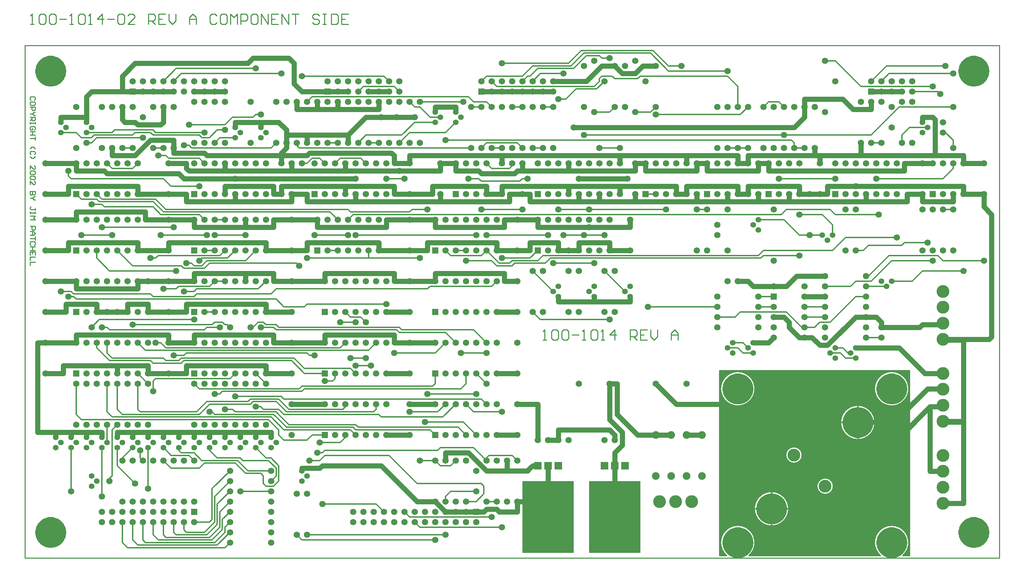
<source format=gtl>
*%FSLAX23Y23*%
*%MOIN*%
G01*
%AMTHD33*
7,0,0,0.170,0.160,0.010,45*
%
%ADD11C,0.006*%
%ADD12C,0.007*%
%ADD13C,0.008*%
%ADD14C,0.010*%
%ADD15C,0.012*%
%ADD16C,0.020*%
%ADD17C,0.032*%
%ADD18C,0.036*%
%ADD19C,0.042*%
%ADD20C,0.050*%
%ADD21C,0.052*%
%ADD22C,0.055*%
%ADD23C,0.056*%
%ADD24C,0.059*%
%ADD25C,0.062*%
%ADD26C,0.066*%
%ADD27C,0.070*%
%ADD28C,0.075*%
%ADD29C,0.079*%
%ADD30C,0.090*%
%ADD31C,0.120*%
%ADD32C,0.125*%
%ADD33C,0.129*%
%ADD34C,0.140*%
%ADD35C,0.160*%
%ADD36C,0.250*%
%ADD37C,0.250*%
%ADD38R,0.062X0.062*%
%ADD39R,0.066X0.066*%
%ADD40R,0.075X0.075*%
%ADD41R,0.079X0.079*%
%ADD42R,0.250X0.250*%
%ADD43THD33*%
D14*
X4595Y9874D02*
X4603Y9882D01*
Y9899D01*
X4595Y9907D01*
X4561D01*
X4553Y9899D01*
Y9882D01*
X4561Y9874D01*
X4603Y9849D02*
Y9832D01*
Y9849D02*
X4595Y9857D01*
X4561D01*
X4553Y9849D01*
Y9832D01*
X4561Y9824D01*
X4595D01*
X4603Y9832D01*
Y9807D02*
X4553D01*
X4603D02*
Y9782D01*
X4595Y9774D01*
X4578D01*
X4570Y9782D01*
Y9807D01*
X4595Y9757D02*
X4603D01*
X4595D02*
X4578Y9740D01*
X4595Y9724D01*
X4603D01*
X4578Y9740D02*
X4553D01*
Y9707D02*
X4603D01*
Y9682D01*
X4595Y9674D01*
X4578D01*
X4570Y9682D01*
Y9707D01*
Y9690D02*
X4553Y9674D01*
X4603Y9657D02*
Y9640D01*
Y9649D01*
X4553D01*
Y9657D01*
Y9640D01*
X4603Y9590D02*
X4595Y9582D01*
X4603Y9590D02*
Y9607D01*
X4595Y9615D01*
X4561D01*
X4553Y9607D01*
Y9590D01*
X4561Y9582D01*
X4578D01*
Y9599D01*
X4603Y9565D02*
X4553D01*
X4578D01*
Y9532D01*
X4603D01*
X4553D01*
X4603Y9515D02*
Y9482D01*
Y9499D01*
X4553D01*
X4570Y9415D02*
X4553Y9399D01*
X4570Y9415D02*
X4586D01*
X4603Y9399D01*
Y9349D02*
X4595Y9341D01*
X4603Y9349D02*
Y9366D01*
X4595Y9374D01*
X4561D01*
X4553Y9366D01*
Y9349D01*
X4561Y9341D01*
X4553Y9324D02*
X4570Y9307D01*
X4586D01*
X4603Y9324D01*
X4553Y9232D02*
Y9199D01*
Y9232D02*
X4586Y9199D01*
X4595D01*
X4603Y9207D01*
Y9224D01*
X4595Y9232D01*
Y9182D02*
X4603Y9174D01*
Y9157D01*
X4595Y9149D01*
X4561D01*
X4553Y9157D01*
Y9174D01*
X4561Y9182D01*
X4595D01*
Y9132D02*
X4603Y9124D01*
Y9107D01*
X4595Y9099D01*
X4561D01*
X4553Y9107D01*
Y9124D01*
X4561Y9132D01*
X4595D01*
X4553Y9082D02*
Y9049D01*
Y9082D02*
X4586Y9049D01*
X4595D01*
X4603Y9057D01*
Y9074D01*
X4595Y9082D01*
X4603Y8982D02*
X4553D01*
Y8957D01*
X4561Y8949D01*
X4570D01*
X4578Y8957D01*
Y8982D01*
X4579D01*
X4578D02*
X4579D01*
X4578D02*
X4579D01*
X4578D02*
Y8957D01*
X4586Y8949D01*
X4595D01*
X4603Y8957D01*
Y8982D01*
Y8932D02*
X4595D01*
X4578Y8916D01*
X4595Y8899D01*
X4603D01*
X4578Y8916D02*
X4553D01*
X4603Y8816D02*
Y8799D01*
Y8807D02*
Y8816D01*
Y8807D02*
X4561D01*
X4553Y8816D01*
Y8824D01*
X4561Y8832D01*
X4603Y8782D02*
Y8766D01*
Y8774D01*
X4553D01*
Y8782D01*
Y8766D01*
Y8741D02*
X4603D01*
X4586Y8724D01*
X4603Y8707D01*
X4553D01*
Y8641D02*
X4603D01*
Y8616D01*
X4595Y8607D01*
X4578D01*
X4570Y8616D01*
Y8641D01*
X4553Y8591D02*
X4586D01*
X4603Y8574D01*
X4586Y8557D01*
X4553D01*
X4578D01*
Y8591D01*
X4603Y8541D02*
Y8507D01*
Y8524D01*
X4553D01*
X4603Y8466D02*
X4595Y8457D01*
X4603Y8466D02*
Y8482D01*
X4595Y8491D01*
X4561D01*
X4553Y8482D01*
Y8466D01*
X4561Y8457D01*
X4553Y8441D02*
X4603D01*
X4578D02*
X4553D01*
X4578D02*
Y8407D01*
X4603D01*
X4553D01*
X4603Y8391D02*
Y8358D01*
Y8391D02*
X4553D01*
Y8358D01*
X4578Y8374D02*
Y8391D01*
X4603Y8341D02*
X4553D01*
Y8308D01*
Y8291D02*
X4603D01*
X4553D02*
Y8258D01*
X9553Y7532D02*
X9586D01*
X9570D01*
Y7632D01*
X9571D01*
X9570D02*
X9553Y7615D01*
X9636D02*
X9653Y7632D01*
X9686D01*
X9703Y7615D01*
Y7549D01*
X9686Y7532D01*
X9653D01*
X9636Y7549D01*
Y7615D01*
X9736D02*
X9753Y7632D01*
X9786D01*
X9803Y7615D01*
Y7549D01*
X9786Y7532D01*
X9753D01*
X9736Y7549D01*
Y7615D01*
X9836Y7582D02*
X9903D01*
X9936Y7532D02*
X9970D01*
X9953D01*
Y7632D01*
X9954D01*
X9953D02*
X9936Y7615D01*
X10020D02*
X10036Y7632D01*
X10070D01*
X10086Y7615D01*
Y7549D01*
X10070Y7532D01*
X10036D01*
X10020Y7549D01*
Y7615D01*
X10119Y7532D02*
X10153D01*
X10136D01*
Y7632D01*
X10137D01*
X10136D02*
X10119Y7615D01*
X10253Y7632D02*
Y7532D01*
X10203Y7582D02*
X10253Y7632D01*
X10269Y7582D02*
X10203D01*
X10403Y7532D02*
Y7632D01*
X10453D01*
X10469Y7615D01*
Y7582D01*
X10453Y7565D01*
X10403D01*
X10436D02*
X10469Y7532D01*
X10503Y7632D02*
X10569D01*
X10503D02*
Y7532D01*
X10569D01*
X10536Y7582D02*
X10503D01*
X10603Y7565D02*
Y7632D01*
Y7565D02*
X10636Y7532D01*
X10669Y7565D01*
Y7632D01*
X10803Y7599D02*
Y7532D01*
Y7599D02*
X10836Y7632D01*
X10869Y7599D01*
Y7532D01*
Y7582D01*
X10803D01*
X4591Y10612D02*
X4558D01*
X4575D02*
X4591D01*
X4575D02*
Y10712D01*
X4576D01*
X4575D02*
X4558Y10695D01*
X4641D02*
X4658Y10712D01*
X4691D01*
X4708Y10695D01*
Y10629D01*
X4691Y10612D01*
X4658D01*
X4641Y10629D01*
Y10695D01*
X4741D02*
X4758Y10712D01*
X4791D01*
X4808Y10695D01*
Y10629D01*
X4791Y10612D01*
X4758D01*
X4741Y10629D01*
Y10695D01*
X4841Y10662D02*
X4908D01*
X4941Y10612D02*
X4975D01*
X4958D01*
Y10712D01*
X4959D01*
X4958D02*
X4941Y10695D01*
X5025D02*
X5041Y10712D01*
X5074D01*
X5091Y10695D01*
Y10629D01*
X5074Y10612D01*
X5041D01*
X5025Y10629D01*
Y10695D01*
X5124Y10612D02*
X5158D01*
X5141D01*
Y10712D01*
X5142D01*
X5141D02*
X5124Y10695D01*
X5258Y10712D02*
Y10612D01*
X5208Y10662D02*
X5258Y10712D01*
X5274Y10662D02*
X5208D01*
X5308D02*
X5374D01*
X5408Y10695D02*
X5424Y10712D01*
X5458D01*
X5474Y10695D01*
Y10629D01*
X5458Y10612D01*
X5424D01*
X5408Y10629D01*
Y10695D01*
X5508Y10612D02*
X5574D01*
X5508D02*
X5574Y10679D01*
Y10695D01*
X5558Y10712D01*
X5524D01*
X5508Y10695D01*
X5708Y10712D02*
Y10612D01*
Y10712D02*
X5758D01*
X5774Y10695D01*
Y10662D01*
X5758Y10645D01*
X5708D01*
X5741D02*
X5774Y10612D01*
X5808Y10712D02*
X5874D01*
X5808D02*
Y10612D01*
X5874D01*
X5841Y10662D02*
X5808D01*
X5908Y10645D02*
Y10712D01*
Y10645D02*
X5941Y10612D01*
X5974Y10645D01*
Y10712D01*
X6107Y10679D02*
Y10612D01*
Y10679D02*
X6141Y10712D01*
X6174Y10679D01*
Y10612D01*
Y10662D01*
X6107D01*
X6357Y10712D02*
X6374Y10695D01*
X6357Y10712D02*
X6324D01*
X6307Y10695D01*
Y10629D01*
X6324Y10612D01*
X6357D01*
X6374Y10629D01*
X6424Y10712D02*
X6457D01*
X6424D02*
X6407Y10695D01*
Y10629D01*
X6424Y10612D01*
X6457D01*
X6474Y10629D01*
Y10695D01*
X6457Y10712D01*
X6507D02*
Y10612D01*
X6541Y10679D02*
X6507Y10712D01*
X6541Y10679D02*
X6574Y10712D01*
Y10612D01*
X6607D02*
Y10712D01*
X6657D01*
X6674Y10695D01*
Y10662D01*
X6657Y10645D01*
X6607D01*
X6724Y10712D02*
X6757D01*
X6724D02*
X6707Y10695D01*
Y10629D01*
X6724Y10612D01*
X6757D01*
X6774Y10629D01*
Y10695D01*
X6757Y10712D01*
X6807D02*
Y10612D01*
X6874D02*
X6807Y10712D01*
X6874D02*
Y10612D01*
X6907Y10712D02*
X6974D01*
X6907D02*
Y10612D01*
X6974D01*
X6941Y10662D02*
X6907D01*
X7007Y10612D02*
Y10712D01*
X7074Y10612D01*
Y10712D01*
X7107D02*
X7174D01*
X7140D01*
Y10612D01*
X7357Y10712D02*
X7374Y10695D01*
X7357Y10712D02*
X7324D01*
X7307Y10695D01*
Y10679D01*
X7324Y10662D01*
X7357D01*
X7374Y10645D01*
Y10629D01*
X7357Y10612D01*
X7324D01*
X7307Y10629D01*
X7407Y10712D02*
X7440D01*
X7424D01*
Y10612D01*
X7407D01*
X7440D01*
X7490D02*
Y10712D01*
Y10612D02*
X7540D01*
X7557Y10629D01*
Y10695D01*
X7540Y10712D01*
X7490D01*
X7590D02*
X7657D01*
X7590D02*
Y10612D01*
X7657D01*
X7624Y10662D02*
X7590D01*
X4503Y5407D02*
X14003D01*
Y10407D02*
X4503D01*
X14003D02*
Y5407D01*
X4503D02*
Y10407D01*
D15*
X12728Y8157D02*
X12928Y8357D01*
X12953Y8307D02*
X12753Y8107D01*
Y10057D02*
X12903Y10207D01*
X12503Y8532D02*
X12378Y8407D01*
X12753Y9532D02*
X13028Y9807D01*
X9928Y10357D02*
X9803Y10232D01*
X5978Y10182D02*
X5853Y10057D01*
X6503Y5657D02*
X6378Y5532D01*
Y5932D02*
X6503Y6057D01*
Y6157D02*
X6353Y6007D01*
X6328Y6082D02*
X6503Y6257D01*
X8578Y6782D02*
X8703Y6907D01*
X12353Y7707D02*
X12603Y7957D01*
X9978Y10307D02*
X9853Y10182D01*
X9828Y10207D02*
X9953Y10332D01*
X8303Y9657D02*
X8178Y9532D01*
X11903Y8707D02*
X12053Y8557D01*
X12653Y10007D02*
X12403Y10257D01*
X10778Y10207D02*
X10628Y10357D01*
X9003Y8407D02*
X9128Y8282D01*
X8878Y6482D02*
X9003Y6357D01*
X5578Y6132D02*
X5403Y6307D01*
X6903Y6782D02*
X7028Y6657D01*
X8878Y7632D02*
X9003Y7507D01*
X7228Y7207D02*
X7103Y7332D01*
X5328D02*
X5203Y7457D01*
X8778Y6732D02*
X8903Y6607D01*
X8328Y6132D02*
X8053Y6407D01*
X11928Y7807D02*
X12078Y7657D01*
X10353Y8007D02*
X10153Y8207D01*
X9653Y8007D02*
X9453Y8207D01*
X10778Y10157D02*
X10603Y10332D01*
X5553Y8257D02*
X5403Y8407D01*
X5203Y8332D02*
X5328Y8207D01*
X5503Y5507D02*
X6453D01*
X6378Y5532D02*
X5603D01*
X5678Y5557D02*
X6353D01*
X11278Y5430D02*
X11343D01*
X11563D02*
X12843D01*
X13063D02*
X13128D01*
X11333Y5439D02*
X11278D01*
X11573D02*
X12833D01*
X13073D02*
X13128D01*
X11323Y5451D02*
X11278D01*
X11583D02*
X12823D01*
X13083D02*
X13128D01*
X11314Y5463D02*
X11278D01*
X11592D02*
X12814D01*
X13092D02*
X13128D01*
X11306Y5475D02*
X11278D01*
X11600D02*
X12806D01*
X13100D02*
X13128D01*
X11300Y5487D02*
X11278D01*
X11606D02*
X12800D01*
X13106D02*
X13128D01*
X11295Y5499D02*
X11278D01*
X11611D02*
X12795D01*
X13111D02*
X13128D01*
X11291Y5511D02*
X11278D01*
X11615D02*
X12791D01*
X13115D02*
X13128D01*
X12788Y5523D02*
X11618D01*
X11620Y5535D02*
X12786D01*
X12785Y5547D02*
X11621D01*
X11621Y5559D02*
X12785D01*
X12786Y5571D02*
X11620D01*
X6328Y5582D02*
X5803D01*
X5878Y5607D02*
X6303D01*
X6278Y5632D02*
X5978D01*
X6078Y5657D02*
X6253D01*
X6303Y5757D02*
X6153D01*
X8353Y5707D02*
X9153D01*
X8503Y5582D02*
X7203D01*
X7253Y5632D02*
X8603D01*
X11619Y5583D02*
X12787D01*
X12789Y5595D02*
X11617D01*
X11293Y5607D02*
X11278D01*
X11613D02*
X12793D01*
X13113D02*
X13128D01*
X11297Y5619D02*
X11278D01*
X11609D02*
X12797D01*
X13109D02*
X13128D01*
X11302Y5631D02*
X11278D01*
X11604D02*
X12802D01*
X13104D02*
X13128D01*
X11309Y5643D02*
X11278D01*
X11597D02*
X12809D01*
X13097D02*
X13128D01*
X11317Y5655D02*
X11278D01*
X11589D02*
X12817D01*
X13089D02*
X13128D01*
X11326Y5667D02*
X11278D01*
X11580D02*
X12826D01*
X13080D02*
X13128D01*
X11338Y5679D02*
X11278D01*
X11568D02*
X12838D01*
X13068D02*
X13128D01*
X11352Y5691D02*
X11278D01*
X11554D02*
X12852D01*
X13054D02*
X13128D01*
X11370Y5703D02*
X11278D01*
X11536D02*
X12870D01*
X13036D02*
X13128D01*
X11396Y5715D02*
X11278D01*
X11510D02*
X12896D01*
X13010D02*
X13128D01*
X11728Y5727D02*
X11278D01*
X11836D02*
X13128D01*
X11701Y5739D02*
X11278D01*
X11863D02*
X13128D01*
X11682Y5751D02*
X11278D01*
X11882D02*
X13128D01*
X11668Y5763D02*
X11278D01*
X11896D02*
X13128D01*
X11656Y5775D02*
X11278D01*
X11908D02*
X13128D01*
X7928Y5932D02*
X7403D01*
X8253Y5807D02*
X9053D01*
X9003Y5957D02*
X9103D01*
X8853D02*
X8803D01*
X8853D02*
X8903D01*
X11278Y5787D02*
X11646D01*
X11918D02*
X13128D01*
X11638Y5799D02*
X11278D01*
X11926D02*
X13128D01*
X11632Y5811D02*
X11278D01*
X11932D02*
X13128D01*
X11626Y5823D02*
X11278D01*
X11938D02*
X13128D01*
X11622Y5835D02*
X11278D01*
X11942D02*
X13128D01*
X11619Y5847D02*
X11278D01*
X11945D02*
X13128D01*
X11616Y5859D02*
X11278D01*
X11948D02*
X13128D01*
X11615Y5871D02*
X11278D01*
X11949D02*
X13128D01*
X11614Y5883D02*
X11278D01*
X11950D02*
X13128D01*
X11614Y5895D02*
X11278D01*
X11950D02*
X13128D01*
X11615Y5907D02*
X11278D01*
X11949D02*
X13128D01*
X11617Y5919D02*
X11278D01*
X11947D02*
X13128D01*
X11620Y5931D02*
X11278D01*
X11944D02*
X13128D01*
X11624Y5943D02*
X11278D01*
X11940D02*
X13128D01*
X11629Y5955D02*
X11278D01*
X11935D02*
X13128D01*
X11635Y5967D02*
X11278D01*
X11929D02*
X13128D01*
X11963Y5887D02*
X11573D01*
X4953Y6057D02*
Y6482D01*
X5003Y6807D02*
Y7107D01*
X4928Y9132D02*
Y9182D01*
X5003Y8957D02*
X5053Y8907D01*
X5003Y6807D02*
X5053Y6757D01*
Y9507D02*
X5003Y9557D01*
X4978Y7957D02*
X5003Y7932D01*
X4978Y7982D02*
X4953Y8007D01*
Y9107D02*
X4928Y9132D01*
X6853Y6107D02*
X6928D01*
X6903Y6057D02*
X6603D01*
X8653D02*
X8903D01*
X8953Y6132D02*
X8328D01*
X11278Y5979D02*
X11642D01*
X11922D02*
X13128D01*
X11651Y5991D02*
X11278D01*
X11913D02*
X13128D01*
X11661Y6003D02*
X11278D01*
X11903D02*
X13128D01*
X11674Y6015D02*
X11278D01*
X11890D02*
X13128D01*
X11691Y6027D02*
X11278D01*
X11873D02*
X12290D01*
X12320D02*
X13128D01*
X11713Y6039D02*
X11278D01*
X11851D02*
X12260D01*
X12350D02*
X13128D01*
X11750Y6051D02*
X11278D01*
X11814D02*
X12246D01*
X12364D02*
X13128D01*
X12237Y6063D02*
X11278D01*
X12373D02*
X13128D01*
X12231Y6075D02*
X11278D01*
X12379D02*
X13128D01*
X12227Y6087D02*
X11278D01*
X12383D02*
X13128D01*
X12225Y6099D02*
X11278D01*
X12385D02*
X13128D01*
X12225Y6111D02*
X11278D01*
X12385D02*
X13128D01*
X12226Y6123D02*
X11278D01*
X12384D02*
X13128D01*
X12230Y6135D02*
X11278D01*
X12380D02*
X13128D01*
X12236Y6147D02*
X11278D01*
X12374D02*
X13128D01*
X12244Y6159D02*
X11278D01*
X12366D02*
X13128D01*
X5253Y6007D02*
Y6482D01*
X5203Y7457D02*
Y7507D01*
Y8332D02*
Y8407D01*
X5228Y7732D02*
X5153Y7657D01*
Y9457D02*
X5203Y9507D01*
X5178Y9532D02*
X5153Y9507D01*
X5203Y8907D02*
X5228Y8882D01*
X5253Y8857D02*
X5278Y8832D01*
X5253Y8907D02*
X5203Y8957D01*
X7278Y6357D02*
X7378D01*
X6203Y6282D02*
X5928D01*
X6253Y6332D02*
X6553D01*
X6653Y6232D02*
X6803D01*
X6878Y6357D02*
X6628D01*
X6578D02*
X6228D01*
X6678Y6257D02*
X6903D01*
X8553Y6307D02*
X8653D01*
X8503Y6357D02*
X8353D01*
X11278Y6171D02*
X12258D01*
X12352D02*
X13128D01*
X12282Y6183D02*
X11278D01*
X12328D02*
X13128D01*
Y6195D02*
X11278D01*
Y6207D02*
X13128D01*
Y6219D02*
X11278D01*
Y6231D02*
X13128D01*
Y6243D02*
X11278D01*
Y6255D02*
X13128D01*
Y6267D02*
X11278D01*
Y6279D02*
X13128D01*
Y6291D02*
X11278D01*
Y6303D02*
X13128D01*
Y6315D02*
X11278D01*
Y6327D02*
X13128D01*
X11963Y6339D02*
X11278D01*
X12039D02*
X13128D01*
X11946Y6351D02*
X11278D01*
X12056D02*
X13128D01*
X11936Y6363D02*
X11278D01*
X12066D02*
X13128D01*
X5328Y6182D02*
Y6157D01*
X5353Y6207D02*
Y6657D01*
X5303Y6707D02*
Y6532D01*
X5403Y6482D02*
Y6307D01*
X5453Y6357D02*
Y6382D01*
Y5757D02*
Y5557D01*
X5303Y6832D02*
Y7107D01*
X5403D02*
Y6857D01*
X5303Y7407D02*
Y7507D01*
X5353Y6207D02*
X5328Y6182D01*
X5353Y6657D02*
X5403Y6707D01*
X5553Y6482D02*
X5453Y6382D01*
X5353Y9557D02*
X5378Y9582D01*
X5303Y7657D02*
X5328Y7632D01*
X5453Y5557D02*
X5503Y5507D01*
X5353Y6782D02*
X5303Y6832D01*
X5403Y6857D02*
X5453Y6807D01*
X5353Y7357D02*
X5303Y7407D01*
X5353Y9207D02*
X5303Y9257D01*
X7428Y6457D02*
X8528D01*
X7403Y6432D02*
X7353D01*
X7428Y6407D02*
X8053D01*
X8553Y6482D02*
X8878D01*
X6903Y6382D02*
X6853D01*
X6603D02*
X6378D01*
X6153Y6432D02*
X6028D01*
X6103Y6407D02*
X5928D01*
X7028Y6557D02*
X7253D01*
X7378Y6532D02*
X7578D01*
X9028Y6407D02*
X9253D01*
X11278Y6375D02*
X11929D01*
X12073D02*
X13128D01*
X11924Y6387D02*
X11278D01*
X12078D02*
X13128D01*
X11921Y6399D02*
X11278D01*
X12081D02*
X13128D01*
X11921Y6411D02*
X11278D01*
X12081D02*
X13128D01*
X11922Y6423D02*
X11278D01*
X12080D02*
X13128D01*
X11924Y6435D02*
X11278D01*
X12078D02*
X13128D01*
X11930Y6447D02*
X11278D01*
X12072D02*
X13128D01*
X11937Y6459D02*
X11278D01*
X12065D02*
X13128D01*
X11948Y6471D02*
X11278D01*
X12054D02*
X13128D01*
X11967Y6483D02*
X11278D01*
X12035D02*
X13128D01*
Y6495D02*
X11278D01*
Y6507D02*
X13128D01*
Y6519D02*
X11278D01*
Y6531D02*
X13128D01*
Y6543D02*
X11278D01*
Y6555D02*
X13128D01*
X5628Y6457D02*
Y6382D01*
X5553Y5757D02*
Y5582D01*
X5653D02*
Y5757D01*
X5603Y6857D02*
Y7082D01*
Y7107D01*
X5553Y9207D02*
X5603Y9257D01*
X5553Y9532D02*
X5578Y9557D01*
X5603Y7207D02*
X5703Y7107D01*
X5628Y6382D02*
X5653Y6357D01*
X5553Y5582D02*
X5603Y5532D01*
X5653Y5582D02*
X5678Y5557D01*
X5628Y6832D02*
X5603Y6857D01*
X5678Y7432D02*
X5603Y7507D01*
X7303Y6607D02*
X7428D01*
X7678Y6657D02*
X7028D01*
X7053Y6682D02*
X7703D01*
X7728Y6657D02*
X8453D01*
X8728Y6682D02*
X7753D01*
X7728Y6707D02*
X7078D01*
X8403Y6732D02*
X8778D01*
X12623Y6728D02*
X12791D01*
X12623D02*
X12455D01*
X12575Y6567D02*
X11278D01*
X12671D02*
X13128D01*
X12545Y6579D02*
X11278D01*
X12701D02*
X13128D01*
X12526Y6591D02*
X11278D01*
X12720D02*
X13128D01*
X12511Y6603D02*
X11278D01*
X12735D02*
X13128D01*
X12499Y6615D02*
X11278D01*
X12747D02*
X13128D01*
X12489Y6627D02*
X11278D01*
X12757D02*
X13128D01*
X12481Y6639D02*
X11278D01*
X12765D02*
X13128D01*
X12474Y6651D02*
X11278D01*
X12772D02*
X13128D01*
X12468Y6663D02*
X11278D01*
X12778D02*
X13128D01*
X12464Y6675D02*
X11278D01*
X12782D02*
X13128D01*
X12460Y6687D02*
X11278D01*
X12786D02*
X13128D01*
X12458Y6699D02*
X11278D01*
X12788D02*
X13128D01*
X12456Y6711D02*
X11278D01*
X12790D02*
X13128D01*
X12455Y6723D02*
X11278D01*
X12791D02*
X13128D01*
X12455Y6735D02*
X11278D01*
X12791D02*
X13128D01*
X12456Y6747D02*
X11278D01*
X12790D02*
X13128D01*
X5753Y7032D02*
Y7132D01*
X5703Y6482D02*
Y6082D01*
X5753Y5757D02*
Y5632D01*
Y7132D02*
X5778Y7157D01*
Y8332D02*
X5803Y8357D01*
X5728Y7982D02*
X5753Y7957D01*
X5853Y8782D02*
X5753Y8882D01*
X5778Y8907D02*
X5878Y8807D01*
X5753Y5632D02*
X5803Y5582D01*
X5878Y7457D02*
X5828Y7507D01*
Y8757D02*
X5753Y8832D01*
X5778Y9557D02*
X5753Y9582D01*
X5728Y9557D02*
X5753Y9532D01*
X5728Y7332D02*
X5753Y7307D01*
X5053Y6757D02*
X6878D01*
X6903Y6782D02*
X5353D01*
X5628Y6832D02*
X6178D01*
X6203Y6807D02*
X5453D01*
X6353D02*
X6928D01*
X6328Y6832D02*
X6303D01*
X6553D02*
X6953D01*
X6528Y6857D02*
X6453D01*
X7078D02*
X7603D01*
X7903Y6832D02*
X7053D01*
X7028Y6807D02*
X7953D01*
X6978Y6857D02*
X6828D01*
X6803Y6882D02*
X6753D01*
X6728Y6932D02*
X6953D01*
X6703Y6907D02*
X6303D01*
X6278Y6932D02*
X6678D01*
X8253Y6832D02*
X8528D01*
X8578Y6782D02*
X7978D01*
X8878Y6832D02*
X9153D01*
X11278Y6759D02*
X12458D01*
X12788D02*
X13128D01*
X12461Y6771D02*
X11278D01*
X12785D02*
X13128D01*
X12464Y6783D02*
X11278D01*
X12782D02*
X13128D01*
X12469Y6795D02*
X11278D01*
X12777D02*
X13128D01*
X12475Y6807D02*
X11278D01*
X12771D02*
X13128D01*
X12482Y6819D02*
X11278D01*
X12764D02*
X13128D01*
X12490Y6831D02*
X11278D01*
X12756D02*
X13128D01*
X12501Y6843D02*
X11278D01*
X12745D02*
X13128D01*
X12513Y6855D02*
X11278D01*
X12733D02*
X13128D01*
X12529Y6867D02*
X11278D01*
X12717D02*
X13128D01*
X12549Y6879D02*
X11278D01*
X12697D02*
X13128D01*
X11427Y6891D02*
X11278D01*
X11479D02*
X12582D01*
X12664D02*
X12927D01*
X12979D02*
X13128D01*
X11386Y6903D02*
X11278D01*
X11520D02*
X12886D01*
X13020D02*
X13128D01*
X11363Y6915D02*
X11278D01*
X11543D02*
X12863D01*
X13043D02*
X13128D01*
X11347Y6927D02*
X11278D01*
X11559D02*
X12847D01*
X13059D02*
X13128D01*
X11333Y6939D02*
X11278D01*
X11573D02*
X12833D01*
X13073D02*
X13128D01*
X11323Y6951D02*
X11278D01*
X11583D02*
X12823D01*
X13083D02*
X13128D01*
X6003Y6482D02*
Y6457D01*
X5853Y5757D02*
Y5632D01*
X5953Y5657D02*
Y5757D01*
X5978Y8032D02*
X6003Y8057D01*
X5953Y10057D02*
X6028Y10132D01*
X6053Y7332D02*
X6028Y7307D01*
X6003Y7332D02*
X6028Y7357D01*
X5903Y9307D02*
X5878Y9332D01*
X5853Y6357D02*
X5928Y6282D01*
X6028Y6432D02*
X6003Y6457D01*
X5928Y6407D02*
X5903Y6432D01*
X5853Y6482D01*
Y5632D02*
X5878Y5607D01*
X5953Y5657D02*
X5978Y5632D01*
X5878Y7332D02*
X5853Y7357D01*
X5928Y9032D02*
X5853Y9107D01*
X6028Y8257D02*
X6053Y8232D01*
X7028Y6957D02*
X8953D01*
X6978D02*
X6703D01*
X6553Y6982D02*
X7003D01*
X7203Y7082D02*
X8478D01*
X8753Y7057D02*
X7228D01*
X6403Y7007D02*
X6353D01*
X6203Y7057D02*
X7178D01*
X7203Y7032D02*
X6428D01*
X7428Y7132D02*
X7503D01*
X8428Y7007D02*
X8903D01*
X11278Y6963D02*
X11314D01*
X11592D02*
X12814D01*
X13092D02*
X13128D01*
X11306Y6975D02*
X11278D01*
X11600D02*
X12806D01*
X13100D02*
X13128D01*
X11300Y6987D02*
X11278D01*
X11606D02*
X12800D01*
X13106D02*
X13128D01*
X11295Y6999D02*
X11278D01*
X11611D02*
X12795D01*
X13111D02*
X13128D01*
X11291Y7011D02*
X11278D01*
X11615D02*
X12791D01*
X13115D02*
X13128D01*
X12788Y7023D02*
X11618D01*
X11620Y7035D02*
X12786D01*
X12785Y7047D02*
X11621D01*
X11621Y7059D02*
X12785D01*
X12786Y7071D02*
X11620D01*
X11619Y7083D02*
X12787D01*
X12789Y7095D02*
X11617D01*
X11293Y7107D02*
X11278D01*
X11613D02*
X12793D01*
X13113D02*
X13128D01*
X11297Y7119D02*
X11278D01*
X11609D02*
X12797D01*
X13109D02*
X13128D01*
X11302Y7131D02*
X11278D01*
X11604D02*
X12802D01*
X13104D02*
X13128D01*
X11309Y7143D02*
X11278D01*
X11597D02*
X12809D01*
X13097D02*
X13128D01*
X6053Y5757D02*
Y5682D01*
X6153Y8007D02*
X6178Y8032D01*
Y7982D02*
X6153Y7957D01*
X6253Y6332D02*
X6203Y6282D01*
Y6807D02*
X6303Y6907D01*
X6278Y6932D02*
X6178Y6832D01*
X6053Y7382D02*
X6078Y7407D01*
X6228Y8257D02*
X6278Y8307D01*
X6228Y8332D02*
X6203Y8307D01*
X6253Y9257D02*
X6203Y9307D01*
X6153Y6432D02*
X6228Y6357D01*
X6153D02*
X6103Y6407D01*
X6053Y5682D02*
X6078Y5657D01*
X6203Y7057D02*
X6153Y7107D01*
X6253Y8707D02*
X6203Y8757D01*
X6228Y9507D02*
X6203Y9532D01*
X6128Y8282D02*
X6153Y8257D01*
X6128Y9407D02*
X6103Y9432D01*
X5778Y7157D02*
X6503D01*
X7228Y7207D02*
X7428D01*
X7103Y7332D02*
X6053D01*
X7228Y7257D02*
X7678D01*
X5728Y7332D02*
X5328D01*
X7728Y7282D02*
X7878D01*
X6028Y7307D02*
X5753D01*
X5878Y7332D02*
X6003D01*
X11278Y7232D02*
X13128D01*
X11317Y7155D02*
X11278D01*
X11589D02*
X12817D01*
X13089D02*
X13128D01*
X11326Y7167D02*
X11278D01*
X11580D02*
X12826D01*
X13080D02*
X13128D01*
X11338Y7179D02*
X11278D01*
X11568D02*
X12838D01*
X13068D02*
X13128D01*
X11352Y7191D02*
X11278D01*
X11554D02*
X12852D01*
X13054D02*
X13128D01*
X11370Y7203D02*
X11278D01*
X11536D02*
X12870D01*
X13036D02*
X13128D01*
X11396Y7215D02*
X11278D01*
X11510D02*
X12896D01*
X13010D02*
X13128D01*
Y7227D02*
X11278D01*
X6303Y6482D02*
Y6457D01*
X6428Y5782D02*
Y5682D01*
X6403Y5707D02*
Y5857D01*
X6378Y5932D02*
Y5732D01*
X6353Y5757D02*
Y6007D01*
X6328Y6082D02*
Y5782D01*
Y7682D02*
X6353Y7707D01*
X6278Y7657D02*
X6253Y7632D01*
X6303Y8057D02*
X6353Y8107D01*
Y9457D02*
X6403Y9507D01*
X6453Y5657D02*
X6353Y5557D01*
X6428Y5782D02*
X6503Y5857D01*
X6428Y5682D02*
X6328Y5582D01*
X6403Y5857D02*
X6503Y5957D01*
X6403Y5707D02*
X6303Y5607D01*
X6278Y5632D02*
X6378Y5732D01*
X6353Y5757D02*
X6253Y5657D01*
X6303Y5757D02*
X6328Y5782D01*
X6403Y7007D02*
X6428Y7032D01*
X6303Y9507D02*
X6378Y9582D01*
X6303Y8282D02*
X6253Y8232D01*
X6403Y8357D02*
X6453Y8407D01*
X6428Y7707D02*
X6453Y7682D01*
X6303Y6457D02*
X6378Y6382D01*
X6353Y6807D02*
X6328Y6832D01*
X5828Y7507D02*
X5778D01*
X5878Y7457D02*
X7578D01*
X7853Y7432D02*
X5678D01*
X7678Y7357D02*
X7828D01*
X8103Y7407D02*
X8503D01*
X8753D02*
X9003D01*
X12403Y7457D02*
X12478D01*
X12528Y7407D02*
X12553D01*
X12503Y7357D02*
X12603D01*
X12453Y7407D02*
X12353D01*
X11503Y7507D02*
X11403D01*
X11503Y7407D02*
X11603D01*
X11453Y7457D02*
X11353D01*
X7253Y7407D02*
X6078D01*
X7278Y7382D02*
X7328D01*
X5853Y7357D02*
X5353D01*
X5953Y7382D02*
X6053D01*
X6028Y7357D02*
X7128D01*
X6453Y5707D02*
Y5657D01*
X6503Y7157D02*
X6553Y7207D01*
X6453Y9632D02*
X6528Y9707D01*
X6503Y5557D02*
X6453Y5507D01*
Y5707D02*
X6503Y5757D01*
X6478Y8332D02*
X6553Y8407D01*
X6478Y7682D02*
X6503Y7657D01*
X6553Y6332D02*
X6653Y6232D01*
X6628Y6357D02*
X6603Y6382D01*
X6578Y6357D02*
X6678Y6257D01*
X6553Y6832D02*
X6528Y6857D01*
X6153Y7732D02*
X5228D01*
X5553Y7682D02*
X6328D01*
X6353Y7707D02*
X6428D01*
X6453Y7682D02*
X6478D01*
X5303Y7657D02*
X5253D01*
X5328Y7632D02*
X6253D01*
X6278Y7657D02*
X6403D01*
X7578Y7707D02*
X7728D01*
X9528Y7732D02*
X10203D01*
X8603Y7607D02*
X8153D01*
X8128Y7632D02*
X6953D01*
X6928Y7657D02*
X6803D01*
X8178Y7632D02*
X8878D01*
X8153Y7657D02*
X6978D01*
X6953Y7682D02*
X6853D01*
X6828Y7707D02*
X6778D01*
X6728Y7657D02*
X6703D01*
X12703Y7557D02*
X12853D01*
X12103Y7657D02*
X12078D01*
X12103D02*
X12203D01*
X12253Y7707D02*
X12353D01*
X6828Y6207D02*
Y6132D01*
X6728Y9707D02*
X6753Y9732D01*
X6853Y8107D02*
X6778Y8032D01*
X6728Y6932D02*
X6703Y6907D01*
X6678Y6932D02*
X6703Y6957D01*
X6728Y7657D02*
X6778Y7707D01*
X6653Y8307D02*
X6753Y8407D01*
Y7207D02*
X6853Y7107D01*
X6803Y6232D02*
X6828Y6207D01*
Y6132D02*
X6853Y6107D01*
Y6382D02*
X6753Y6482D01*
X6828Y6857D02*
X6803Y6882D01*
X6853Y7682D02*
X6828Y7707D01*
X10578Y7857D02*
X11253D01*
X7778Y7757D02*
X7678D01*
X6353Y7807D02*
X6253D01*
X7028Y7857D02*
X7228D01*
X12103D02*
X12303D01*
Y7757D02*
X12103D01*
X11803Y7857D02*
X11653D01*
X11428Y7757D02*
X11253D01*
X11478Y7807D02*
X11928D01*
X8028Y7882D02*
X7253D01*
X6978Y6307D02*
Y6157D01*
X6953Y6207D02*
Y6282D01*
X6978Y6607D02*
Y6657D01*
X6903Y9407D02*
X6953Y9457D01*
X6978Y6157D02*
X6928Y6107D01*
X6903Y6157D02*
X6953Y6207D01*
X6903Y7982D02*
X6953Y8032D01*
Y7932D02*
X7028Y7857D01*
X6903Y6382D02*
X6978Y6307D01*
X6953Y6282D02*
X6878Y6357D01*
X6978Y6657D02*
X6878Y6757D01*
X6978Y6607D02*
X7028Y6557D01*
X6953Y6782D02*
X6928Y6807D01*
X6953Y6782D02*
X7053Y6682D01*
X6978Y6807D02*
X6953Y6832D01*
X6978Y6807D02*
X7078Y6707D01*
X7028Y6807D02*
X6978Y6857D01*
Y6957D02*
X7078Y6857D01*
X7053Y6832D02*
X6953Y6932D01*
X7003Y6982D02*
X7028Y6957D01*
X6953Y7632D02*
X6928Y7657D01*
X6953Y7682D02*
X6978Y7657D01*
X12703Y8057D02*
X12903D01*
X12553D02*
X12303D01*
X12603Y8107D02*
X12753D01*
X6778Y8032D02*
X6178D01*
X6153Y8007D02*
X6053D01*
X5728Y7982D02*
X4978D01*
X5753Y7957D02*
X6153D01*
X6178Y7982D02*
X6903D01*
X6303Y8057D02*
X6003D01*
X5978Y8032D02*
X5853D01*
X6353Y8107D02*
X6453D01*
X6953Y7932D02*
X5003D01*
X11653Y7957D02*
X11803D01*
X12603D02*
X12703D01*
X12953Y8107D02*
X13153D01*
X9053Y8057D02*
X8453D01*
X8428Y8032D02*
X8378D01*
X7778D01*
X6953D01*
X4978Y7957D02*
X4928D01*
X4953Y8007D02*
X4853D01*
X7153Y9432D02*
Y9457D01*
X7203Y7082D02*
X7178Y7057D01*
X7203Y7032D02*
X7228Y7057D01*
X7178Y9407D02*
X7153Y9432D01*
Y8282D02*
X7178Y8257D01*
X7128Y7357D02*
X7228Y7257D01*
X7153Y5632D02*
X7203Y5582D01*
X13453Y8307D02*
X13853D01*
X12728Y8157D02*
X12703D01*
X12953Y8307D02*
X13353D01*
X9503D02*
X9253D01*
X9228Y8282D02*
X9128D01*
X9278D02*
X9578D01*
X9253Y8257D02*
X9103D01*
X9053Y8307D02*
X8803D01*
X13253Y8207D02*
X13653D01*
X10053Y8282D02*
X9653D01*
X7153D02*
X6303D01*
X6278Y8307D02*
X6653D01*
X5978Y8207D02*
X5328D01*
X6078Y8282D02*
X6128D01*
X6153Y8257D02*
X6228D01*
X6253Y8232D02*
X6053D01*
X6028Y8257D02*
X5553D01*
X7253Y9257D02*
X7303Y9307D01*
X7428Y6457D02*
X7403Y6432D01*
X7428Y6407D02*
X7378Y6357D01*
X7253Y6557D02*
X7303Y6607D01*
X7253Y9857D02*
X7303Y9907D01*
X7253Y7882D02*
X7228Y7857D01*
X7428Y9257D02*
X7378Y9307D01*
X7253Y7407D02*
X7278Y7382D01*
X12928Y8357D02*
X13403D01*
X12053D02*
X11703D01*
X8353Y8332D02*
X7853D01*
X7253D01*
X12728Y8457D02*
X13053D01*
X12678Y8407D02*
X12603D01*
X13078Y8482D02*
X13303D01*
X12378Y8407D02*
X11703D01*
X11653Y8357D02*
X9553D01*
X9428Y8332D02*
X9153D01*
X7553Y8407D02*
X7453D01*
X6353D02*
X6253D01*
X8653Y8357D02*
X8953D01*
X8803Y8407D02*
X8703D01*
X9628Y8332D02*
X11678D01*
X6478D02*
X6228D01*
X6403Y8357D02*
X5803D01*
X5778Y8332D02*
X5728D01*
X7528Y7207D02*
Y7157D01*
X7628Y6882D02*
X7603Y6857D01*
X7578Y7457D02*
X7628Y7507D01*
Y6582D02*
X7578Y6532D01*
X7503Y7132D02*
X7528Y7157D01*
Y9257D02*
X7578Y9307D01*
X7478Y8782D02*
X7553Y8707D01*
X11653D02*
X11903D01*
X12053Y8557D02*
X12153D01*
X12278D01*
X12503Y8532D02*
X13003D01*
X5953Y8632D02*
X5253D01*
X9003Y8557D02*
X9603D01*
X8903D02*
X7728D01*
X7653D02*
X7328D01*
X6453Y8707D02*
X6353D01*
Y8557D02*
X6653D01*
X5353D02*
X5053D01*
X9953D02*
X10153D01*
X6278D02*
X5828D01*
X9753D02*
X9953D01*
X7628Y6907D02*
Y6882D01*
Y6607D02*
Y6582D01*
X7653Y8707D02*
X7703Y8757D01*
X7753Y9457D02*
X7828Y9532D01*
X7753Y9957D02*
X7803Y10007D01*
X7628Y7807D02*
X7678Y7757D01*
X7778D02*
X7828Y7707D01*
X7678Y8782D02*
X7653Y8807D01*
X7678Y6657D02*
X7728Y6607D01*
Y6657D02*
X7703Y6682D01*
X7728Y6707D02*
X7753Y6682D01*
X7728Y7207D02*
X7678Y7257D01*
X7828Y9257D02*
X7778Y9307D01*
X12053Y8757D02*
X12278D01*
X11878D02*
X7703D01*
X11928Y8807D02*
X12353D01*
X12403Y8757D02*
X12828D01*
X7478Y8782D02*
X5853D01*
X5753Y8882D02*
X5228D01*
X5203Y8907D02*
X5053D01*
X5153Y8857D02*
X5253D01*
Y8907D02*
X5778D01*
X5878Y8807D02*
X7653D01*
X8953D02*
X9353D01*
X10003D02*
X10753D01*
X10003D02*
X9703D01*
X13453D02*
X13553D01*
X11153D02*
X11053D01*
X6203Y8757D02*
X5828D01*
X5753Y8832D02*
X5278D01*
X8278Y8807D02*
X8428D01*
X8253Y8782D02*
X7678D01*
X7853Y8407D02*
Y8332D01*
X7928Y6907D02*
Y6857D01*
X7903Y6832D01*
X7853Y7432D02*
X7928Y7507D01*
X8053Y10057D02*
X8003Y10107D01*
X7928Y5932D02*
X8003Y5857D01*
X7978Y6782D02*
X7953Y6807D01*
X10553Y8957D02*
X10653D01*
X6203Y9032D02*
X5928D01*
X8953Y9082D02*
X9328D01*
X8253Y9557D02*
X8153Y9457D01*
X8128Y7632D02*
X8153Y7607D01*
X8178Y7632D02*
X8153Y7657D01*
Y9957D02*
X8103Y10007D01*
X7253Y9257D02*
X7203D01*
X12803Y9107D02*
X13453D01*
X8203D02*
X8028D01*
X11853D02*
X12403D01*
X5553Y9207D02*
X5353D01*
X5053Y9107D02*
X5853D01*
X5053D02*
X4953D01*
X8828D02*
X8928D01*
X9353D02*
X9403D01*
X9228Y9207D02*
X9053D01*
X8278Y8807D02*
X8253Y8782D01*
X8303Y9807D02*
X8253Y9857D01*
X8353Y9807D02*
X8453Y9707D01*
X8203Y5857D02*
X8253Y5807D01*
X8303Y5757D02*
X8353Y5707D01*
X5553Y9407D02*
X5453D01*
X10103D02*
X10303D01*
X7378Y9307D02*
X7303D01*
X8603Y9482D02*
X11978D01*
X5853Y9407D02*
X5753D01*
X7178D02*
X8853D01*
X12753Y9457D02*
X12853D01*
X6203Y9307D02*
X5903D01*
X5878Y9332D02*
X5803D01*
X11353Y9407D02*
X11453D01*
X11553D01*
X12003D02*
X12103D01*
X9153D02*
X9053D01*
X9003Y9457D02*
X9303D01*
X9453Y9407D02*
X9553D01*
X5153Y9457D02*
X5103D01*
X7853D02*
X7953D01*
X7553D02*
X7453D01*
X7578Y9307D02*
X7778D01*
X6103Y9432D02*
X6053D01*
X6128Y9407D02*
X6903D01*
X8503Y7207D02*
Y7107D01*
X8553Y6482D02*
X8528Y6457D01*
X8478Y7082D02*
X8503Y7107D01*
Y7407D02*
X8603Y7507D01*
Y6907D02*
X8528Y6832D01*
X8428Y8032D02*
X8453Y8057D01*
Y6657D02*
X8503Y6607D01*
Y6357D02*
X8553Y6307D01*
X13453Y9557D02*
X13478D01*
X11903Y9532D02*
X9953D01*
X13128Y9607D02*
X13303D01*
X12753Y9532D02*
X11903D01*
X6453Y9632D02*
X6103D01*
X6253Y9557D02*
X5778D01*
X6378Y9582D02*
X6453D01*
X6403Y9507D02*
X6553D01*
X5653D02*
X5203D01*
X5103Y9557D02*
X5353D01*
X5378Y9582D02*
X5753D01*
X5003Y9557D02*
X4853D01*
X5053Y9507D02*
X5153D01*
X5178Y9532D02*
X5553D01*
X5578Y9557D02*
X5728D01*
X5753Y9532D02*
X6203D01*
X6228Y9507D02*
X6303D01*
X8253Y9557D02*
X8603D01*
X8503Y9657D02*
X8303D01*
X8178Y9532D02*
X7828D01*
X8603Y6007D02*
Y5957D01*
X8753Y7057D02*
X8803Y7107D01*
X8653Y6057D02*
X8603Y6007D01*
X8653Y6307D02*
X8703Y6357D01*
X8603Y9557D02*
X8703Y9657D01*
X8728Y6682D02*
X8803Y6607D01*
X8703Y7507D02*
X8603Y7607D01*
X8653Y8357D02*
X8603Y8407D01*
X8353Y9807D02*
X8303D01*
X8453Y9707D02*
X8553D01*
X8353Y9857D02*
X8778D01*
X8878D02*
X9003D01*
X10653Y9732D02*
X11478D01*
X13028Y9807D02*
X13553D01*
X6803Y9732D02*
X6753D01*
X6728Y9707D02*
X6528D01*
X10453Y9757D02*
X10603D01*
X10203D02*
X10053D01*
X11753Y9857D02*
X11853D01*
X9353Y9807D02*
X9253D01*
X8953D02*
X8853D01*
X9703Y9882D02*
X9778D01*
X9653Y9807D02*
X9553D01*
X8803Y7207D02*
Y7107D01*
X8978Y6107D02*
Y6032D01*
X8903Y5957D01*
X8953Y10057D02*
X9003Y10107D01*
Y9457D02*
X8953Y9407D01*
X9003Y8407D02*
X8953Y8357D01*
X8878Y9857D02*
X8828Y9907D01*
X8953Y6957D02*
X9003Y6907D01*
X8878Y6832D02*
X8803Y6907D01*
X9003Y7107D02*
X8903Y7207D01*
X8953Y6132D02*
X8978Y6107D01*
X8953Y9082D02*
X8928Y9107D01*
X8828Y9907D02*
X7303D01*
X12653Y10007D02*
X13353D01*
X10078Y9982D02*
X9878D01*
X10053Y10007D02*
X9103D01*
X10253Y10082D02*
X10478D01*
X13153Y9957D02*
X13403D01*
X8103Y10007D02*
X7803D01*
X9003Y6382D02*
Y6357D01*
Y6382D02*
X9028Y6407D01*
X9053Y8057D02*
X9103Y8107D01*
Y8257D02*
X9053Y8307D01*
X9103Y10007D02*
X9053Y10057D01*
X9003Y9857D02*
X9053Y9807D01*
X9003Y9257D02*
X9053Y9207D01*
X8003Y10107D02*
X7203D01*
X12303Y10257D02*
X12403D01*
X12903Y10207D02*
X13478D01*
X13553Y10132D02*
X12928D01*
X9803Y10232D02*
X9153D01*
X10778Y10207D02*
X10903D01*
X6753Y10182D02*
X5978D01*
X6028Y10132D02*
X7003D01*
X9528D02*
X9753D01*
X9853Y10182D02*
X9503D01*
X9428Y10107D02*
X9403D01*
X10128D02*
X10228D01*
X10503D02*
X11353D01*
X9353D02*
X9003D01*
X9453Y10207D02*
X9828D01*
X10778Y10157D02*
X11353D01*
X9253Y9257D02*
Y9232D01*
Y8307D02*
X9228Y8282D01*
X9253Y8257D02*
X9278Y8282D01*
X9353Y10057D02*
X9403Y10107D01*
X9353D02*
X9453Y10207D01*
X9353Y9107D02*
X9328Y9082D01*
X9228Y9207D02*
X9253Y9232D01*
Y6407D02*
X9303Y6357D01*
X9353Y9407D02*
X9303Y9457D01*
X9928Y10357D02*
X10628D01*
X10203Y10282D02*
X10128D01*
X10103Y10307D02*
X9978D01*
X9953Y10332D02*
X10603D01*
X9553Y8357D02*
X9503Y8307D01*
X9428Y8332D02*
X9503Y8407D01*
X9453Y10057D02*
X9528Y10132D01*
X9503Y10182D02*
X9428Y10107D01*
X9453Y7807D02*
X9528Y7732D01*
X9578Y8282D02*
X9628Y8332D01*
X9778Y9882D02*
X9878Y9982D01*
X10103Y10057D02*
Y10082D01*
X10153Y10057D02*
X10078Y9982D01*
X10053Y10007D02*
X10103Y10057D01*
Y10082D02*
X10128Y10107D01*
Y10282D02*
X10103Y10307D01*
X10253Y9807D02*
X10203Y9757D01*
X10253Y10082D02*
X10228Y10107D01*
X10478Y10082D02*
X10503Y10107D01*
X10653Y9807D02*
X10603Y9757D01*
X11278Y7232D02*
Y5430D01*
X11327D02*
Y5446D01*
Y5668D02*
Y6946D01*
Y7168D02*
Y7232D01*
X11315Y5461D02*
Y5430D01*
Y5653D02*
Y6961D01*
Y7153D02*
Y7232D01*
X11303Y5481D02*
Y5430D01*
Y5633D02*
Y6981D01*
Y7133D02*
Y7232D01*
X11291Y5513D02*
Y5430D01*
Y5601D02*
Y7013D01*
Y7101D02*
Y7232D01*
X11279D02*
Y5430D01*
X11453Y9807D02*
Y10007D01*
X11519Y6903D02*
Y5711D01*
Y7211D02*
Y7232D01*
X11507Y6898D02*
Y5716D01*
Y7216D02*
Y7232D01*
X11495Y6894D02*
Y5720D01*
Y7220D02*
Y7232D01*
X11483Y6892D02*
Y5722D01*
X11471Y5724D02*
Y6890D01*
X11459Y6889D02*
Y5725D01*
X11447D02*
Y6889D01*
X11435Y6890D02*
Y5724D01*
X11423Y5722D02*
Y6892D01*
X11411Y6894D02*
Y5720D01*
Y7220D02*
Y7232D01*
X11399Y6898D02*
Y5716D01*
Y7216D02*
Y7232D01*
X11387Y6903D02*
Y5711D01*
Y7211D02*
Y7232D01*
X11375Y6908D02*
Y5706D01*
Y7206D02*
Y7232D01*
X11363Y6915D02*
Y5699D01*
Y7199D02*
Y7232D01*
X11351Y6924D02*
Y5690D01*
Y7190D02*
Y7232D01*
X11339Y6934D02*
Y5680D01*
Y7180D02*
Y7232D01*
X11478Y9732D02*
X11553Y9807D01*
X11478Y7807D02*
X11428Y7757D01*
X11503Y7507D02*
X11553Y7457D01*
X11503Y7407D02*
X11453Y7457D01*
Y10007D02*
X11353Y10107D01*
X11711Y5734D02*
Y5430D01*
Y6038D02*
Y7232D01*
X11699Y5740D02*
Y5430D01*
Y6032D02*
Y7232D01*
X11687Y5747D02*
Y5430D01*
Y6025D02*
Y7232D01*
X11675Y5756D02*
Y5430D01*
Y6016D02*
Y7232D01*
X11663Y5767D02*
Y5430D01*
Y6005D02*
Y7232D01*
X11651Y5781D02*
Y5430D01*
Y5991D02*
Y7232D01*
X11639Y5798D02*
Y5430D01*
Y5974D02*
Y7232D01*
X11627Y5821D02*
Y5430D01*
Y5951D02*
Y7232D01*
X11615Y5513D02*
Y5430D01*
Y5601D02*
Y5868D01*
Y5904D02*
Y7013D01*
Y7101D02*
Y7232D01*
X11603Y5481D02*
Y5430D01*
Y5633D02*
Y6981D01*
Y7133D02*
Y7232D01*
X11591Y5461D02*
Y5430D01*
Y5653D02*
Y6961D01*
Y7153D02*
Y7232D01*
X11579Y5446D02*
Y5430D01*
Y5668D02*
Y6946D01*
Y7168D02*
Y7232D01*
X11567Y6934D02*
Y5680D01*
Y7180D02*
Y7232D01*
X11555Y6924D02*
Y5690D01*
Y7190D02*
Y7232D01*
X11543Y6915D02*
Y5699D01*
Y7199D02*
Y7232D01*
X11531Y6908D02*
Y5706D01*
Y7206D02*
Y7232D01*
X11653Y8357D02*
X11703Y8407D01*
Y9807D02*
X11753Y9857D01*
X11703Y8357D02*
X11678Y8332D01*
X11915Y5783D02*
Y5430D01*
Y5989D02*
Y7232D01*
X11903Y5769D02*
Y5430D01*
Y6003D02*
Y7232D01*
X11891Y5758D02*
Y5430D01*
Y6014D02*
Y7232D01*
X11879Y5749D02*
Y5430D01*
Y6023D02*
Y7232D01*
X11867Y5741D02*
Y5430D01*
Y6031D02*
Y7232D01*
X11855Y5735D02*
Y5430D01*
Y6037D02*
Y7232D01*
X11843Y5729D02*
Y5430D01*
Y6043D02*
Y7232D01*
X11831Y5725D02*
Y5430D01*
Y6047D02*
Y7232D01*
X11819Y5722D02*
Y5430D01*
Y6050D02*
Y7232D01*
X11807Y5720D02*
Y5430D01*
Y6052D02*
Y7232D01*
X11795Y5719D02*
Y5430D01*
Y6053D02*
Y7232D01*
X11783Y5718D02*
Y5430D01*
Y6054D02*
Y7232D01*
X11771Y5718D02*
Y5430D01*
Y6054D02*
Y7232D01*
X11759Y5720D02*
Y5430D01*
Y6052D02*
Y7232D01*
X11747Y5722D02*
Y5430D01*
Y6050D02*
Y7232D01*
X11735Y5725D02*
Y5430D01*
Y6047D02*
Y7232D01*
X11723Y5729D02*
Y5430D01*
Y6043D02*
Y7232D01*
X11783Y6067D02*
Y5887D01*
Y5672D01*
X11878Y8757D02*
X11928Y8807D01*
X11903Y9807D02*
X11853Y9857D01*
X12003Y9457D02*
Y9407D01*
X12107Y7232D02*
Y5430D01*
X12095D02*
Y7232D01*
X12083D02*
Y5430D01*
X12071D02*
Y6370D01*
Y6450D02*
Y7232D01*
X12059Y6354D02*
Y5430D01*
Y6466D02*
Y7232D01*
X12047Y6344D02*
Y5430D01*
Y6476D02*
Y7232D01*
X12035Y6337D02*
Y5430D01*
Y6483D02*
Y7232D01*
X12023Y6333D02*
Y5430D01*
Y6487D02*
Y7232D01*
X12011Y6330D02*
Y5430D01*
Y6490D02*
Y7232D01*
X11999Y6330D02*
Y5430D01*
Y6490D02*
Y7232D01*
X11987Y6331D02*
Y5430D01*
Y6489D02*
Y7232D01*
X11975Y6334D02*
Y5430D01*
Y6486D02*
Y7232D01*
X11963Y6339D02*
Y5430D01*
Y6481D02*
Y7232D01*
X11951Y6347D02*
Y5430D01*
Y6473D02*
Y7232D01*
X11939Y5826D02*
Y5430D01*
Y5946D02*
Y6359D01*
Y6461D02*
Y7232D01*
X11927Y5801D02*
Y5430D01*
Y5971D02*
Y6378D01*
Y6442D02*
Y7232D01*
X12003Y9457D02*
X11978Y9482D01*
X12299Y6026D02*
Y5430D01*
Y6186D02*
Y7232D01*
X12287Y6028D02*
Y5430D01*
Y6184D02*
Y7232D01*
X12275Y6031D02*
Y5430D01*
Y6181D02*
Y7232D01*
X12263Y6037D02*
Y5430D01*
Y6175D02*
Y7232D01*
X12251Y6046D02*
Y5430D01*
Y6166D02*
Y7232D01*
X12239Y6060D02*
Y5430D01*
Y6152D02*
Y7232D01*
X12227Y6086D02*
Y5430D01*
Y6126D02*
Y7232D01*
X12215D02*
Y5430D01*
X12203D02*
Y7232D01*
X12191D02*
Y5430D01*
X12179D02*
Y7232D01*
X12167D02*
Y5430D01*
X12155D02*
Y7232D01*
X12143D02*
Y5430D01*
X12131D02*
Y7232D01*
X12119D02*
Y5430D01*
X12203Y7657D02*
X12228Y7682D01*
X12253Y7707D01*
X12378Y8657D02*
X12278Y8757D01*
X12378Y8657D02*
Y8557D01*
X12503Y6610D02*
Y5430D01*
Y6846D02*
Y7232D01*
X12491Y6624D02*
Y5430D01*
Y6832D02*
Y7232D01*
X12479Y6641D02*
Y5430D01*
Y6815D02*
Y7232D01*
X12467Y6666D02*
Y5430D01*
Y6790D02*
Y7232D01*
X12455Y6728D02*
Y5430D01*
Y6728D02*
Y7232D01*
X12443D02*
Y5430D01*
X12431D02*
Y7232D01*
X12419D02*
Y5430D01*
X12407D02*
Y7232D01*
X12395D02*
Y5430D01*
X12383D02*
Y6086D01*
Y6126D02*
Y7232D01*
X12371Y6060D02*
Y5430D01*
Y6152D02*
Y7232D01*
X12359Y6046D02*
Y5430D01*
Y6166D02*
Y7232D01*
X12347Y6037D02*
Y5430D01*
Y6175D02*
Y7232D01*
X12335Y6031D02*
Y5430D01*
Y6181D02*
Y7232D01*
X12323Y6028D02*
Y5430D01*
Y6184D02*
Y7232D01*
X12311Y6026D02*
Y5430D01*
Y6186D02*
Y7232D01*
X12403Y8757D02*
X12353Y8807D01*
X12478Y7457D02*
X12528Y7407D01*
X12503Y7357D02*
X12453Y7407D01*
X12623Y6896D02*
Y6728D01*
Y6560D01*
X12695Y6576D02*
Y5430D01*
Y6880D02*
Y7232D01*
X12683Y6571D02*
Y5430D01*
Y6885D02*
Y7232D01*
X12671Y6567D02*
Y5430D01*
Y6889D02*
Y7232D01*
X12659Y6564D02*
Y5430D01*
Y6892D02*
Y7232D01*
X12647Y6562D02*
Y5430D01*
Y6894D02*
Y7232D01*
X12635Y6560D02*
Y5430D01*
Y6896D02*
Y7232D01*
X12623Y6560D02*
Y5430D01*
Y6896D02*
Y7232D01*
X12611Y6560D02*
Y5430D01*
Y6896D02*
Y7232D01*
X12599Y6562D02*
Y5430D01*
Y6894D02*
Y7232D01*
X12587Y6564D02*
Y5430D01*
Y6892D02*
Y7232D01*
X12575Y6567D02*
Y5430D01*
Y6889D02*
Y7232D01*
X12563Y6571D02*
Y5430D01*
Y6885D02*
Y7232D01*
X12551Y6576D02*
Y5430D01*
Y6880D02*
Y7232D01*
X12539Y6583D02*
Y5430D01*
Y6873D02*
Y7232D01*
X12527Y6590D02*
Y5430D01*
Y6866D02*
Y7232D01*
X12515Y6599D02*
Y5430D01*
Y6857D02*
Y7232D01*
X12553Y8057D02*
X12603Y8107D01*
X12678Y8407D02*
X12728Y8457D01*
X12887Y6903D02*
Y5711D01*
Y7211D02*
Y7232D01*
X12875Y6908D02*
Y5706D01*
Y7206D02*
Y7232D01*
X12863Y6915D02*
Y5699D01*
Y7199D02*
Y7232D01*
X12851Y6924D02*
Y5690D01*
Y7190D02*
Y7232D01*
X12839Y6934D02*
Y5680D01*
Y7180D02*
Y7232D01*
X12827Y5446D02*
Y5430D01*
Y5668D02*
Y6946D01*
Y7168D02*
Y7232D01*
X12815Y5461D02*
Y5430D01*
Y5653D02*
Y6961D01*
Y7153D02*
Y7232D01*
X12803Y5481D02*
Y5430D01*
Y5633D02*
Y6981D01*
Y7133D02*
Y7232D01*
X12791Y5513D02*
Y5430D01*
Y5601D02*
Y6728D01*
Y7013D01*
Y7101D02*
Y7232D01*
X12779Y6666D02*
Y5430D01*
Y6790D02*
Y7232D01*
X12767Y6641D02*
Y5430D01*
Y6815D02*
Y7232D01*
X12755Y6624D02*
Y5430D01*
Y6832D02*
Y7232D01*
X12743Y6610D02*
Y5430D01*
Y6846D02*
Y7232D01*
X12731Y6599D02*
Y5430D01*
Y6857D02*
Y7232D01*
X12719Y6590D02*
Y5430D01*
Y6866D02*
Y7232D01*
X12707Y6583D02*
Y5430D01*
Y6873D02*
Y7232D01*
X12853Y10057D02*
X12928Y10132D01*
X13053Y9532D02*
Y9457D01*
X13091Y5461D02*
Y5430D01*
Y5653D02*
Y6961D01*
Y7153D02*
Y7232D01*
X13079Y5446D02*
Y5430D01*
Y5668D02*
Y6946D01*
Y7168D02*
Y7232D01*
X13067Y6934D02*
Y5680D01*
Y7180D02*
Y7232D01*
X13055Y6924D02*
Y5690D01*
Y7190D02*
Y7232D01*
X13043Y6915D02*
Y5699D01*
Y7199D02*
Y7232D01*
X13031Y6908D02*
Y5706D01*
Y7206D02*
Y7232D01*
X13019Y6903D02*
Y5711D01*
Y7211D02*
Y7232D01*
X13007Y6898D02*
Y5716D01*
Y7216D02*
Y7232D01*
X12995Y6894D02*
Y5720D01*
Y7220D02*
Y7232D01*
X12983Y6892D02*
Y5722D01*
X12971Y5724D02*
Y6890D01*
X12959Y6889D02*
Y5725D01*
X12947D02*
Y6889D01*
X12935Y6890D02*
Y5724D01*
X12923Y5722D02*
Y6892D01*
X12911Y6894D02*
Y5720D01*
Y7220D02*
Y7232D01*
X12899Y6898D02*
Y5716D01*
Y7216D02*
Y7232D01*
X13053Y8457D02*
X13078Y8482D01*
X13053Y9532D02*
X13128Y9607D01*
Y7232D02*
Y5430D01*
X13127D02*
Y7232D01*
X13115Y5513D02*
Y5430D01*
Y5601D02*
Y7013D01*
Y7101D02*
Y7232D01*
X13103Y5481D02*
Y5430D01*
Y5633D02*
Y6981D01*
Y7133D02*
Y7232D01*
X13153Y8107D02*
X13253Y8207D01*
X13453Y9107D02*
X13553Y9207D01*
X13403Y8357D02*
X13453Y8307D01*
X13553Y9482D02*
X13478Y9557D01*
X13428Y9932D02*
X13403Y9957D01*
X13553Y9482D02*
Y9407D01*
Y9257D02*
Y9207D01*
X13121Y5557D02*
X13121Y5554D01*
X13121Y5550D01*
X13121Y5547D01*
X13120Y5543D01*
X13120Y5540D01*
X13120Y5536D01*
X13119Y5533D01*
X13119Y5530D01*
X13118Y5526D01*
X13118Y5523D01*
X13117Y5520D01*
X13116Y5516D01*
X13115Y5513D01*
X13114Y5510D01*
X13113Y5506D01*
X13112Y5503D01*
X13111Y5500D01*
X13110Y5497D01*
X13109Y5493D01*
X13107Y5490D01*
X13106Y5487D01*
X13104Y5484D01*
X13103Y5481D01*
X13101Y5478D01*
X13100Y5475D01*
X13098Y5472D01*
X13096Y5469D01*
X13094Y5466D01*
X13092Y5463D01*
X13090Y5460D01*
X13088Y5458D01*
X13086Y5455D01*
X13084Y5452D01*
X13082Y5450D01*
X13080Y5447D01*
X13078Y5444D01*
X13075Y5442D01*
X13073Y5439D01*
X13071Y5437D01*
X13068Y5435D01*
X13066Y5432D01*
X13063Y5430D01*
X13121Y5557D02*
X13121Y5560D01*
X13121Y5564D01*
X13121Y5567D01*
X13120Y5570D01*
X13120Y5574D01*
X13120Y5577D01*
X13119Y5580D01*
X13119Y5584D01*
X13118Y5587D01*
X13118Y5590D01*
X13117Y5593D01*
X13116Y5597D01*
X13115Y5600D01*
X13115Y5603D01*
X13114Y5606D01*
X13113Y5610D01*
X13111Y5613D01*
X13110Y5616D01*
X13109Y5619D01*
X13108Y5622D01*
X13107Y5625D01*
X13105Y5628D01*
X13104Y5631D01*
X13102Y5634D01*
X13101Y5637D01*
X13099Y5640D01*
X13097Y5643D01*
X13096Y5646D01*
X13094Y5649D01*
X13092Y5651D01*
X13090Y5654D01*
X13088Y5657D01*
X13086Y5660D01*
X13084Y5662D01*
X13082Y5665D01*
X13080Y5667D01*
X13078Y5670D01*
X13075Y5672D01*
X13073Y5675D01*
X13071Y5677D01*
X13068Y5679D01*
X13066Y5682D01*
X13063Y5684D01*
X13061Y5686D01*
X13058Y5688D01*
X13055Y5690D01*
X13053Y5692D01*
X13050Y5694D01*
X13047Y5696D01*
X13045Y5698D01*
X13042Y5700D01*
X13039Y5701D01*
X13036Y5703D01*
X13033Y5705D01*
X13030Y5706D01*
X13027Y5708D01*
X13024Y5709D01*
X13021Y5711D01*
X13018Y5712D01*
X13015Y5713D01*
X13012Y5714D01*
X13009Y5716D01*
X13005Y5717D01*
X13002Y5718D01*
X12999Y5719D01*
X12996Y5719D01*
X12993Y5720D01*
X12989Y5721D01*
X12986Y5722D01*
X12983Y5722D01*
X12979Y5723D01*
X12976Y5723D01*
X12973Y5724D01*
X12970Y5724D01*
X12966Y5724D01*
X12963Y5725D01*
X12960Y5725D01*
X12956Y5725D01*
X12953Y5725D01*
X12950Y5725D01*
X12946Y5725D01*
X12943Y5725D01*
X12940Y5724D01*
X12936Y5724D01*
X12933Y5724D01*
X12930Y5723D01*
X12926Y5723D01*
X12923Y5722D01*
X12920Y5722D01*
X12916Y5721D01*
X12913Y5720D01*
X12910Y5719D01*
X12907Y5718D01*
X12903Y5718D01*
X12900Y5717D01*
X12897Y5715D01*
X12894Y5714D01*
X12891Y5713D01*
X12888Y5712D01*
X12885Y5710D01*
X12882Y5709D01*
X12879Y5708D01*
X12876Y5706D01*
X12873Y5705D01*
X12870Y5703D01*
X12867Y5701D01*
X12864Y5700D01*
X12861Y5698D01*
X12858Y5696D01*
X12856Y5694D01*
X12853Y5692D01*
X12850Y5690D01*
X12848Y5688D01*
X12845Y5686D01*
X12843Y5684D01*
X12840Y5681D01*
X12838Y5679D01*
X12835Y5677D01*
X12833Y5674D01*
X12831Y5672D01*
X12828Y5670D01*
X12826Y5667D01*
X12824Y5665D01*
X12822Y5662D01*
X12820Y5659D01*
X12818Y5657D01*
X12816Y5654D01*
X12814Y5651D01*
X12812Y5648D01*
X12810Y5646D01*
X12809Y5643D01*
X12807Y5640D01*
X12805Y5637D01*
X12804Y5634D01*
X12802Y5631D01*
X12801Y5628D01*
X12799Y5625D01*
X12798Y5622D01*
X12797Y5619D01*
X12796Y5616D01*
X12794Y5612D01*
X12793Y5609D01*
X12792Y5606D01*
X12791Y5603D01*
X12791Y5600D01*
X12790Y5596D01*
X12789Y5593D01*
X12788Y5590D01*
X12788Y5587D01*
X12787Y5583D01*
X12787Y5580D01*
X12786Y5577D01*
X12786Y5573D01*
X12786Y5570D01*
X12785Y5567D01*
X12785Y5563D01*
X12785Y5560D01*
X12785Y5557D01*
X12785Y5553D01*
X12785Y5550D01*
X12785Y5547D01*
X12786Y5543D01*
X12786Y5540D01*
X12786Y5537D01*
X12787Y5533D01*
X12787Y5530D01*
X12788Y5527D01*
X12788Y5524D01*
X12789Y5520D01*
X12790Y5517D01*
X12791Y5514D01*
X12792Y5511D01*
X12793Y5507D01*
X12794Y5504D01*
X12795Y5501D01*
X12796Y5498D01*
X12797Y5495D01*
X12798Y5492D01*
X12800Y5489D01*
X12801Y5486D01*
X12802Y5483D01*
X12804Y5480D01*
X12805Y5477D01*
X12807Y5474D01*
X12809Y5471D01*
X12811Y5468D01*
X12812Y5465D01*
X12814Y5462D01*
X12816Y5460D01*
X12818Y5457D01*
X12820Y5454D01*
X12822Y5452D01*
X12824Y5449D01*
X12826Y5446D01*
X12829Y5444D01*
X12831Y5442D01*
X12833Y5439D01*
X12836Y5437D01*
X12838Y5434D01*
X12841Y5432D01*
X12843Y5430D01*
X13121Y7057D02*
X13121Y7054D01*
X13121Y7050D01*
X13121Y7047D01*
X13120Y7044D01*
X13120Y7040D01*
X13120Y7037D01*
X13119Y7034D01*
X13119Y7031D01*
X13118Y7027D01*
X13118Y7024D01*
X13117Y7021D01*
X13116Y7018D01*
X13115Y7014D01*
X13115Y7011D01*
X13114Y7008D01*
X13113Y7005D01*
X13112Y7002D01*
X13110Y6999D01*
X13109Y6995D01*
X13108Y6992D01*
X13107Y6989D01*
X13105Y6986D01*
X13104Y6983D01*
X13102Y6980D01*
X13101Y6977D01*
X13099Y6974D01*
X13098Y6972D01*
X13096Y6969D01*
X13094Y6966D01*
X13092Y6963D01*
X13090Y6960D01*
X13089Y6958D01*
X13087Y6955D01*
X13084Y6952D01*
X13082Y6950D01*
X13080Y6947D01*
X13078Y6945D01*
X13076Y6942D01*
X13074Y6940D01*
X13071Y6938D01*
X13069Y6935D01*
X13066Y6933D01*
X13064Y6931D01*
X13061Y6929D01*
X13059Y6927D01*
X13056Y6924D01*
X13054Y6922D01*
X13051Y6921D01*
X13048Y6919D01*
X13045Y6917D01*
X13043Y6915D01*
X13040Y6913D01*
X13037Y6912D01*
X13034Y6910D01*
X13031Y6908D01*
X13028Y6907D01*
X13025Y6905D01*
X13022Y6904D01*
X13019Y6903D01*
X13016Y6901D01*
X13013Y6900D01*
X13010Y6899D01*
X13007Y6898D01*
X13004Y6897D01*
X13000Y6896D01*
X12997Y6895D01*
X12994Y6894D01*
X12991Y6893D01*
X12988Y6893D01*
X12984Y6892D01*
X12981Y6891D01*
X12978Y6891D01*
X12975Y6890D01*
X12971Y6890D01*
X12968Y6890D01*
X12965Y6889D01*
X12961Y6889D01*
X12958Y6889D01*
X12955Y6889D01*
X12951D01*
X12948Y6889D01*
X12945Y6889D01*
X12941Y6889D01*
X12938Y6890D01*
X12935Y6890D01*
X12931Y6890D01*
X12928Y6891D01*
X12925Y6891D01*
X12922Y6892D01*
X12918Y6893D01*
X12915Y6893D01*
X12912Y6894D01*
X12909Y6895D01*
X12906Y6896D01*
X12902Y6897D01*
X12899Y6898D01*
X12896Y6899D01*
X12893Y6900D01*
X12890Y6901D01*
X12887Y6903D01*
X12884Y6904D01*
X12881Y6905D01*
X12878Y6907D01*
X12875Y6908D01*
X12872Y6910D01*
X12869Y6912D01*
X12866Y6913D01*
X12863Y6915D01*
X12861Y6917D01*
X12858Y6919D01*
X12855Y6921D01*
X12852Y6922D01*
X12850Y6924D01*
X12847Y6927D01*
X12845Y6929D01*
X12842Y6931D01*
X12840Y6933D01*
X12837Y6935D01*
X12835Y6938D01*
X12832Y6940D01*
X12830Y6942D01*
X12828Y6945D01*
X12826Y6947D01*
X12824Y6950D01*
X12822Y6952D01*
X12819Y6955D01*
X12817Y6958D01*
X12816Y6960D01*
X12814Y6963D01*
X12812Y6966D01*
X12810Y6969D01*
X12808Y6972D01*
X12807Y6974D01*
X12805Y6977D01*
X12804Y6980D01*
X12802Y6983D01*
X12801Y6986D01*
X12799Y6989D01*
X12798Y6992D01*
X12797Y6995D01*
X12796Y6999D01*
X12794Y7002D01*
X12793Y7005D01*
X12792Y7008D01*
X12791Y7011D01*
X12791Y7014D01*
X12790Y7018D01*
X12789Y7021D01*
X12788Y7024D01*
X12788Y7027D01*
X12787Y7031D01*
X12787Y7034D01*
X12786Y7037D01*
X12786Y7040D01*
X12786Y7044D01*
X12785Y7047D01*
X12785Y7050D01*
X12785Y7054D01*
X12785Y7057D01*
X12785Y7060D01*
X12785Y7064D01*
X12785Y7067D01*
X12786Y7070D01*
X12786Y7074D01*
X12786Y7077D01*
X12787Y7080D01*
X12787Y7083D01*
X12788Y7087D01*
X12788Y7090D01*
X12789Y7093D01*
X12790Y7096D01*
X12791Y7100D01*
X12791Y7103D01*
X12792Y7106D01*
X12793Y7109D01*
X12794Y7112D01*
X12796Y7115D01*
X12797Y7119D01*
X12798Y7122D01*
X12799Y7125D01*
X12801Y7128D01*
X12802Y7131D01*
X12804Y7134D01*
X12805Y7137D01*
X12807Y7140D01*
X12808Y7142D01*
X12810Y7145D01*
X12812Y7148D01*
X12814Y7151D01*
X12816Y7154D01*
X12817Y7156D01*
X12819Y7159D01*
X12822Y7162D01*
X12824Y7164D01*
X12826Y7167D01*
X12828Y7169D01*
X12830Y7172D01*
X12832Y7174D01*
X12835Y7176D01*
X12837Y7179D01*
X12840Y7181D01*
X12842Y7183D01*
X12845Y7185D01*
X12847Y7187D01*
X12850Y7190D01*
X12852Y7192D01*
X12855Y7193D01*
X12858Y7195D01*
X12861Y7197D01*
X12863Y7199D01*
X12866Y7201D01*
X12869Y7202D01*
X12872Y7204D01*
X12875Y7206D01*
X12878Y7207D01*
X12881Y7209D01*
X12884Y7210D01*
X12887Y7211D01*
X12890Y7213D01*
X12893Y7214D01*
X12896Y7215D01*
X12899Y7216D01*
X12902Y7217D01*
X12906Y7218D01*
X12909Y7219D01*
X12912Y7220D01*
X12915Y7221D01*
X12918Y7221D01*
X12922Y7222D01*
X12925Y7223D01*
X12928Y7223D01*
X12931Y7224D01*
X12935Y7224D01*
X12938Y7224D01*
X12941Y7225D01*
X12945Y7225D01*
X12948Y7225D01*
X12951Y7225D01*
X12955D01*
X12958Y7225D01*
X12961Y7225D01*
X12965Y7225D01*
X12968Y7224D01*
X12971Y7224D01*
X12975Y7224D01*
X12978Y7223D01*
X12981Y7223D01*
X12984Y7222D01*
X12988Y7221D01*
X12991Y7221D01*
X12994Y7220D01*
X12997Y7219D01*
X13000Y7218D01*
X13004Y7217D01*
X13007Y7216D01*
X13010Y7215D01*
X13013Y7214D01*
X13016Y7213D01*
X13019Y7211D01*
X13022Y7210D01*
X13025Y7209D01*
X13028Y7207D01*
X13031Y7206D01*
X13034Y7204D01*
X13037Y7202D01*
X13040Y7201D01*
X13043Y7199D01*
X13045Y7197D01*
X13048Y7195D01*
X13051Y7193D01*
X13054Y7192D01*
X13056Y7190D01*
X13059Y7187D01*
X13061Y7185D01*
X13064Y7183D01*
X13066Y7181D01*
X13069Y7179D01*
X13071Y7176D01*
X13074Y7174D01*
X13076Y7172D01*
X13078Y7169D01*
X13080Y7167D01*
X13082Y7164D01*
X13084Y7162D01*
X13087Y7159D01*
X13089Y7156D01*
X13090Y7154D01*
X13092Y7151D01*
X13094Y7148D01*
X13096Y7145D01*
X13098Y7142D01*
X13099Y7140D01*
X13101Y7137D01*
X13102Y7134D01*
X13104Y7131D01*
X13105Y7128D01*
X13107Y7125D01*
X13108Y7122D01*
X13109Y7119D01*
X13110Y7115D01*
X13112Y7112D01*
X13113Y7109D01*
X13114Y7106D01*
X13115Y7103D01*
X13115Y7100D01*
X13116Y7096D01*
X13117Y7093D01*
X13118Y7090D01*
X13118Y7087D01*
X13119Y7083D01*
X13119Y7080D01*
X13120Y7077D01*
X13120Y7074D01*
X13120Y7070D01*
X13121Y7067D01*
X13121Y7064D01*
X13121Y7060D01*
X13121Y7057D01*
X11621D02*
X11621Y7054D01*
X11621Y7050D01*
X11621Y7047D01*
X11620Y7044D01*
X11620Y7040D01*
X11620Y7037D01*
X11619Y7034D01*
X11619Y7031D01*
X11618Y7027D01*
X11618Y7024D01*
X11617Y7021D01*
X11616Y7018D01*
X11615Y7014D01*
X11615Y7011D01*
X11614Y7008D01*
X11613Y7005D01*
X11612Y7002D01*
X11610Y6999D01*
X11609Y6995D01*
X11608Y6992D01*
X11607Y6989D01*
X11605Y6986D01*
X11604Y6983D01*
X11602Y6980D01*
X11601Y6977D01*
X11599Y6974D01*
X11598Y6972D01*
X11596Y6969D01*
X11594Y6966D01*
X11592Y6963D01*
X11590Y6960D01*
X11589Y6958D01*
X11587Y6955D01*
X11584Y6952D01*
X11582Y6950D01*
X11580Y6947D01*
X11578Y6945D01*
X11576Y6942D01*
X11574Y6940D01*
X11571Y6938D01*
X11569Y6935D01*
X11566Y6933D01*
X11564Y6931D01*
X11561Y6929D01*
X11559Y6927D01*
X11556Y6924D01*
X11554Y6922D01*
X11551Y6921D01*
X11548Y6919D01*
X11545Y6917D01*
X11543Y6915D01*
X11540Y6913D01*
X11537Y6912D01*
X11534Y6910D01*
X11531Y6908D01*
X11528Y6907D01*
X11525Y6905D01*
X11522Y6904D01*
X11519Y6903D01*
X11516Y6901D01*
X11513Y6900D01*
X11510Y6899D01*
X11507Y6898D01*
X11504Y6897D01*
X11500Y6896D01*
X11497Y6895D01*
X11494Y6894D01*
X11491Y6893D01*
X11488Y6893D01*
X11484Y6892D01*
X11481Y6891D01*
X11478Y6891D01*
X11475Y6890D01*
X11471Y6890D01*
X11468Y6890D01*
X11465Y6889D01*
X11461Y6889D01*
X11458Y6889D01*
X11455Y6889D01*
X11451D01*
X11448Y6889D01*
X11445Y6889D01*
X11441Y6889D01*
X11438Y6890D01*
X11435Y6890D01*
X11431Y6890D01*
X11428Y6891D01*
X11425Y6891D01*
X11422Y6892D01*
X11418Y6893D01*
X11415Y6893D01*
X11412Y6894D01*
X11409Y6895D01*
X11406Y6896D01*
X11402Y6897D01*
X11399Y6898D01*
X11396Y6899D01*
X11393Y6900D01*
X11390Y6901D01*
X11387Y6903D01*
X11384Y6904D01*
X11381Y6905D01*
X11378Y6907D01*
X11375Y6908D01*
X11372Y6910D01*
X11369Y6912D01*
X11366Y6913D01*
X11363Y6915D01*
X11361Y6917D01*
X11358Y6919D01*
X11355Y6921D01*
X11352Y6922D01*
X11350Y6924D01*
X11347Y6927D01*
X11345Y6929D01*
X11342Y6931D01*
X11340Y6933D01*
X11337Y6935D01*
X11335Y6938D01*
X11332Y6940D01*
X11330Y6942D01*
X11328Y6945D01*
X11326Y6947D01*
X11324Y6950D01*
X11322Y6952D01*
X11319Y6955D01*
X11317Y6958D01*
X11316Y6960D01*
X11314Y6963D01*
X11312Y6966D01*
X11310Y6969D01*
X11308Y6972D01*
X11307Y6974D01*
X11305Y6977D01*
X11304Y6980D01*
X11302Y6983D01*
X11301Y6986D01*
X11299Y6989D01*
X11298Y6992D01*
X11297Y6995D01*
X11296Y6999D01*
X11294Y7002D01*
X11293Y7005D01*
X11292Y7008D01*
X11291Y7011D01*
X11291Y7014D01*
X11290Y7018D01*
X11289Y7021D01*
X11288Y7024D01*
X11288Y7027D01*
X11287Y7031D01*
X11287Y7034D01*
X11286Y7037D01*
X11286Y7040D01*
X11286Y7044D01*
X11285Y7047D01*
X11285Y7050D01*
X11285Y7054D01*
X11285Y7057D01*
X11285Y7060D01*
X11285Y7064D01*
X11285Y7067D01*
X11286Y7070D01*
X11286Y7074D01*
X11286Y7077D01*
X11287Y7080D01*
X11287Y7083D01*
X11288Y7087D01*
X11288Y7090D01*
X11289Y7093D01*
X11290Y7096D01*
X11291Y7100D01*
X11291Y7103D01*
X11292Y7106D01*
X11293Y7109D01*
X11294Y7112D01*
X11296Y7115D01*
X11297Y7119D01*
X11298Y7122D01*
X11299Y7125D01*
X11301Y7128D01*
X11302Y7131D01*
X11304Y7134D01*
X11305Y7137D01*
X11307Y7140D01*
X11308Y7142D01*
X11310Y7145D01*
X11312Y7148D01*
X11314Y7151D01*
X11316Y7154D01*
X11317Y7156D01*
X11319Y7159D01*
X11322Y7162D01*
X11324Y7164D01*
X11326Y7167D01*
X11328Y7169D01*
X11330Y7172D01*
X11332Y7174D01*
X11335Y7176D01*
X11337Y7179D01*
X11340Y7181D01*
X11342Y7183D01*
X11345Y7185D01*
X11347Y7187D01*
X11350Y7190D01*
X11352Y7192D01*
X11355Y7193D01*
X11358Y7195D01*
X11361Y7197D01*
X11363Y7199D01*
X11366Y7201D01*
X11369Y7202D01*
X11372Y7204D01*
X11375Y7206D01*
X11378Y7207D01*
X11381Y7209D01*
X11384Y7210D01*
X11387Y7211D01*
X11390Y7213D01*
X11393Y7214D01*
X11396Y7215D01*
X11399Y7216D01*
X11402Y7217D01*
X11406Y7218D01*
X11409Y7219D01*
X11412Y7220D01*
X11415Y7221D01*
X11418Y7221D01*
X11422Y7222D01*
X11425Y7223D01*
X11428Y7223D01*
X11431Y7224D01*
X11435Y7224D01*
X11438Y7224D01*
X11441Y7225D01*
X11445Y7225D01*
X11448Y7225D01*
X11451Y7225D01*
X11455D01*
X11458Y7225D01*
X11461Y7225D01*
X11465Y7225D01*
X11468Y7224D01*
X11471Y7224D01*
X11475Y7224D01*
X11478Y7223D01*
X11481Y7223D01*
X11484Y7222D01*
X11488Y7221D01*
X11491Y7221D01*
X11494Y7220D01*
X11497Y7219D01*
X11500Y7218D01*
X11504Y7217D01*
X11507Y7216D01*
X11510Y7215D01*
X11513Y7214D01*
X11516Y7213D01*
X11519Y7211D01*
X11522Y7210D01*
X11525Y7209D01*
X11528Y7207D01*
X11531Y7206D01*
X11534Y7204D01*
X11537Y7202D01*
X11540Y7201D01*
X11543Y7199D01*
X11545Y7197D01*
X11548Y7195D01*
X11551Y7193D01*
X11554Y7192D01*
X11556Y7190D01*
X11559Y7187D01*
X11561Y7185D01*
X11564Y7183D01*
X11566Y7181D01*
X11569Y7179D01*
X11571Y7176D01*
X11574Y7174D01*
X11576Y7172D01*
X11578Y7169D01*
X11580Y7167D01*
X11582Y7164D01*
X11584Y7162D01*
X11587Y7159D01*
X11589Y7156D01*
X11590Y7154D01*
X11592Y7151D01*
X11594Y7148D01*
X11596Y7145D01*
X11598Y7142D01*
X11599Y7140D01*
X11601Y7137D01*
X11602Y7134D01*
X11604Y7131D01*
X11605Y7128D01*
X11607Y7125D01*
X11608Y7122D01*
X11609Y7119D01*
X11610Y7115D01*
X11612Y7112D01*
X11613Y7109D01*
X11614Y7106D01*
X11615Y7103D01*
X11615Y7100D01*
X11616Y7096D01*
X11617Y7093D01*
X11618Y7090D01*
X11618Y7087D01*
X11619Y7083D01*
X11619Y7080D01*
X11620Y7077D01*
X11620Y7074D01*
X11620Y7070D01*
X11621Y7067D01*
X11621Y7064D01*
X11621Y7060D01*
X11621Y7057D01*
Y5557D02*
X11621Y5554D01*
X11621Y5550D01*
X11621Y5547D01*
X11620Y5543D01*
X11620Y5540D01*
X11620Y5536D01*
X11619Y5533D01*
X11619Y5530D01*
X11618Y5526D01*
X11618Y5523D01*
X11617Y5520D01*
X11616Y5516D01*
X11615Y5513D01*
X11614Y5510D01*
X11613Y5506D01*
X11612Y5503D01*
X11611Y5500D01*
X11610Y5497D01*
X11609Y5493D01*
X11607Y5490D01*
X11606Y5487D01*
X11604Y5484D01*
X11603Y5481D01*
X11601Y5478D01*
X11600Y5475D01*
X11598Y5472D01*
X11596Y5469D01*
X11594Y5466D01*
X11592Y5463D01*
X11590Y5460D01*
X11588Y5458D01*
X11586Y5455D01*
X11584Y5452D01*
X11582Y5450D01*
X11580Y5447D01*
X11578Y5444D01*
X11575Y5442D01*
X11573Y5439D01*
X11571Y5437D01*
X11568Y5435D01*
X11566Y5432D01*
X11563Y5430D01*
X11621Y5557D02*
X11621Y5560D01*
X11621Y5564D01*
X11621Y5567D01*
X11620Y5570D01*
X11620Y5574D01*
X11620Y5577D01*
X11619Y5580D01*
X11619Y5584D01*
X11618Y5587D01*
X11618Y5590D01*
X11617Y5593D01*
X11616Y5597D01*
X11615Y5600D01*
X11615Y5603D01*
X11614Y5606D01*
X11613Y5610D01*
X11611Y5613D01*
X11610Y5616D01*
X11609Y5619D01*
X11608Y5622D01*
X11607Y5625D01*
X11605Y5628D01*
X11604Y5631D01*
X11602Y5634D01*
X11601Y5637D01*
X11599Y5640D01*
X11597Y5643D01*
X11596Y5646D01*
X11594Y5649D01*
X11592Y5651D01*
X11590Y5654D01*
X11588Y5657D01*
X11586Y5660D01*
X11584Y5662D01*
X11582Y5665D01*
X11580Y5667D01*
X11578Y5670D01*
X11575Y5672D01*
X11573Y5675D01*
X11571Y5677D01*
X11568Y5679D01*
X11566Y5682D01*
X11563Y5684D01*
X11561Y5686D01*
X11558Y5688D01*
X11555Y5690D01*
X11553Y5692D01*
X11550Y5694D01*
X11547Y5696D01*
X11545Y5698D01*
X11542Y5700D01*
X11539Y5701D01*
X11536Y5703D01*
X11533Y5705D01*
X11530Y5706D01*
X11527Y5708D01*
X11524Y5709D01*
X11521Y5711D01*
X11518Y5712D01*
X11515Y5713D01*
X11512Y5714D01*
X11509Y5716D01*
X11505Y5717D01*
X11502Y5718D01*
X11499Y5719D01*
X11496Y5719D01*
X11493Y5720D01*
X11489Y5721D01*
X11486Y5722D01*
X11483Y5722D01*
X11479Y5723D01*
X11476Y5723D01*
X11473Y5724D01*
X11470Y5724D01*
X11466Y5724D01*
X11463Y5725D01*
X11460Y5725D01*
X11456Y5725D01*
X11453Y5725D01*
X11450Y5725D01*
X11446Y5725D01*
X11443Y5725D01*
X11440Y5724D01*
X11436Y5724D01*
X11433Y5724D01*
X11430Y5723D01*
X11426Y5723D01*
X11423Y5722D01*
X11420Y5722D01*
X11416Y5721D01*
X11413Y5720D01*
X11410Y5719D01*
X11407Y5718D01*
X11403Y5718D01*
X11400Y5717D01*
X11397Y5715D01*
X11394Y5714D01*
X11391Y5713D01*
X11388Y5712D01*
X11385Y5710D01*
X11382Y5709D01*
X11379Y5708D01*
X11376Y5706D01*
X11373Y5705D01*
X11370Y5703D01*
X11367Y5701D01*
X11364Y5700D01*
X11361Y5698D01*
X11358Y5696D01*
X11356Y5694D01*
X11353Y5692D01*
X11350Y5690D01*
X11348Y5688D01*
X11345Y5686D01*
X11343Y5684D01*
X11340Y5681D01*
X11338Y5679D01*
X11335Y5677D01*
X11333Y5674D01*
X11331Y5672D01*
X11328Y5670D01*
X11326Y5667D01*
X11324Y5665D01*
X11322Y5662D01*
X11320Y5659D01*
X11318Y5657D01*
X11316Y5654D01*
X11314Y5651D01*
X11312Y5648D01*
X11310Y5646D01*
X11309Y5643D01*
X11307Y5640D01*
X11305Y5637D01*
X11304Y5634D01*
X11302Y5631D01*
X11301Y5628D01*
X11299Y5625D01*
X11298Y5622D01*
X11297Y5619D01*
X11296Y5616D01*
X11294Y5612D01*
X11293Y5609D01*
X11292Y5606D01*
X11291Y5603D01*
X11291Y5600D01*
X11290Y5596D01*
X11289Y5593D01*
X11288Y5590D01*
X11288Y5587D01*
X11287Y5583D01*
X11287Y5580D01*
X11286Y5577D01*
X11286Y5573D01*
X11286Y5570D01*
X11285Y5567D01*
X11285Y5563D01*
X11285Y5560D01*
X11285Y5557D01*
X11285Y5553D01*
X11285Y5550D01*
X11285Y5547D01*
X11286Y5543D01*
X11286Y5540D01*
X11286Y5537D01*
X11287Y5533D01*
X11287Y5530D01*
X11288Y5527D01*
X11288Y5524D01*
X11289Y5520D01*
X11290Y5517D01*
X11291Y5514D01*
X11292Y5511D01*
X11293Y5507D01*
X11294Y5504D01*
X11295Y5501D01*
X11296Y5498D01*
X11297Y5495D01*
X11298Y5492D01*
X11300Y5489D01*
X11301Y5486D01*
X11302Y5483D01*
X11304Y5480D01*
X11305Y5477D01*
X11307Y5474D01*
X11309Y5471D01*
X11311Y5468D01*
X11312Y5465D01*
X11314Y5462D01*
X11316Y5460D01*
X11318Y5457D01*
X11320Y5454D01*
X11322Y5452D01*
X11324Y5449D01*
X11326Y5446D01*
X11329Y5444D01*
X11331Y5442D01*
X11333Y5439D01*
X11336Y5437D01*
X11338Y5434D01*
X11341Y5432D01*
X11343Y5430D01*
X12791Y6728D02*
X12791Y6725D01*
X12791Y6721D01*
X12791Y6718D01*
X12790Y6715D01*
X12790Y6711D01*
X12790Y6708D01*
X12789Y6705D01*
X12789Y6702D01*
X12788Y6698D01*
X12788Y6695D01*
X12787Y6692D01*
X12786Y6689D01*
X12785Y6685D01*
X12785Y6682D01*
X12784Y6679D01*
X12783Y6676D01*
X12782Y6673D01*
X12780Y6670D01*
X12779Y6666D01*
X12778Y6663D01*
X12777Y6660D01*
X12775Y6657D01*
X12774Y6654D01*
X12772Y6651D01*
X12771Y6648D01*
X12769Y6645D01*
X12768Y6643D01*
X12766Y6640D01*
X12764Y6637D01*
X12762Y6634D01*
X12760Y6631D01*
X12759Y6629D01*
X12757Y6626D01*
X12754Y6623D01*
X12752Y6621D01*
X12750Y6618D01*
X12748Y6616D01*
X12746Y6613D01*
X12744Y6611D01*
X12741Y6609D01*
X12739Y6606D01*
X12736Y6604D01*
X12734Y6602D01*
X12731Y6600D01*
X12729Y6598D01*
X12726Y6595D01*
X12724Y6593D01*
X12721Y6592D01*
X12718Y6590D01*
X12715Y6588D01*
X12713Y6586D01*
X12710Y6584D01*
X12707Y6583D01*
X12704Y6581D01*
X12701Y6579D01*
X12698Y6578D01*
X12695Y6576D01*
X12692Y6575D01*
X12689Y6574D01*
X12686Y6572D01*
X12683Y6571D01*
X12680Y6570D01*
X12677Y6569D01*
X12674Y6568D01*
X12670Y6567D01*
X12667Y6566D01*
X12664Y6565D01*
X12661Y6564D01*
X12658Y6564D01*
X12654Y6563D01*
X12651Y6562D01*
X12648Y6562D01*
X12645Y6561D01*
X12641Y6561D01*
X12638Y6561D01*
X12635Y6560D01*
X12631Y6560D01*
X12628Y6560D01*
X12625Y6560D01*
X12621D01*
X12618Y6560D01*
X12615Y6560D01*
X12611Y6560D01*
X12608Y6561D01*
X12605Y6561D01*
X12601Y6561D01*
X12598Y6562D01*
X12595Y6562D01*
X12592Y6563D01*
X12588Y6564D01*
X12585Y6564D01*
X12582Y6565D01*
X12579Y6566D01*
X12576Y6567D01*
X12572Y6568D01*
X12569Y6569D01*
X12566Y6570D01*
X12563Y6571D01*
X12560Y6572D01*
X12557Y6574D01*
X12554Y6575D01*
X12551Y6576D01*
X12548Y6578D01*
X12545Y6579D01*
X12542Y6581D01*
X12539Y6583D01*
X12536Y6584D01*
X12533Y6586D01*
X12531Y6588D01*
X12528Y6590D01*
X12525Y6592D01*
X12522Y6593D01*
X12520Y6595D01*
X12517Y6598D01*
X12515Y6600D01*
X12512Y6602D01*
X12510Y6604D01*
X12507Y6606D01*
X12505Y6609D01*
X12502Y6611D01*
X12500Y6613D01*
X12498Y6616D01*
X12496Y6618D01*
X12494Y6621D01*
X12492Y6623D01*
X12489Y6626D01*
X12487Y6629D01*
X12486Y6631D01*
X12484Y6634D01*
X12482Y6637D01*
X12480Y6640D01*
X12478Y6643D01*
X12477Y6645D01*
X12475Y6648D01*
X12474Y6651D01*
X12472Y6654D01*
X12471Y6657D01*
X12469Y6660D01*
X12468Y6663D01*
X12467Y6666D01*
X12466Y6670D01*
X12464Y6673D01*
X12463Y6676D01*
X12462Y6679D01*
X12461Y6682D01*
X12461Y6685D01*
X12460Y6689D01*
X12459Y6692D01*
X12458Y6695D01*
X12458Y6698D01*
X12457Y6702D01*
X12457Y6705D01*
X12456Y6708D01*
X12456Y6711D01*
X12456Y6715D01*
X12455Y6718D01*
X12455Y6721D01*
X12455Y6725D01*
X12455Y6728D01*
X12455Y6731D01*
X12455Y6735D01*
X12455Y6738D01*
X12456Y6741D01*
X12456Y6745D01*
X12456Y6748D01*
X12457Y6751D01*
X12457Y6754D01*
X12458Y6758D01*
X12458Y6761D01*
X12459Y6764D01*
X12460Y6767D01*
X12461Y6771D01*
X12461Y6774D01*
X12462Y6777D01*
X12463Y6780D01*
X12464Y6783D01*
X12466Y6786D01*
X12467Y6790D01*
X12468Y6793D01*
X12469Y6796D01*
X12471Y6799D01*
X12472Y6802D01*
X12474Y6805D01*
X12475Y6808D01*
X12477Y6811D01*
X12478Y6813D01*
X12480Y6816D01*
X12482Y6819D01*
X12484Y6822D01*
X12486Y6825D01*
X12487Y6827D01*
X12489Y6830D01*
X12492Y6833D01*
X12494Y6835D01*
X12496Y6838D01*
X12498Y6840D01*
X12500Y6843D01*
X12502Y6845D01*
X12505Y6847D01*
X12507Y6850D01*
X12510Y6852D01*
X12512Y6854D01*
X12515Y6856D01*
X12517Y6858D01*
X12520Y6861D01*
X12522Y6863D01*
X12525Y6864D01*
X12528Y6866D01*
X12531Y6868D01*
X12533Y6870D01*
X12536Y6872D01*
X12539Y6873D01*
X12542Y6875D01*
X12545Y6877D01*
X12548Y6878D01*
X12551Y6880D01*
X12554Y6881D01*
X12557Y6882D01*
X12560Y6884D01*
X12563Y6885D01*
X12566Y6886D01*
X12569Y6887D01*
X12572Y6888D01*
X12576Y6889D01*
X12579Y6890D01*
X12582Y6891D01*
X12585Y6892D01*
X12588Y6892D01*
X12592Y6893D01*
X12595Y6894D01*
X12598Y6894D01*
X12601Y6895D01*
X12605Y6895D01*
X12608Y6895D01*
X12611Y6896D01*
X12615Y6896D01*
X12618Y6896D01*
X12621Y6896D01*
X12625D01*
X12628Y6896D01*
X12631Y6896D01*
X12635Y6896D01*
X12638Y6895D01*
X12641Y6895D01*
X12645Y6895D01*
X12648Y6894D01*
X12651Y6894D01*
X12654Y6893D01*
X12658Y6892D01*
X12661Y6892D01*
X12664Y6891D01*
X12667Y6890D01*
X12670Y6889D01*
X12674Y6888D01*
X12677Y6887D01*
X12680Y6886D01*
X12683Y6885D01*
X12686Y6884D01*
X12689Y6882D01*
X12692Y6881D01*
X12695Y6880D01*
X12698Y6878D01*
X12701Y6877D01*
X12704Y6875D01*
X12707Y6873D01*
X12710Y6872D01*
X12713Y6870D01*
X12715Y6868D01*
X12718Y6866D01*
X12721Y6864D01*
X12724Y6863D01*
X12726Y6861D01*
X12729Y6858D01*
X12731Y6856D01*
X12734Y6854D01*
X12736Y6852D01*
X12739Y6850D01*
X12741Y6847D01*
X12744Y6845D01*
X12746Y6843D01*
X12748Y6840D01*
X12750Y6838D01*
X12752Y6835D01*
X12754Y6833D01*
X12757Y6830D01*
X12759Y6827D01*
X12760Y6825D01*
X12762Y6822D01*
X12764Y6819D01*
X12766Y6816D01*
X12768Y6813D01*
X12769Y6811D01*
X12771Y6808D01*
X12772Y6805D01*
X12774Y6802D01*
X12775Y6799D01*
X12777Y6796D01*
X12778Y6793D01*
X12779Y6790D01*
X12780Y6786D01*
X12782Y6783D01*
X12783Y6780D01*
X12784Y6777D01*
X12785Y6774D01*
X12785Y6771D01*
X12786Y6767D01*
X12787Y6764D01*
X12788Y6761D01*
X12788Y6758D01*
X12789Y6754D01*
X12789Y6751D01*
X12790Y6748D01*
X12790Y6745D01*
X12790Y6741D01*
X12791Y6738D01*
X12791Y6735D01*
X12791Y6731D01*
X12791Y6728D01*
X11950Y5886D02*
X11950Y5883D01*
X11950Y5879D01*
X11950Y5876D01*
X11949Y5873D01*
X11949Y5869D01*
X11949Y5866D01*
X11948Y5863D01*
X11948Y5860D01*
X11947Y5856D01*
X11947Y5853D01*
X11946Y5850D01*
X11945Y5847D01*
X11944Y5843D01*
X11944Y5840D01*
X11943Y5837D01*
X11942Y5834D01*
X11941Y5831D01*
X11939Y5828D01*
X11938Y5824D01*
X11937Y5821D01*
X11936Y5818D01*
X11934Y5815D01*
X11933Y5812D01*
X11931Y5809D01*
X11930Y5806D01*
X11928Y5803D01*
X11927Y5801D01*
X11925Y5798D01*
X11923Y5795D01*
X11921Y5792D01*
X11919Y5789D01*
X11918Y5787D01*
X11916Y5784D01*
X11913Y5781D01*
X11911Y5779D01*
X11909Y5776D01*
X11907Y5774D01*
X11905Y5771D01*
X11903Y5769D01*
X11900Y5767D01*
X11898Y5764D01*
X11895Y5762D01*
X11893Y5760D01*
X11890Y5758D01*
X11888Y5756D01*
X11885Y5753D01*
X11883Y5751D01*
X11880Y5750D01*
X11877Y5748D01*
X11874Y5746D01*
X11872Y5744D01*
X11869Y5742D01*
X11866Y5741D01*
X11863Y5739D01*
X11860Y5737D01*
X11857Y5736D01*
X11854Y5734D01*
X11851Y5733D01*
X11848Y5732D01*
X11845Y5730D01*
X11842Y5729D01*
X11839Y5728D01*
X11836Y5727D01*
X11833Y5726D01*
X11829Y5725D01*
X11826Y5724D01*
X11823Y5723D01*
X11820Y5722D01*
X11817Y5722D01*
X11813Y5721D01*
X11810Y5720D01*
X11807Y5720D01*
X11804Y5719D01*
X11800Y5719D01*
X11797Y5719D01*
X11794Y5718D01*
X11790Y5718D01*
X11787Y5718D01*
X11784Y5718D01*
X11780D01*
X11777Y5718D01*
X11774Y5718D01*
X11770Y5718D01*
X11767Y5719D01*
X11764Y5719D01*
X11760Y5719D01*
X11757Y5720D01*
X11754Y5720D01*
X11751Y5721D01*
X11747Y5722D01*
X11744Y5722D01*
X11741Y5723D01*
X11738Y5724D01*
X11735Y5725D01*
X11731Y5726D01*
X11728Y5727D01*
X11725Y5728D01*
X11722Y5729D01*
X11719Y5730D01*
X11716Y5732D01*
X11713Y5733D01*
X11710Y5734D01*
X11707Y5736D01*
X11704Y5737D01*
X11701Y5739D01*
X11698Y5741D01*
X11695Y5742D01*
X11692Y5744D01*
X11690Y5746D01*
X11687Y5748D01*
X11684Y5750D01*
X11681Y5751D01*
X11679Y5753D01*
X11676Y5756D01*
X11674Y5758D01*
X11671Y5760D01*
X11669Y5762D01*
X11666Y5764D01*
X11664Y5767D01*
X11661Y5769D01*
X11659Y5771D01*
X11657Y5774D01*
X11655Y5776D01*
X11653Y5779D01*
X11651Y5781D01*
X11648Y5784D01*
X11646Y5787D01*
X11645Y5789D01*
X11643Y5792D01*
X11641Y5795D01*
X11639Y5798D01*
X11637Y5801D01*
X11636Y5803D01*
X11634Y5806D01*
X11633Y5809D01*
X11631Y5812D01*
X11630Y5815D01*
X11628Y5818D01*
X11627Y5821D01*
X11626Y5824D01*
X11625Y5828D01*
X11623Y5831D01*
X11622Y5834D01*
X11621Y5837D01*
X11620Y5840D01*
X11620Y5843D01*
X11619Y5847D01*
X11618Y5850D01*
X11617Y5853D01*
X11617Y5856D01*
X11616Y5860D01*
X11616Y5863D01*
X11615Y5866D01*
X11615Y5869D01*
X11615Y5873D01*
X11614Y5876D01*
X11614Y5879D01*
X11614Y5883D01*
X11614Y5886D01*
X11614Y5889D01*
X11614Y5893D01*
X11614Y5896D01*
X11615Y5899D01*
X11615Y5903D01*
X11615Y5906D01*
X11616Y5909D01*
X11616Y5912D01*
X11617Y5916D01*
X11617Y5919D01*
X11618Y5922D01*
X11619Y5925D01*
X11620Y5929D01*
X11620Y5932D01*
X11621Y5935D01*
X11622Y5938D01*
X11623Y5941D01*
X11625Y5944D01*
X11626Y5948D01*
X11627Y5951D01*
X11628Y5954D01*
X11630Y5957D01*
X11631Y5960D01*
X11633Y5963D01*
X11634Y5966D01*
X11636Y5969D01*
X11637Y5971D01*
X11639Y5974D01*
X11641Y5977D01*
X11643Y5980D01*
X11645Y5983D01*
X11646Y5985D01*
X11648Y5988D01*
X11651Y5991D01*
X11653Y5993D01*
X11655Y5996D01*
X11657Y5998D01*
X11659Y6001D01*
X11661Y6003D01*
X11664Y6005D01*
X11666Y6008D01*
X11669Y6010D01*
X11671Y6012D01*
X11674Y6014D01*
X11676Y6016D01*
X11679Y6019D01*
X11681Y6021D01*
X11684Y6022D01*
X11687Y6024D01*
X11690Y6026D01*
X11692Y6028D01*
X11695Y6030D01*
X11698Y6031D01*
X11701Y6033D01*
X11704Y6035D01*
X11707Y6036D01*
X11710Y6038D01*
X11713Y6039D01*
X11716Y6040D01*
X11719Y6042D01*
X11722Y6043D01*
X11725Y6044D01*
X11728Y6045D01*
X11731Y6046D01*
X11735Y6047D01*
X11738Y6048D01*
X11741Y6049D01*
X11744Y6050D01*
X11747Y6050D01*
X11751Y6051D01*
X11754Y6052D01*
X11757Y6052D01*
X11760Y6053D01*
X11764Y6053D01*
X11767Y6053D01*
X11770Y6054D01*
X11774Y6054D01*
X11777Y6054D01*
X11780Y6054D01*
X11784D01*
X11787Y6054D01*
X11790Y6054D01*
X11794Y6054D01*
X11797Y6053D01*
X11800Y6053D01*
X11804Y6053D01*
X11807Y6052D01*
X11810Y6052D01*
X11813Y6051D01*
X11817Y6050D01*
X11820Y6050D01*
X11823Y6049D01*
X11826Y6048D01*
X11829Y6047D01*
X11833Y6046D01*
X11836Y6045D01*
X11839Y6044D01*
X11842Y6043D01*
X11845Y6042D01*
X11848Y6040D01*
X11851Y6039D01*
X11854Y6038D01*
X11857Y6036D01*
X11860Y6035D01*
X11863Y6033D01*
X11866Y6031D01*
X11869Y6030D01*
X11872Y6028D01*
X11874Y6026D01*
X11877Y6024D01*
X11880Y6022D01*
X11883Y6021D01*
X11885Y6019D01*
X11888Y6016D01*
X11890Y6014D01*
X11893Y6012D01*
X11895Y6010D01*
X11898Y6008D01*
X11900Y6005D01*
X11903Y6003D01*
X11905Y6001D01*
X11907Y5998D01*
X11909Y5996D01*
X11911Y5993D01*
X11913Y5991D01*
X11916Y5988D01*
X11918Y5985D01*
X11919Y5983D01*
X11921Y5980D01*
X11923Y5977D01*
X11925Y5974D01*
X11927Y5971D01*
X11928Y5969D01*
X11930Y5966D01*
X11931Y5963D01*
X11933Y5960D01*
X11934Y5957D01*
X11936Y5954D01*
X11937Y5951D01*
X11938Y5948D01*
X11939Y5944D01*
X11941Y5941D01*
X11942Y5938D01*
X11943Y5935D01*
X11944Y5932D01*
X11944Y5929D01*
X11945Y5925D01*
X11946Y5922D01*
X11947Y5919D01*
X11947Y5916D01*
X11948Y5912D01*
X11948Y5909D01*
X11949Y5906D01*
X11949Y5903D01*
X11949Y5899D01*
X11950Y5896D01*
X11950Y5893D01*
X11950Y5889D01*
X11950Y5886D01*
X12082Y6410D02*
X12081Y6407D01*
X12081Y6403D01*
X12081Y6400D01*
X12080Y6397D01*
X12080Y6394D01*
X12079Y6390D01*
X12078Y6387D01*
X12077Y6384D01*
X12076Y6381D01*
X12075Y6378D01*
X12073Y6375D01*
X12072Y6372D01*
X12070Y6369D01*
X12069Y6366D01*
X12067Y6363D01*
X12065Y6361D01*
X12063Y6358D01*
X12060Y6356D01*
X12058Y6353D01*
X12056Y6351D01*
X12053Y6349D01*
X12051Y6347D01*
X12048Y6345D01*
X12045Y6343D01*
X12043Y6341D01*
X12040Y6339D01*
X12037Y6338D01*
X12034Y6337D01*
X12031Y6335D01*
X12028Y6334D01*
X12025Y6333D01*
X12021Y6332D01*
X12018Y6331D01*
X12015Y6331D01*
X12012Y6330D01*
X12008Y6330D01*
X12005Y6330D01*
X12002Y6330D01*
X11999Y6330D01*
X11995Y6330D01*
X11992Y6330D01*
X11989Y6330D01*
X11985Y6331D01*
X11982Y6332D01*
X11979Y6333D01*
X11976Y6334D01*
X11973Y6335D01*
X11970Y6336D01*
X11967Y6337D01*
X11964Y6339D01*
X11961Y6340D01*
X11958Y6342D01*
X11955Y6344D01*
X11952Y6346D01*
X11950Y6348D01*
X11947Y6350D01*
X11945Y6352D01*
X11943Y6355D01*
X11940Y6357D01*
X11938Y6360D01*
X11936Y6362D01*
X11934Y6365D01*
X11933Y6368D01*
X11931Y6370D01*
X11929Y6373D01*
X11928Y6376D01*
X11927Y6379D01*
X11925Y6382D01*
X11924Y6386D01*
X11923Y6389D01*
X11923Y6392D01*
X11922Y6395D01*
X11921Y6398D01*
X11921Y6402D01*
X11921Y6405D01*
X11921Y6408D01*
Y6412D01*
X11921Y6415D01*
X11921Y6418D01*
X11921Y6422D01*
X11922Y6425D01*
X11923Y6428D01*
X11923Y6431D01*
X11924Y6434D01*
X11925Y6438D01*
X11927Y6441D01*
X11928Y6444D01*
X11929Y6447D01*
X11931Y6450D01*
X11933Y6452D01*
X11934Y6455D01*
X11936Y6458D01*
X11938Y6460D01*
X11940Y6463D01*
X11943Y6465D01*
X11945Y6468D01*
X11947Y6470D01*
X11950Y6472D01*
X11952Y6474D01*
X11955Y6476D01*
X11958Y6478D01*
X11961Y6480D01*
X11964Y6481D01*
X11967Y6483D01*
X11970Y6484D01*
X11973Y6485D01*
X11976Y6486D01*
X11979Y6487D01*
X11982Y6488D01*
X11985Y6489D01*
X11989Y6490D01*
X11992Y6490D01*
X11995Y6490D01*
X11999Y6490D01*
X12002Y6490D01*
X12005Y6490D01*
X12008Y6490D01*
X12012Y6490D01*
X12015Y6489D01*
X12018Y6489D01*
X12021Y6488D01*
X12025Y6487D01*
X12028Y6486D01*
X12031Y6485D01*
X12034Y6483D01*
X12037Y6482D01*
X12040Y6481D01*
X12043Y6479D01*
X12045Y6477D01*
X12048Y6475D01*
X12051Y6473D01*
X12053Y6471D01*
X12056Y6469D01*
X12058Y6467D01*
X12060Y6464D01*
X12063Y6462D01*
X12065Y6459D01*
X12067Y6457D01*
X12069Y6454D01*
X12070Y6451D01*
X12072Y6448D01*
X12073Y6445D01*
X12075Y6442D01*
X12076Y6439D01*
X12077Y6436D01*
X12078Y6433D01*
X12079Y6430D01*
X12080Y6426D01*
X12080Y6423D01*
X12081Y6420D01*
X12081Y6417D01*
X12081Y6413D01*
X12082Y6410D01*
X12386Y6106D02*
X12385Y6103D01*
X12385Y6099D01*
X12385Y6096D01*
X12384Y6093D01*
X12384Y6090D01*
X12383Y6086D01*
X12382Y6083D01*
X12381Y6080D01*
X12380Y6077D01*
X12379Y6074D01*
X12377Y6071D01*
X12376Y6068D01*
X12374Y6065D01*
X12373Y6062D01*
X12371Y6059D01*
X12369Y6057D01*
X12367Y6054D01*
X12364Y6052D01*
X12362Y6049D01*
X12360Y6047D01*
X12357Y6045D01*
X12355Y6043D01*
X12352Y6041D01*
X12349Y6039D01*
X12347Y6037D01*
X12344Y6035D01*
X12341Y6034D01*
X12338Y6033D01*
X12335Y6031D01*
X12332Y6030D01*
X12329Y6029D01*
X12325Y6028D01*
X12322Y6027D01*
X12319Y6027D01*
X12316Y6026D01*
X12312Y6026D01*
X12309Y6026D01*
X12306Y6026D01*
X12303Y6026D01*
X12299Y6026D01*
X12296Y6026D01*
X12293Y6026D01*
X12289Y6027D01*
X12286Y6028D01*
X12283Y6029D01*
X12280Y6030D01*
X12277Y6031D01*
X12274Y6032D01*
X12271Y6033D01*
X12268Y6035D01*
X12265Y6036D01*
X12262Y6038D01*
X12259Y6040D01*
X12256Y6042D01*
X12254Y6044D01*
X12251Y6046D01*
X12249Y6048D01*
X12247Y6051D01*
X12244Y6053D01*
X12242Y6056D01*
X12240Y6058D01*
X12238Y6061D01*
X12237Y6064D01*
X12235Y6066D01*
X12233Y6069D01*
X12232Y6072D01*
X12231Y6075D01*
X12229Y6078D01*
X12228Y6082D01*
X12227Y6085D01*
X12227Y6088D01*
X12226Y6091D01*
X12225Y6094D01*
X12225Y6098D01*
X12225Y6101D01*
X12225Y6104D01*
Y6108D01*
X12225Y6111D01*
X12225Y6114D01*
X12225Y6118D01*
X12226Y6121D01*
X12227Y6124D01*
X12227Y6127D01*
X12228Y6130D01*
X12229Y6134D01*
X12231Y6137D01*
X12232Y6140D01*
X12233Y6143D01*
X12235Y6146D01*
X12237Y6148D01*
X12238Y6151D01*
X12240Y6154D01*
X12242Y6156D01*
X12244Y6159D01*
X12247Y6161D01*
X12249Y6164D01*
X12251Y6166D01*
X12254Y6168D01*
X12256Y6170D01*
X12259Y6172D01*
X12262Y6174D01*
X12265Y6176D01*
X12268Y6177D01*
X12271Y6179D01*
X12274Y6180D01*
X12277Y6181D01*
X12280Y6182D01*
X12283Y6183D01*
X12286Y6184D01*
X12289Y6185D01*
X12293Y6186D01*
X12296Y6186D01*
X12299Y6186D01*
X12303Y6186D01*
X12306Y6186D01*
X12309Y6186D01*
X12312Y6186D01*
X12316Y6186D01*
X12319Y6185D01*
X12322Y6185D01*
X12325Y6184D01*
X12329Y6183D01*
X12332Y6182D01*
X12335Y6181D01*
X12338Y6179D01*
X12341Y6178D01*
X12344Y6177D01*
X12347Y6175D01*
X12349Y6173D01*
X12352Y6171D01*
X12355Y6169D01*
X12357Y6167D01*
X12360Y6165D01*
X12362Y6163D01*
X12364Y6160D01*
X12367Y6158D01*
X12369Y6155D01*
X12371Y6153D01*
X12373Y6150D01*
X12374Y6147D01*
X12376Y6144D01*
X12377Y6141D01*
X12379Y6138D01*
X12380Y6135D01*
X12381Y6132D01*
X12382Y6129D01*
X12383Y6126D01*
X12384Y6122D01*
X12384Y6119D01*
X12385Y6116D01*
X12385Y6113D01*
X12385Y6109D01*
X12386Y6106D01*
D20*
X11928Y8057D02*
X12028Y8157D01*
X5853Y9657D02*
X5828Y9632D01*
X7403Y6307D02*
X7378Y6282D01*
X5578Y9332D02*
X5728Y9482D01*
X9003Y5882D02*
X8978Y5857D01*
X9403Y6257D02*
X9428Y6282D01*
X9453Y6307D01*
X5153Y9957D02*
X5103Y9907D01*
X10453Y10132D02*
X10528Y10207D01*
X11803Y7557D02*
X11753Y7507D01*
X13228Y7657D02*
X13253Y7682D01*
X12603Y7757D02*
X12328Y7482D01*
X10328Y6507D02*
X10253Y6432D01*
X11778Y5882D02*
X11782Y5886D01*
X9978Y10057D02*
X10128Y10207D01*
X13903Y7539D02*
X13928Y7564D01*
X7278Y9357D02*
X7253Y9332D01*
X9278Y9157D02*
X9303Y9182D01*
X12003Y9607D02*
X12103Y9707D01*
X7053Y9407D02*
X7003Y9357D01*
X7653Y9532D02*
X7828Y9707D01*
X5578Y10232D02*
X5453Y10107D01*
X6678Y10232D02*
X6728Y10282D01*
X10653Y7107D02*
X10853Y6907D01*
X5603Y9632D02*
X5578Y9657D01*
X5478D02*
X5453Y9682D01*
X12478Y9882D02*
X12578Y9782D01*
X6278Y9332D02*
X6253Y9357D01*
X6078Y9207D02*
X6103Y9182D01*
X9103Y5882D02*
X9128Y5857D01*
X8603D02*
X8503Y5957D01*
X8828Y6432D02*
X9003Y6257D01*
X8328Y5957D02*
X7978Y6307D01*
X10328Y10132D02*
X10253Y10207D01*
X11903Y7757D02*
X11953Y7707D01*
Y7657D02*
X12053Y7557D01*
X11603Y8057D02*
X11553Y8107D01*
X12803Y7757D02*
X12853Y7707D01*
X12253Y7482D02*
X12178Y7557D01*
X10328Y6632D02*
X10203Y6757D01*
X10278Y6807D02*
X10478Y6607D01*
X10253D02*
X10203Y6657D01*
X13853Y8832D02*
X13928Y8757D01*
X13028Y7457D02*
X13278Y7207D01*
X7053Y9582D02*
X6978Y9657D01*
X6053Y9107D02*
X6003Y9157D01*
X5303D02*
X5278Y9182D01*
X8928D02*
X8953Y9157D01*
X7128Y10232D02*
X7078Y10282D01*
X7128Y10032D02*
X7203Y9957D01*
X8078Y9357D02*
X8103Y9332D01*
X13353Y9707D02*
X13378Y9682D01*
X13303Y7057D02*
X12978Y6732D01*
X12953Y6507D02*
X13328Y6882D01*
X11453Y6757D02*
X11303Y6907D01*
X4628Y6632D02*
Y7507D01*
X4803Y6632D02*
Y6582D01*
X4853Y9657D02*
Y9707D01*
X9303Y5957D02*
X9603D01*
X9303Y5857D02*
X9128D01*
X9103Y5882D02*
X9003D01*
X8978Y5857D02*
X8903D01*
X8803D01*
X8703D01*
X8603D01*
X8503Y5957D02*
X8328D01*
X13453Y5939D02*
X13653D01*
X5003Y7507D02*
Y7582D01*
X4878Y7282D02*
Y7207D01*
X4903Y7807D02*
Y7882D01*
X5003Y8032D02*
Y8107D01*
X4928Y8407D02*
Y8482D01*
Y8957D02*
Y9032D01*
X5003Y8782D02*
Y8707D01*
Y9182D02*
Y9257D01*
X4953Y6632D02*
Y6582D01*
X5253D02*
Y6632D01*
X5203Y7807D02*
Y7882D01*
X5103Y9657D02*
Y9707D01*
Y9657D02*
Y9907D01*
Y6632D02*
Y6582D01*
X7403Y6307D02*
X7978D01*
X7378Y6282D02*
X7203D01*
X9203Y6257D02*
X9403D01*
X9453Y6307D02*
X9503D01*
X9203Y6257D02*
X9003D01*
X13328Y6251D02*
X13453D01*
X5453Y9682D02*
Y9807D01*
X5403Y6632D02*
Y6582D01*
X5353Y9332D02*
Y9407D01*
X5453Y9957D02*
Y10107D01*
X5403Y7282D02*
Y7207D01*
X9603Y6557D02*
X9703D01*
X8828Y6432D02*
X8603D01*
X12803Y6507D02*
X12953D01*
X5503Y7807D02*
Y7882D01*
X5603Y8032D02*
Y8107D01*
Y8407D02*
Y8482D01*
Y8957D02*
Y9032D01*
X5553Y6632D02*
Y6582D01*
X4803Y6632D02*
X4628D01*
X4803D02*
X4953D01*
X5103D01*
X5253D01*
X5403D02*
X5553D01*
X5703D01*
X5853D01*
X6003D01*
X6153D01*
X6303D01*
X6453D01*
X6603D01*
X6753D01*
X6903D01*
X8028Y6607D02*
X8253D01*
X9103D02*
X9303D01*
X13453Y6732D02*
X13653D01*
Y6739D02*
X13453D01*
X11103Y6607D02*
X10953D01*
X10803D02*
X10653D01*
X10478D01*
X10203Y6657D02*
X9703D01*
X12628Y6732D02*
X12978D01*
X5703Y7207D02*
Y7282D01*
Y7807D02*
Y7882D01*
X5678Y8707D02*
Y8782D01*
X5703Y6632D02*
Y6582D01*
X8253Y6907D02*
X8503D01*
X9478D02*
X9503D01*
X9478D02*
X9303D01*
X7428D02*
X7103D01*
X10853D02*
X11303D01*
X13328Y6882D02*
X13453D01*
X5853Y9657D02*
Y9807D01*
X5953Y9482D02*
Y9357D01*
X5903Y8482D02*
Y8407D01*
Y7582D02*
Y7507D01*
X5953Y9357D02*
Y9407D01*
X5853Y6632D02*
Y6582D01*
X6003D02*
Y6632D01*
X10203Y7107D02*
X10278D01*
X13303Y7057D02*
X13453D01*
X6078Y7807D02*
Y7882D01*
X6153Y8107D02*
Y8182D01*
Y7582D02*
Y7507D01*
X6078Y7282D02*
Y7207D01*
Y8882D02*
Y8957D01*
Y9207D02*
Y9257D01*
X6153Y8707D02*
Y8632D01*
Y6632D02*
Y6582D01*
X5403Y7282D02*
X4878D01*
X5403D02*
X5703D01*
X8028Y7207D02*
X8253D01*
X4878D02*
X4703D01*
X5703D02*
X5903D01*
X6078D01*
Y7282D02*
X6853D01*
X9103Y7207D02*
X9303D01*
X7103D02*
X6853D01*
X13278D02*
X13453D01*
X6303Y6632D02*
Y6582D01*
X4703Y7507D02*
X4628D01*
X4703D02*
X5003D01*
X5903D02*
X6153D01*
X8103D02*
X8253D01*
X8503D01*
X7103D02*
X6928D01*
X7103D02*
X7428D01*
X13453Y7532D02*
X13653D01*
X11753Y7507D02*
X11603D01*
X12253Y7482D02*
X12328D01*
X12603Y7457D02*
X13028D01*
X6453Y8957D02*
Y9032D01*
X6553Y9607D02*
Y9657D01*
X6453Y6632D02*
Y6582D01*
X6603D02*
Y6632D01*
X6553Y8882D02*
Y8957D01*
X6453Y9182D02*
Y9257D01*
X6153Y7582D02*
X6928D01*
X7428D02*
X8103D01*
X5903D02*
X5003D01*
X12053Y7557D02*
X12103D01*
X12853Y7657D02*
X13228D01*
X13253Y7682D02*
X13453D01*
X12178Y7557D02*
X12103D01*
X13453Y7539D02*
X13903D01*
X6653Y8107D02*
Y8182D01*
X6753Y6632D02*
Y6582D01*
X6653Y8632D02*
Y8707D01*
X6803Y9607D02*
Y9657D01*
X6853Y7807D02*
X7103D01*
X6078D02*
X5903D01*
X6078Y7882D02*
X6853D01*
X9103Y7807D02*
X9303D01*
X8253D02*
X8028D01*
X5903D02*
X5703D01*
Y7882D02*
X5503D01*
Y7807D02*
X5403D01*
X5303D01*
X5203D01*
X4903D02*
X4703D01*
X4903Y7882D02*
X5203D01*
X11803Y7757D02*
X11903D01*
X12703D02*
X12803D01*
X12703D02*
X12603D01*
X10403Y7907D02*
X10053D01*
X9703D01*
X6853Y7882D02*
Y7807D01*
X6928Y8107D02*
Y8182D01*
X6903Y6632D02*
Y6582D01*
X7003Y8957D02*
Y9032D01*
X6928D02*
Y8957D01*
Y7582D02*
Y7507D01*
X6853Y7282D02*
Y7207D01*
Y8407D02*
Y8482D01*
X6928Y8632D02*
Y8707D01*
X7003Y9257D02*
Y9357D01*
Y9332D02*
Y9257D01*
X11803Y8057D02*
X11928D01*
X7103Y8107D02*
X6928D01*
X6153D02*
X5903D01*
X5003D02*
X4703D01*
X5003Y8032D02*
X5603D01*
Y8107D02*
X5703D01*
X5903D01*
X8253D02*
X8503D01*
X8253D02*
X8103D01*
X7428D02*
X7103D01*
X9178D02*
X9303D01*
X12103Y7957D02*
X12303D01*
X11553Y8107D02*
X11453D01*
X11603Y8057D02*
X11803D01*
X7203Y6282D02*
Y6257D01*
X7103Y8882D02*
Y8957D01*
X7153Y9782D02*
Y9857D01*
X7053Y9582D02*
Y9457D01*
Y9532D01*
Y9457D02*
Y9407D01*
X7128Y10032D02*
Y10232D01*
X7103Y9257D02*
Y9182D01*
X12028Y8157D02*
X12303D01*
X6653Y8182D02*
X6153D01*
X6653D02*
X6928D01*
X7428D02*
X8103D01*
X8503D02*
X9178D01*
X7253Y8407D02*
Y8482D01*
X7353Y8632D02*
Y8707D01*
X7253Y8882D02*
Y8957D01*
X7353Y9782D02*
Y9857D01*
X7253Y9532D02*
Y9457D01*
Y8482D02*
X7953D01*
Y8407D02*
X8253D01*
X7253D02*
X7103D01*
X5903D02*
X5603D01*
Y8482D02*
X4928D01*
Y8407D02*
X4728D01*
X4703D01*
X5903Y8482D02*
X6853D01*
Y8407D02*
X7103D01*
X9103D02*
X9303D01*
X9103Y8482D02*
X8428D01*
Y8407D02*
X8253D01*
X10203D02*
X10403D01*
X10203Y8482D02*
X9903D01*
Y8407D02*
X9803D01*
X9703D01*
Y8482D02*
X9428D01*
Y8407D02*
X9303D01*
X7428Y8182D02*
Y8107D01*
Y7582D02*
Y7507D01*
X7553Y9782D02*
Y9857D01*
X7353Y8707D02*
X7103D01*
X7353Y8632D02*
X8028D01*
Y8707D02*
X8253D01*
X5003D02*
X4703D01*
X9503Y8632D02*
X10403D01*
X9503Y8707D02*
X9303D01*
X9178D01*
Y8632D02*
X8503D01*
Y8707D02*
X8253D01*
X7103D02*
X6928D01*
Y8632D02*
X6653D01*
X6153D01*
Y8707D02*
X5903D01*
X5678D01*
X7653Y9457D02*
Y9532D01*
X7728Y8957D02*
Y8882D01*
X7628Y9182D02*
Y9257D01*
Y9032D02*
Y8957D01*
X12703Y8882D02*
X13103D01*
X7728D02*
X7253D01*
X7728D02*
X8553D01*
X7103D02*
X6553D01*
X6078D01*
X13253D02*
X13553D01*
X12703D02*
X11953D01*
X11653D01*
X11353D01*
X11053D01*
X10453D01*
X10103D01*
X9228D02*
X8553D01*
X5678Y8782D02*
X5003D01*
X9903Y8882D02*
X10103D01*
X9903D02*
X9428D01*
X7953Y8482D02*
Y8407D01*
Y9782D02*
Y9857D01*
X13103Y8957D02*
X13253D01*
X4928D02*
X4703D01*
X4928Y9032D02*
X5603D01*
Y8957D02*
X5903D01*
X6078D01*
X7103D02*
X7253D01*
X13653D02*
X13853D01*
X13653Y9032D02*
X12328D01*
Y8957D02*
X12253D01*
X12053D01*
Y9032D02*
X11553D01*
Y8957D02*
X11453D01*
Y9032D02*
X10953D01*
Y8957D02*
X10853D01*
Y9032D02*
X10303D01*
X9803D01*
X9153D01*
Y8957D02*
X9003D01*
Y9032D02*
X8478D01*
Y8957D02*
X8253D01*
X8103D01*
Y9032D02*
X7628D01*
X7203D02*
X7003D01*
X7203D02*
X7628D01*
X7003Y8957D02*
X6928D01*
Y9032D02*
X6453D01*
X9353Y8957D02*
X9428D01*
X9353D02*
X9228D01*
X8028Y8707D02*
Y8632D01*
X8103Y8182D02*
Y8107D01*
Y9257D02*
Y9332D01*
Y9032D02*
Y8957D01*
Y7582D02*
Y7507D01*
X5003Y9257D02*
X4703D01*
X7103Y9182D02*
X7628D01*
X8553D01*
Y9257D02*
X8703D01*
X9353Y9182D02*
X9803D01*
X10453D01*
Y9257D02*
X10553D01*
Y9182D02*
X11053D01*
Y9257D02*
X11153D01*
Y9182D02*
X11653D01*
Y9257D02*
X11753D01*
Y9182D02*
X13078D01*
Y9257D02*
X13253D01*
X13353D01*
X13653D02*
X13853D01*
X11553D02*
X11453D01*
X8253D02*
X8103D01*
X7103Y9182D02*
X6453D01*
X6103D01*
X6078Y9257D02*
X5903D01*
X6053Y9107D02*
X6553D01*
X7728D01*
X9903D02*
X10378D01*
X6003Y9157D02*
X5303D01*
X5278Y9182D02*
X5003D01*
X9303D02*
X9353D01*
X9278Y9157D02*
X8953D01*
X8928Y9182D02*
X8703D01*
X8253Y9257D02*
Y9332D01*
X5578D02*
X5353D01*
X5953Y9357D02*
X6253D01*
X6278Y9332D02*
X7003D01*
X5953Y9482D02*
X5728D01*
X12253Y9332D02*
X13653D01*
X12253D02*
X12203D01*
X11553D01*
X11453D02*
X10953D01*
X10303D01*
X9153D01*
X8253D01*
X8028Y9357D02*
X7278D01*
X7253Y9332D02*
X7003D01*
X8028Y9357D02*
X8078D01*
X8553Y9257D02*
Y9182D01*
X8478Y9032D02*
Y8957D01*
X8503Y9757D02*
Y9807D01*
Y8707D02*
Y8632D01*
X8428Y8482D02*
Y8407D01*
X8503Y8182D02*
Y8107D01*
X8553Y8882D02*
Y8957D01*
X5828Y9632D02*
X5603D01*
X5578Y9657D02*
X5478D01*
X6553D02*
X6803D01*
X6978D01*
X7053Y9532D02*
X7253D01*
X7653D01*
X9853Y9607D02*
X12003D01*
X8703Y9257D02*
Y9182D01*
X8603Y6432D02*
Y6357D01*
X8703Y9757D02*
Y9807D01*
X12103Y9882D02*
X12478D01*
X12578Y9782D02*
X12753D01*
X5103Y9707D02*
X4853D01*
X8503Y9807D02*
X8703D01*
X7553Y9782D02*
X7353D01*
X7553D02*
X7953D01*
X7353D02*
X7153D01*
X7828Y9707D02*
X8128D01*
X8303D01*
X13253D02*
X13353D01*
X6453Y9957D02*
X6353D01*
X6253D01*
X6153D01*
X5953D02*
X5853D01*
X5753D01*
X5653D01*
X5553D01*
X5153D01*
X7453D02*
X7553D01*
X7653D01*
X8953D02*
X9053D01*
X9153D01*
X9253D01*
X9353D01*
X9453D01*
X9553D01*
X9653D01*
X12753D02*
X12853D01*
X12953D01*
X13053D01*
X9978Y10057D02*
X9653D01*
X7953Y9957D02*
X7853D01*
X7953D02*
X8053D01*
X7453D02*
X7203D01*
X9003Y9032D02*
Y8957D01*
X9178Y8707D02*
Y8632D01*
X9103Y8482D02*
Y8407D01*
X9178Y8182D02*
Y8107D01*
X9153Y9257D02*
Y9332D01*
Y9032D02*
Y8957D01*
X10528Y10207D02*
X10653D01*
X10453Y10132D02*
X10328D01*
X10253Y10207D02*
X10128D01*
X6678Y10232D02*
X5578D01*
X9303Y5957D02*
Y5857D01*
X9228Y8882D02*
Y8957D01*
X9353Y9182D02*
Y9257D01*
X9203Y6357D02*
Y6257D01*
X7078Y10282D02*
X6728D01*
X9503Y6907D02*
Y6557D01*
X9428Y8882D02*
Y8957D01*
X9503Y8707D02*
Y8632D01*
X9428Y8482D02*
Y8407D01*
X9603Y5957D02*
Y5607D01*
X9703Y8407D02*
Y8482D01*
Y6657D02*
Y6557D01*
X9603Y6307D02*
Y5607D01*
X9703Y7907D02*
Y7957D01*
X9903Y8407D02*
Y8482D01*
X9803Y9182D02*
Y9257D01*
Y9032D02*
Y8957D01*
X9903D02*
Y8882D01*
X10103D02*
Y8957D01*
X10053Y7957D02*
Y7907D01*
X10203Y8407D02*
Y8482D01*
X10253Y6307D02*
Y5607D01*
Y6307D02*
Y6432D01*
X10328Y6507D02*
Y6632D01*
X10203Y6757D02*
Y7107D01*
X10278D02*
Y6807D01*
X10253Y6607D02*
Y6557D01*
X10303Y9257D02*
Y9332D01*
Y9032D02*
Y8957D01*
X10453Y9182D02*
Y9257D01*
X10403Y8707D02*
Y8632D01*
Y7957D02*
Y7907D01*
X10453Y8882D02*
Y8957D01*
X10553Y9182D02*
Y9257D01*
X10853Y9032D02*
Y8957D01*
X11053Y9182D02*
Y9257D01*
X10953Y9032D02*
Y8957D01*
Y9257D02*
Y9332D01*
X11053Y8957D02*
Y8882D01*
X11153Y9182D02*
Y9257D01*
X11453D02*
Y9332D01*
Y9032D02*
Y8957D01*
X11353D02*
Y8882D01*
X11653Y9182D02*
Y9257D01*
X11553D02*
Y9332D01*
Y9032D02*
Y8957D01*
X11653D02*
Y8882D01*
X11753Y9182D02*
Y9257D01*
X12103Y9807D02*
Y9882D01*
X12053Y9032D02*
Y8957D01*
X11953Y7707D02*
Y7657D01*
X12103Y9707D02*
Y9807D01*
X11953Y8957D02*
Y8882D01*
X12253Y9257D02*
Y9332D01*
X12203D02*
Y9407D01*
X12328Y9032D02*
Y8957D01*
X12653Y9332D02*
Y9457D01*
X12753Y9782D02*
Y9857D01*
X12853Y7707D02*
Y7657D01*
X12703Y8882D02*
Y8957D01*
X13078Y9182D02*
Y9257D01*
X13103Y8957D02*
Y8882D01*
X13253D02*
Y8957D01*
Y9657D02*
Y9707D01*
X13453Y6739D02*
Y6732D01*
Y7532D02*
Y7539D01*
X13328Y6882D02*
Y6251D01*
X13453Y7682D02*
Y7695D01*
X13378Y9332D02*
Y9682D01*
X13653Y9332D02*
Y9257D01*
Y9032D02*
Y8957D01*
Y6732D02*
Y5939D01*
Y6739D02*
Y7532D01*
X13553Y8882D02*
Y8957D01*
X13853D02*
Y8832D01*
X13928Y8757D02*
Y7564D01*
X13628Y10157D02*
X13629D01*
X13628D02*
X13628Y10147D01*
X13630Y10137D01*
X13632Y10127D01*
X13634Y10117D01*
X13638Y10108D01*
X13642Y10099D01*
X13647Y10090D01*
X13653Y10082D01*
X13659Y10074D01*
X13666Y10067D01*
X13674Y10060D01*
X13682Y10054D01*
X13690Y10049D01*
X13699Y10044D01*
X13709Y10040D01*
X13718Y10037D01*
X13728Y10035D01*
X13738Y10033D01*
X13748Y10032D01*
X13758D01*
X13768Y10033D01*
X13778Y10035D01*
X13788Y10037D01*
X13797Y10040D01*
X13807Y10044D01*
X13816Y10049D01*
X13824Y10054D01*
X13832Y10060D01*
X13840Y10067D01*
X13847Y10074D01*
X13853Y10082D01*
X13859Y10090D01*
X13864Y10099D01*
X13868Y10108D01*
X13872Y10117D01*
X13874Y10127D01*
X13876Y10137D01*
X13878Y10147D01*
X13878Y10157D01*
X13879D01*
X13878D02*
X13878Y10167D01*
X13876Y10177D01*
X13874Y10187D01*
X13872Y10197D01*
X13868Y10206D01*
X13864Y10215D01*
X13859Y10224D01*
X13853Y10232D01*
X13847Y10240D01*
X13840Y10247D01*
X13832Y10254D01*
X13824Y10260D01*
X13816Y10265D01*
X13807Y10270D01*
X13797Y10274D01*
X13788Y10277D01*
X13778Y10279D01*
X13768Y10281D01*
X13758Y10282D01*
X13748D01*
X13738Y10281D01*
X13728Y10279D01*
X13718Y10277D01*
X13709Y10274D01*
X13699Y10270D01*
X13690Y10265D01*
X13682Y10260D01*
X13674Y10254D01*
X13666Y10247D01*
X13659Y10240D01*
X13653Y10232D01*
X13647Y10224D01*
X13642Y10215D01*
X13638Y10206D01*
X13634Y10197D01*
X13632Y10187D01*
X13630Y10177D01*
X13628Y10167D01*
X13628Y10157D01*
X13676D02*
X13677D01*
X13676D02*
X13677Y10148D01*
X13678Y10139D01*
X13681Y10131D01*
X13684Y10122D01*
X13689Y10115D01*
X13694Y10108D01*
X13700Y10101D01*
X13707Y10095D01*
X13714Y10090D01*
X13723Y10086D01*
X13731Y10083D01*
X13740Y10081D01*
X13749Y10080D01*
X13757D01*
X13766Y10081D01*
X13775Y10083D01*
X13783Y10086D01*
X13792Y10090D01*
X13799Y10095D01*
X13806Y10101D01*
X13812Y10108D01*
X13817Y10115D01*
X13822Y10122D01*
X13825Y10131D01*
X13828Y10139D01*
X13829Y10148D01*
X13830Y10157D01*
X13831D01*
X13830D02*
X13829Y10166D01*
X13828Y10175D01*
X13825Y10183D01*
X13822Y10192D01*
X13817Y10199D01*
X13812Y10206D01*
X13806Y10213D01*
X13799Y10219D01*
X13792Y10224D01*
X13783Y10228D01*
X13775Y10231D01*
X13766Y10233D01*
X13757Y10234D01*
X13749D01*
X13740Y10233D01*
X13731Y10231D01*
X13723Y10228D01*
X13714Y10224D01*
X13707Y10219D01*
X13700Y10213D01*
X13694Y10206D01*
X13689Y10199D01*
X13684Y10192D01*
X13681Y10183D01*
X13678Y10175D01*
X13677Y10166D01*
X13676Y10157D01*
X13724D02*
X13725D01*
X13724D02*
X13725Y10151D01*
X13727Y10145D01*
X13730Y10140D01*
X13734Y10135D01*
X13738Y10132D01*
X13744Y10129D01*
X13750Y10128D01*
X13756D01*
X13762Y10129D01*
X13768Y10132D01*
X13772Y10135D01*
X13776Y10140D01*
X13779Y10145D01*
X13781Y10151D01*
X13782Y10157D01*
X13783D01*
X13782D02*
X13781Y10163D01*
X13779Y10169D01*
X13776Y10174D01*
X13772Y10179D01*
X13768Y10182D01*
X13762Y10185D01*
X13756Y10186D01*
X13750D01*
X13744Y10185D01*
X13738Y10182D01*
X13734Y10179D01*
X13730Y10174D01*
X13727Y10169D01*
X13725Y10163D01*
X13724Y10157D01*
X13753D02*
D03*
X13628Y5657D02*
X13629D01*
X13628D02*
X13628Y5647D01*
X13630Y5637D01*
X13632Y5627D01*
X13634Y5617D01*
X13638Y5608D01*
X13642Y5599D01*
X13647Y5590D01*
X13653Y5582D01*
X13659Y5574D01*
X13666Y5567D01*
X13674Y5560D01*
X13682Y5554D01*
X13690Y5549D01*
X13699Y5544D01*
X13709Y5540D01*
X13718Y5537D01*
X13728Y5535D01*
X13738Y5533D01*
X13748Y5532D01*
X13758D01*
X13768Y5533D01*
X13778Y5535D01*
X13788Y5537D01*
X13797Y5540D01*
X13807Y5544D01*
X13816Y5549D01*
X13824Y5554D01*
X13832Y5560D01*
X13840Y5567D01*
X13847Y5574D01*
X13853Y5582D01*
X13859Y5590D01*
X13864Y5599D01*
X13868Y5608D01*
X13872Y5617D01*
X13874Y5627D01*
X13876Y5637D01*
X13878Y5647D01*
X13878Y5657D01*
X13879D01*
X13878D02*
X13878Y5667D01*
X13876Y5677D01*
X13874Y5687D01*
X13872Y5697D01*
X13868Y5706D01*
X13864Y5715D01*
X13859Y5724D01*
X13853Y5732D01*
X13847Y5740D01*
X13840Y5747D01*
X13832Y5754D01*
X13824Y5760D01*
X13816Y5765D01*
X13807Y5770D01*
X13797Y5774D01*
X13788Y5777D01*
X13778Y5779D01*
X13768Y5781D01*
X13758Y5782D01*
X13748D01*
X13738Y5781D01*
X13728Y5779D01*
X13718Y5777D01*
X13709Y5774D01*
X13699Y5770D01*
X13690Y5765D01*
X13682Y5760D01*
X13674Y5754D01*
X13666Y5747D01*
X13659Y5740D01*
X13653Y5732D01*
X13647Y5724D01*
X13642Y5715D01*
X13638Y5706D01*
X13634Y5697D01*
X13632Y5687D01*
X13630Y5677D01*
X13628Y5667D01*
X13628Y5657D01*
X13676D02*
X13677D01*
X13676D02*
X13677Y5648D01*
X13678Y5639D01*
X13681Y5631D01*
X13684Y5622D01*
X13689Y5615D01*
X13694Y5608D01*
X13700Y5601D01*
X13707Y5595D01*
X13714Y5590D01*
X13723Y5586D01*
X13731Y5583D01*
X13740Y5581D01*
X13749Y5580D01*
X13757D01*
X13766Y5581D01*
X13775Y5583D01*
X13783Y5586D01*
X13792Y5590D01*
X13799Y5595D01*
X13806Y5601D01*
X13812Y5608D01*
X13817Y5615D01*
X13822Y5622D01*
X13825Y5631D01*
X13828Y5639D01*
X13829Y5648D01*
X13830Y5657D01*
X13831D01*
X13830D02*
X13829Y5666D01*
X13828Y5675D01*
X13825Y5683D01*
X13822Y5692D01*
X13817Y5699D01*
X13812Y5706D01*
X13806Y5713D01*
X13799Y5719D01*
X13792Y5724D01*
X13783Y5728D01*
X13775Y5731D01*
X13766Y5733D01*
X13757Y5734D01*
X13749D01*
X13740Y5733D01*
X13731Y5731D01*
X13723Y5728D01*
X13714Y5724D01*
X13707Y5719D01*
X13700Y5713D01*
X13694Y5706D01*
X13689Y5699D01*
X13684Y5692D01*
X13681Y5683D01*
X13678Y5675D01*
X13677Y5666D01*
X13676Y5657D01*
X13724D02*
X13725D01*
X13724D02*
X13725Y5651D01*
X13727Y5645D01*
X13730Y5640D01*
X13734Y5635D01*
X13738Y5632D01*
X13744Y5629D01*
X13750Y5628D01*
X13756D01*
X13762Y5629D01*
X13768Y5632D01*
X13772Y5635D01*
X13776Y5640D01*
X13779Y5645D01*
X13781Y5651D01*
X13782Y5657D01*
X13783D01*
X13782D02*
X13781Y5663D01*
X13779Y5669D01*
X13776Y5674D01*
X13772Y5679D01*
X13768Y5682D01*
X13762Y5685D01*
X13756Y5686D01*
X13750D01*
X13744Y5685D01*
X13738Y5682D01*
X13734Y5679D01*
X13730Y5674D01*
X13727Y5669D01*
X13725Y5663D01*
X13724Y5657D01*
X13753D02*
D03*
X4628Y10157D02*
X4629D01*
X4628D02*
X4628Y10147D01*
X4630Y10137D01*
X4632Y10127D01*
X4634Y10117D01*
X4638Y10108D01*
X4642Y10099D01*
X4647Y10090D01*
X4653Y10082D01*
X4659Y10074D01*
X4666Y10067D01*
X4674Y10060D01*
X4682Y10054D01*
X4690Y10049D01*
X4699Y10044D01*
X4709Y10040D01*
X4718Y10037D01*
X4728Y10035D01*
X4738Y10033D01*
X4748Y10032D01*
X4758D01*
X4768Y10033D01*
X4778Y10035D01*
X4788Y10037D01*
X4797Y10040D01*
X4807Y10044D01*
X4816Y10049D01*
X4824Y10054D01*
X4832Y10060D01*
X4840Y10067D01*
X4847Y10074D01*
X4853Y10082D01*
X4859Y10090D01*
X4864Y10099D01*
X4868Y10108D01*
X4872Y10117D01*
X4874Y10127D01*
X4876Y10137D01*
X4878Y10147D01*
X4878Y10157D01*
X4879D01*
X4878D02*
X4878Y10167D01*
X4876Y10177D01*
X4874Y10187D01*
X4872Y10197D01*
X4868Y10206D01*
X4864Y10215D01*
X4859Y10224D01*
X4853Y10232D01*
X4847Y10240D01*
X4840Y10247D01*
X4832Y10254D01*
X4824Y10260D01*
X4816Y10265D01*
X4807Y10270D01*
X4797Y10274D01*
X4788Y10277D01*
X4778Y10279D01*
X4768Y10281D01*
X4758Y10282D01*
X4748D01*
X4738Y10281D01*
X4728Y10279D01*
X4718Y10277D01*
X4709Y10274D01*
X4699Y10270D01*
X4690Y10265D01*
X4682Y10260D01*
X4674Y10254D01*
X4666Y10247D01*
X4659Y10240D01*
X4653Y10232D01*
X4647Y10224D01*
X4642Y10215D01*
X4638Y10206D01*
X4634Y10197D01*
X4632Y10187D01*
X4630Y10177D01*
X4628Y10167D01*
X4628Y10157D01*
X4676D02*
X4677D01*
X4676D02*
X4677Y10148D01*
X4678Y10139D01*
X4681Y10131D01*
X4684Y10122D01*
X4689Y10115D01*
X4694Y10108D01*
X4700Y10101D01*
X4707Y10095D01*
X4714Y10090D01*
X4723Y10086D01*
X4731Y10083D01*
X4740Y10081D01*
X4749Y10080D01*
X4757D01*
X4766Y10081D01*
X4775Y10083D01*
X4783Y10086D01*
X4792Y10090D01*
X4799Y10095D01*
X4806Y10101D01*
X4812Y10108D01*
X4817Y10115D01*
X4822Y10122D01*
X4825Y10131D01*
X4828Y10139D01*
X4829Y10148D01*
X4830Y10157D01*
X4831D01*
X4830D02*
X4829Y10166D01*
X4828Y10175D01*
X4825Y10183D01*
X4822Y10192D01*
X4817Y10199D01*
X4812Y10206D01*
X4806Y10213D01*
X4799Y10219D01*
X4792Y10224D01*
X4783Y10228D01*
X4775Y10231D01*
X4766Y10233D01*
X4757Y10234D01*
X4749D01*
X4740Y10233D01*
X4731Y10231D01*
X4723Y10228D01*
X4714Y10224D01*
X4707Y10219D01*
X4700Y10213D01*
X4694Y10206D01*
X4689Y10199D01*
X4684Y10192D01*
X4681Y10183D01*
X4678Y10175D01*
X4677Y10166D01*
X4676Y10157D01*
X4724D02*
X4725D01*
X4724D02*
X4725Y10151D01*
X4727Y10145D01*
X4730Y10140D01*
X4734Y10135D01*
X4738Y10132D01*
X4744Y10129D01*
X4750Y10128D01*
X4756D01*
X4762Y10129D01*
X4768Y10132D01*
X4772Y10135D01*
X4776Y10140D01*
X4779Y10145D01*
X4781Y10151D01*
X4782Y10157D01*
X4783D01*
X4782D02*
X4781Y10163D01*
X4779Y10169D01*
X4776Y10174D01*
X4772Y10179D01*
X4768Y10182D01*
X4762Y10185D01*
X4756Y10186D01*
X4750D01*
X4744Y10185D01*
X4738Y10182D01*
X4734Y10179D01*
X4730Y10174D01*
X4727Y10169D01*
X4725Y10163D01*
X4724Y10157D01*
X4753D02*
D03*
X4628Y5657D02*
X4629D01*
X4628D02*
X4628Y5647D01*
X4630Y5637D01*
X4632Y5627D01*
X4634Y5617D01*
X4638Y5608D01*
X4642Y5599D01*
X4647Y5590D01*
X4653Y5582D01*
X4659Y5574D01*
X4666Y5567D01*
X4674Y5560D01*
X4682Y5554D01*
X4690Y5549D01*
X4699Y5544D01*
X4709Y5540D01*
X4718Y5537D01*
X4728Y5535D01*
X4738Y5533D01*
X4748Y5532D01*
X4758D01*
X4768Y5533D01*
X4778Y5535D01*
X4788Y5537D01*
X4797Y5540D01*
X4807Y5544D01*
X4816Y5549D01*
X4824Y5554D01*
X4832Y5560D01*
X4840Y5567D01*
X4847Y5574D01*
X4853Y5582D01*
X4859Y5590D01*
X4864Y5599D01*
X4868Y5608D01*
X4872Y5617D01*
X4874Y5627D01*
X4876Y5637D01*
X4878Y5647D01*
X4878Y5657D01*
X4879D01*
X4878D02*
X4878Y5667D01*
X4876Y5677D01*
X4874Y5687D01*
X4872Y5697D01*
X4868Y5706D01*
X4864Y5715D01*
X4859Y5724D01*
X4853Y5732D01*
X4847Y5740D01*
X4840Y5747D01*
X4832Y5754D01*
X4824Y5760D01*
X4816Y5765D01*
X4807Y5770D01*
X4797Y5774D01*
X4788Y5777D01*
X4778Y5779D01*
X4768Y5781D01*
X4758Y5782D01*
X4748D01*
X4738Y5781D01*
X4728Y5779D01*
X4718Y5777D01*
X4709Y5774D01*
X4699Y5770D01*
X4690Y5765D01*
X4682Y5760D01*
X4674Y5754D01*
X4666Y5747D01*
X4659Y5740D01*
X4653Y5732D01*
X4647Y5724D01*
X4642Y5715D01*
X4638Y5706D01*
X4634Y5697D01*
X4632Y5687D01*
X4630Y5677D01*
X4628Y5667D01*
X4628Y5657D01*
X4676D02*
X4677D01*
X4676D02*
X4677Y5648D01*
X4678Y5639D01*
X4681Y5631D01*
X4684Y5622D01*
X4689Y5615D01*
X4694Y5608D01*
X4700Y5601D01*
X4707Y5595D01*
X4714Y5590D01*
X4723Y5586D01*
X4731Y5583D01*
X4740Y5581D01*
X4749Y5580D01*
X4757D01*
X4766Y5581D01*
X4775Y5583D01*
X4783Y5586D01*
X4792Y5590D01*
X4799Y5595D01*
X4806Y5601D01*
X4812Y5608D01*
X4817Y5615D01*
X4822Y5622D01*
X4825Y5631D01*
X4828Y5639D01*
X4829Y5648D01*
X4830Y5657D01*
X4831D01*
X4830D02*
X4829Y5666D01*
X4828Y5675D01*
X4825Y5683D01*
X4822Y5692D01*
X4817Y5699D01*
X4812Y5706D01*
X4806Y5713D01*
X4799Y5719D01*
X4792Y5724D01*
X4783Y5728D01*
X4775Y5731D01*
X4766Y5733D01*
X4757Y5734D01*
X4749D01*
X4740Y5733D01*
X4731Y5731D01*
X4723Y5728D01*
X4714Y5724D01*
X4707Y5719D01*
X4700Y5713D01*
X4694Y5706D01*
X4689Y5699D01*
X4684Y5692D01*
X4681Y5683D01*
X4678Y5675D01*
X4677Y5666D01*
X4676Y5657D01*
X4724D02*
X4725D01*
X4724D02*
X4725Y5651D01*
X4727Y5645D01*
X4730Y5640D01*
X4734Y5635D01*
X4738Y5632D01*
X4744Y5629D01*
X4750Y5628D01*
X4756D01*
X4762Y5629D01*
X4768Y5632D01*
X4772Y5635D01*
X4776Y5640D01*
X4779Y5645D01*
X4781Y5651D01*
X4782Y5657D01*
X4783D01*
X4782D02*
X4781Y5663D01*
X4779Y5669D01*
X4776Y5674D01*
X4772Y5679D01*
X4768Y5682D01*
X4762Y5685D01*
X4756Y5686D01*
X4750D01*
X4744Y5685D01*
X4738Y5682D01*
X4734Y5679D01*
X4730Y5674D01*
X4727Y5669D01*
X4725Y5663D01*
X4724Y5657D01*
X4753D02*
D03*
X12828Y5557D02*
X12829D01*
X12828D02*
X12828Y5547D01*
X12830Y5537D01*
X12832Y5527D01*
X12834Y5517D01*
X12838Y5508D01*
X12842Y5499D01*
X12847Y5490D01*
X12853Y5482D01*
X12859Y5474D01*
X12866Y5467D01*
X12874Y5460D01*
X12882Y5454D01*
X12890Y5449D01*
X12899Y5444D01*
X12909Y5440D01*
X12918Y5437D01*
X12928Y5435D01*
X12938Y5433D01*
X12948Y5432D01*
X12958D01*
X12968Y5433D01*
X12978Y5435D01*
X12988Y5437D01*
X12997Y5440D01*
X13007Y5444D01*
X13016Y5449D01*
X13024Y5454D01*
X13032Y5460D01*
X13040Y5467D01*
X13047Y5474D01*
X13053Y5482D01*
X13059Y5490D01*
X13064Y5499D01*
X13068Y5508D01*
X13072Y5517D01*
X13074Y5527D01*
X13076Y5537D01*
X13078Y5547D01*
X13078Y5557D01*
X13079D01*
X13078D02*
X13078Y5567D01*
X13076Y5577D01*
X13074Y5587D01*
X13072Y5597D01*
X13068Y5606D01*
X13064Y5615D01*
X13059Y5624D01*
X13053Y5632D01*
X13047Y5640D01*
X13040Y5647D01*
X13032Y5654D01*
X13024Y5660D01*
X13016Y5665D01*
X13007Y5670D01*
X12997Y5674D01*
X12988Y5677D01*
X12978Y5679D01*
X12968Y5681D01*
X12958Y5682D01*
X12948D01*
X12938Y5681D01*
X12928Y5679D01*
X12918Y5677D01*
X12909Y5674D01*
X12899Y5670D01*
X12890Y5665D01*
X12882Y5660D01*
X12874Y5654D01*
X12866Y5647D01*
X12859Y5640D01*
X12853Y5632D01*
X12847Y5624D01*
X12842Y5615D01*
X12838Y5606D01*
X12834Y5597D01*
X12832Y5587D01*
X12830Y5577D01*
X12828Y5567D01*
X12828Y5557D01*
X12876D02*
X12877D01*
X12876D02*
X12877Y5548D01*
X12878Y5539D01*
X12881Y5531D01*
X12884Y5522D01*
X12889Y5515D01*
X12894Y5508D01*
X12900Y5501D01*
X12907Y5495D01*
X12914Y5490D01*
X12923Y5486D01*
X12931Y5483D01*
X12940Y5481D01*
X12949Y5480D01*
X12957D01*
X12966Y5481D01*
X12975Y5483D01*
X12983Y5486D01*
X12992Y5490D01*
X12999Y5495D01*
X13006Y5501D01*
X13012Y5508D01*
X13017Y5515D01*
X13022Y5522D01*
X13025Y5531D01*
X13028Y5539D01*
X13029Y5548D01*
X13030Y5557D01*
X13031D01*
X13030D02*
X13029Y5566D01*
X13028Y5575D01*
X13025Y5583D01*
X13022Y5592D01*
X13017Y5599D01*
X13012Y5606D01*
X13006Y5613D01*
X12999Y5619D01*
X12992Y5624D01*
X12983Y5628D01*
X12975Y5631D01*
X12966Y5633D01*
X12957Y5634D01*
X12949D01*
X12940Y5633D01*
X12931Y5631D01*
X12923Y5628D01*
X12914Y5624D01*
X12907Y5619D01*
X12900Y5613D01*
X12894Y5606D01*
X12889Y5599D01*
X12884Y5592D01*
X12881Y5583D01*
X12878Y5575D01*
X12877Y5566D01*
X12876Y5557D01*
X12924D02*
X12925D01*
X12924D02*
X12925Y5551D01*
X12927Y5545D01*
X12930Y5540D01*
X12934Y5535D01*
X12938Y5532D01*
X12944Y5529D01*
X12950Y5528D01*
X12956D01*
X12962Y5529D01*
X12968Y5532D01*
X12972Y5535D01*
X12976Y5540D01*
X12979Y5545D01*
X12981Y5551D01*
X12982Y5557D01*
X12983D01*
X12982D02*
X12981Y5563D01*
X12979Y5569D01*
X12976Y5574D01*
X12972Y5579D01*
X12968Y5582D01*
X12962Y5585D01*
X12956Y5586D01*
X12950D01*
X12944Y5585D01*
X12938Y5582D01*
X12934Y5579D01*
X12930Y5574D01*
X12927Y5569D01*
X12925Y5563D01*
X12924Y5557D01*
X12953D02*
D03*
X12828Y7057D02*
X12829D01*
X12828D02*
X12828Y7047D01*
X12830Y7037D01*
X12832Y7027D01*
X12834Y7017D01*
X12838Y7008D01*
X12842Y6999D01*
X12847Y6990D01*
X12853Y6982D01*
X12859Y6974D01*
X12866Y6967D01*
X12874Y6960D01*
X12882Y6954D01*
X12890Y6949D01*
X12899Y6944D01*
X12909Y6940D01*
X12918Y6937D01*
X12928Y6935D01*
X12938Y6933D01*
X12948Y6932D01*
X12958D01*
X12968Y6933D01*
X12978Y6935D01*
X12988Y6937D01*
X12997Y6940D01*
X13007Y6944D01*
X13016Y6949D01*
X13024Y6954D01*
X13032Y6960D01*
X13040Y6967D01*
X13047Y6974D01*
X13053Y6982D01*
X13059Y6990D01*
X13064Y6999D01*
X13068Y7008D01*
X13072Y7017D01*
X13074Y7027D01*
X13076Y7037D01*
X13078Y7047D01*
X13078Y7057D01*
X13079D01*
X13078D02*
X13078Y7067D01*
X13076Y7077D01*
X13074Y7087D01*
X13072Y7097D01*
X13068Y7106D01*
X13064Y7115D01*
X13059Y7124D01*
X13053Y7132D01*
X13047Y7140D01*
X13040Y7147D01*
X13032Y7154D01*
X13024Y7160D01*
X13016Y7165D01*
X13007Y7170D01*
X12997Y7174D01*
X12988Y7177D01*
X12978Y7179D01*
X12968Y7181D01*
X12958Y7182D01*
X12948D01*
X12938Y7181D01*
X12928Y7179D01*
X12918Y7177D01*
X12909Y7174D01*
X12899Y7170D01*
X12890Y7165D01*
X12882Y7160D01*
X12874Y7154D01*
X12866Y7147D01*
X12859Y7140D01*
X12853Y7132D01*
X12847Y7124D01*
X12842Y7115D01*
X12838Y7106D01*
X12834Y7097D01*
X12832Y7087D01*
X12830Y7077D01*
X12828Y7067D01*
X12828Y7057D01*
X12876D02*
X12877D01*
X12876D02*
X12877Y7048D01*
X12878Y7039D01*
X12881Y7031D01*
X12884Y7022D01*
X12889Y7015D01*
X12894Y7008D01*
X12900Y7001D01*
X12907Y6995D01*
X12914Y6990D01*
X12923Y6986D01*
X12931Y6983D01*
X12940Y6981D01*
X12949Y6980D01*
X12957D01*
X12966Y6981D01*
X12975Y6983D01*
X12983Y6986D01*
X12992Y6990D01*
X12999Y6995D01*
X13006Y7001D01*
X13012Y7008D01*
X13017Y7015D01*
X13022Y7022D01*
X13025Y7031D01*
X13028Y7039D01*
X13029Y7048D01*
X13030Y7057D01*
X13031D01*
X13030D02*
X13029Y7066D01*
X13028Y7075D01*
X13025Y7083D01*
X13022Y7092D01*
X13017Y7099D01*
X13012Y7106D01*
X13006Y7113D01*
X12999Y7119D01*
X12992Y7124D01*
X12983Y7128D01*
X12975Y7131D01*
X12966Y7133D01*
X12957Y7134D01*
X12949D01*
X12940Y7133D01*
X12931Y7131D01*
X12923Y7128D01*
X12914Y7124D01*
X12907Y7119D01*
X12900Y7113D01*
X12894Y7106D01*
X12889Y7099D01*
X12884Y7092D01*
X12881Y7083D01*
X12878Y7075D01*
X12877Y7066D01*
X12876Y7057D01*
X12924D02*
X12925D01*
X12924D02*
X12925Y7051D01*
X12927Y7045D01*
X12930Y7040D01*
X12934Y7035D01*
X12938Y7032D01*
X12944Y7029D01*
X12950Y7028D01*
X12956D01*
X12962Y7029D01*
X12968Y7032D01*
X12972Y7035D01*
X12976Y7040D01*
X12979Y7045D01*
X12981Y7051D01*
X12982Y7057D01*
X12983D01*
X12982D02*
X12981Y7063D01*
X12979Y7069D01*
X12976Y7074D01*
X12972Y7079D01*
X12968Y7082D01*
X12962Y7085D01*
X12956Y7086D01*
X12950D01*
X12944Y7085D01*
X12938Y7082D01*
X12934Y7079D01*
X12930Y7074D01*
X12927Y7069D01*
X12925Y7063D01*
X12924Y7057D01*
X12953D02*
D03*
X11328D02*
X11329D01*
X11328D02*
X11328Y7047D01*
X11330Y7037D01*
X11332Y7027D01*
X11334Y7017D01*
X11338Y7008D01*
X11342Y6999D01*
X11347Y6990D01*
X11353Y6982D01*
X11359Y6974D01*
X11366Y6967D01*
X11374Y6960D01*
X11382Y6954D01*
X11390Y6949D01*
X11399Y6944D01*
X11409Y6940D01*
X11418Y6937D01*
X11428Y6935D01*
X11438Y6933D01*
X11448Y6932D01*
X11458D01*
X11468Y6933D01*
X11478Y6935D01*
X11488Y6937D01*
X11497Y6940D01*
X11507Y6944D01*
X11516Y6949D01*
X11524Y6954D01*
X11532Y6960D01*
X11540Y6967D01*
X11547Y6974D01*
X11553Y6982D01*
X11559Y6990D01*
X11564Y6999D01*
X11568Y7008D01*
X11572Y7017D01*
X11574Y7027D01*
X11576Y7037D01*
X11578Y7047D01*
X11578Y7057D01*
X11579D01*
X11578D02*
X11578Y7067D01*
X11576Y7077D01*
X11574Y7087D01*
X11572Y7097D01*
X11568Y7106D01*
X11564Y7115D01*
X11559Y7124D01*
X11553Y7132D01*
X11547Y7140D01*
X11540Y7147D01*
X11532Y7154D01*
X11524Y7160D01*
X11516Y7165D01*
X11507Y7170D01*
X11497Y7174D01*
X11488Y7177D01*
X11478Y7179D01*
X11468Y7181D01*
X11458Y7182D01*
X11448D01*
X11438Y7181D01*
X11428Y7179D01*
X11418Y7177D01*
X11409Y7174D01*
X11399Y7170D01*
X11390Y7165D01*
X11382Y7160D01*
X11374Y7154D01*
X11366Y7147D01*
X11359Y7140D01*
X11353Y7132D01*
X11347Y7124D01*
X11342Y7115D01*
X11338Y7106D01*
X11334Y7097D01*
X11332Y7087D01*
X11330Y7077D01*
X11328Y7067D01*
X11328Y7057D01*
X11376D02*
X11377D01*
X11376D02*
X11377Y7048D01*
X11378Y7039D01*
X11381Y7031D01*
X11384Y7022D01*
X11389Y7015D01*
X11394Y7008D01*
X11400Y7001D01*
X11407Y6995D01*
X11414Y6990D01*
X11423Y6986D01*
X11431Y6983D01*
X11440Y6981D01*
X11449Y6980D01*
X11457D01*
X11466Y6981D01*
X11475Y6983D01*
X11483Y6986D01*
X11492Y6990D01*
X11499Y6995D01*
X11506Y7001D01*
X11512Y7008D01*
X11517Y7015D01*
X11522Y7022D01*
X11525Y7031D01*
X11528Y7039D01*
X11529Y7048D01*
X11530Y7057D01*
X11531D01*
X11530D02*
X11529Y7066D01*
X11528Y7075D01*
X11525Y7083D01*
X11522Y7092D01*
X11517Y7099D01*
X11512Y7106D01*
X11506Y7113D01*
X11499Y7119D01*
X11492Y7124D01*
X11483Y7128D01*
X11475Y7131D01*
X11466Y7133D01*
X11457Y7134D01*
X11449D01*
X11440Y7133D01*
X11431Y7131D01*
X11423Y7128D01*
X11414Y7124D01*
X11407Y7119D01*
X11400Y7113D01*
X11394Y7106D01*
X11389Y7099D01*
X11384Y7092D01*
X11381Y7083D01*
X11378Y7075D01*
X11377Y7066D01*
X11376Y7057D01*
X11424D02*
X11425D01*
X11424D02*
X11425Y7051D01*
X11427Y7045D01*
X11430Y7040D01*
X11434Y7035D01*
X11438Y7032D01*
X11444Y7029D01*
X11450Y7028D01*
X11456D01*
X11462Y7029D01*
X11468Y7032D01*
X11472Y7035D01*
X11476Y7040D01*
X11479Y7045D01*
X11481Y7051D01*
X11482Y7057D01*
X11483D01*
X11482D02*
X11481Y7063D01*
X11479Y7069D01*
X11476Y7074D01*
X11472Y7079D01*
X11468Y7082D01*
X11462Y7085D01*
X11456Y7086D01*
X11450D01*
X11444Y7085D01*
X11438Y7082D01*
X11434Y7079D01*
X11430Y7074D01*
X11427Y7069D01*
X11425Y7063D01*
X11424Y7057D01*
X11453D02*
D03*
X11328Y5557D02*
X11329D01*
X11328D02*
X11328Y5547D01*
X11330Y5537D01*
X11332Y5527D01*
X11334Y5517D01*
X11338Y5508D01*
X11342Y5499D01*
X11347Y5490D01*
X11353Y5482D01*
X11359Y5474D01*
X11366Y5467D01*
X11374Y5460D01*
X11382Y5454D01*
X11390Y5449D01*
X11399Y5444D01*
X11409Y5440D01*
X11418Y5437D01*
X11428Y5435D01*
X11438Y5433D01*
X11448Y5432D01*
X11458D01*
X11468Y5433D01*
X11478Y5435D01*
X11488Y5437D01*
X11497Y5440D01*
X11507Y5444D01*
X11516Y5449D01*
X11524Y5454D01*
X11532Y5460D01*
X11540Y5467D01*
X11547Y5474D01*
X11553Y5482D01*
X11559Y5490D01*
X11564Y5499D01*
X11568Y5508D01*
X11572Y5517D01*
X11574Y5527D01*
X11576Y5537D01*
X11578Y5547D01*
X11578Y5557D01*
X11579D01*
X11578D02*
X11578Y5567D01*
X11576Y5577D01*
X11574Y5587D01*
X11572Y5597D01*
X11568Y5606D01*
X11564Y5615D01*
X11559Y5624D01*
X11553Y5632D01*
X11547Y5640D01*
X11540Y5647D01*
X11532Y5654D01*
X11524Y5660D01*
X11516Y5665D01*
X11507Y5670D01*
X11497Y5674D01*
X11488Y5677D01*
X11478Y5679D01*
X11468Y5681D01*
X11458Y5682D01*
X11448D01*
X11438Y5681D01*
X11428Y5679D01*
X11418Y5677D01*
X11409Y5674D01*
X11399Y5670D01*
X11390Y5665D01*
X11382Y5660D01*
X11374Y5654D01*
X11366Y5647D01*
X11359Y5640D01*
X11353Y5632D01*
X11347Y5624D01*
X11342Y5615D01*
X11338Y5606D01*
X11334Y5597D01*
X11332Y5587D01*
X11330Y5577D01*
X11328Y5567D01*
X11328Y5557D01*
X11376D02*
X11377D01*
X11376D02*
X11377Y5548D01*
X11378Y5539D01*
X11381Y5531D01*
X11384Y5522D01*
X11389Y5515D01*
X11394Y5508D01*
X11400Y5501D01*
X11407Y5495D01*
X11414Y5490D01*
X11423Y5486D01*
X11431Y5483D01*
X11440Y5481D01*
X11449Y5480D01*
X11457D01*
X11466Y5481D01*
X11475Y5483D01*
X11483Y5486D01*
X11492Y5490D01*
X11499Y5495D01*
X11506Y5501D01*
X11512Y5508D01*
X11517Y5515D01*
X11522Y5522D01*
X11525Y5531D01*
X11528Y5539D01*
X11529Y5548D01*
X11530Y5557D01*
X11531D01*
X11530D02*
X11529Y5566D01*
X11528Y5575D01*
X11525Y5583D01*
X11522Y5592D01*
X11517Y5599D01*
X11512Y5606D01*
X11506Y5613D01*
X11499Y5619D01*
X11492Y5624D01*
X11483Y5628D01*
X11475Y5631D01*
X11466Y5633D01*
X11457Y5634D01*
X11449D01*
X11440Y5633D01*
X11431Y5631D01*
X11423Y5628D01*
X11414Y5624D01*
X11407Y5619D01*
X11400Y5613D01*
X11394Y5606D01*
X11389Y5599D01*
X11384Y5592D01*
X11381Y5583D01*
X11378Y5575D01*
X11377Y5566D01*
X11376Y5557D01*
X11424D02*
X11425D01*
X11424D02*
X11425Y5551D01*
X11427Y5545D01*
X11430Y5540D01*
X11434Y5535D01*
X11438Y5532D01*
X11444Y5529D01*
X11450Y5528D01*
X11456D01*
X11462Y5529D01*
X11468Y5532D01*
X11472Y5535D01*
X11476Y5540D01*
X11479Y5545D01*
X11481Y5551D01*
X11482Y5557D01*
X11483D01*
X11482D02*
X11481Y5563D01*
X11479Y5569D01*
X11476Y5574D01*
X11472Y5579D01*
X11468Y5582D01*
X11462Y5585D01*
X11456Y5586D01*
X11450D01*
X11444Y5585D01*
X11438Y5582D01*
X11434Y5579D01*
X11430Y5574D01*
X11427Y5569D01*
X11425Y5563D01*
X11424Y5557D01*
X11453D02*
D03*
X12498Y6728D02*
X12499D01*
X12498D02*
X12498Y6718D01*
X12500Y6708D01*
X12502Y6698D01*
X12504Y6688D01*
X12508Y6679D01*
X12512Y6670D01*
X12517Y6661D01*
X12523Y6653D01*
X12529Y6645D01*
X12536Y6638D01*
X12544Y6631D01*
X12552Y6625D01*
X12560Y6620D01*
X12569Y6615D01*
X12579Y6611D01*
X12588Y6608D01*
X12598Y6606D01*
X12608Y6604D01*
X12618Y6603D01*
X12628D01*
X12638Y6604D01*
X12648Y6606D01*
X12658Y6608D01*
X12667Y6611D01*
X12677Y6615D01*
X12686Y6620D01*
X12694Y6625D01*
X12702Y6631D01*
X12710Y6638D01*
X12717Y6645D01*
X12723Y6653D01*
X12729Y6661D01*
X12734Y6670D01*
X12738Y6679D01*
X12742Y6688D01*
X12744Y6698D01*
X12746Y6708D01*
X12748Y6718D01*
X12748Y6728D01*
X12749D01*
X12748D02*
X12748Y6738D01*
X12746Y6748D01*
X12744Y6758D01*
X12742Y6768D01*
X12738Y6777D01*
X12734Y6786D01*
X12729Y6795D01*
X12723Y6803D01*
X12717Y6811D01*
X12710Y6818D01*
X12702Y6825D01*
X12694Y6831D01*
X12686Y6836D01*
X12677Y6841D01*
X12667Y6845D01*
X12658Y6848D01*
X12648Y6850D01*
X12638Y6852D01*
X12628Y6853D01*
X12618D01*
X12608Y6852D01*
X12598Y6850D01*
X12588Y6848D01*
X12579Y6845D01*
X12569Y6841D01*
X12560Y6836D01*
X12552Y6831D01*
X12544Y6825D01*
X12536Y6818D01*
X12529Y6811D01*
X12523Y6803D01*
X12517Y6795D01*
X12512Y6786D01*
X12508Y6777D01*
X12504Y6768D01*
X12502Y6758D01*
X12500Y6748D01*
X12498Y6738D01*
X12498Y6728D01*
X12546D02*
X12547D01*
X12546D02*
X12547Y6719D01*
X12548Y6710D01*
X12551Y6702D01*
X12554Y6693D01*
X12559Y6686D01*
X12564Y6679D01*
X12570Y6672D01*
X12577Y6666D01*
X12584Y6661D01*
X12593Y6657D01*
X12601Y6654D01*
X12610Y6652D01*
X12619Y6651D01*
X12627D01*
X12636Y6652D01*
X12645Y6654D01*
X12653Y6657D01*
X12662Y6661D01*
X12669Y6666D01*
X12676Y6672D01*
X12682Y6679D01*
X12687Y6686D01*
X12692Y6693D01*
X12695Y6702D01*
X12698Y6710D01*
X12699Y6719D01*
X12700Y6728D01*
X12701D01*
X12700D02*
X12699Y6737D01*
X12698Y6746D01*
X12695Y6754D01*
X12692Y6763D01*
X12687Y6770D01*
X12682Y6777D01*
X12676Y6784D01*
X12669Y6790D01*
X12662Y6795D01*
X12653Y6799D01*
X12645Y6802D01*
X12636Y6804D01*
X12627Y6805D01*
X12619D01*
X12610Y6804D01*
X12601Y6802D01*
X12593Y6799D01*
X12584Y6795D01*
X12577Y6790D01*
X12570Y6784D01*
X12564Y6777D01*
X12559Y6770D01*
X12554Y6763D01*
X12551Y6754D01*
X12548Y6746D01*
X12547Y6737D01*
X12546Y6728D01*
X12594D02*
X12595D01*
X12594D02*
X12595Y6722D01*
X12597Y6716D01*
X12600Y6711D01*
X12604Y6706D01*
X12608Y6703D01*
X12614Y6700D01*
X12620Y6699D01*
X12626D01*
X12632Y6700D01*
X12638Y6703D01*
X12642Y6706D01*
X12646Y6711D01*
X12649Y6716D01*
X12651Y6722D01*
X12652Y6728D01*
X12653D01*
X12652D02*
X12651Y6734D01*
X12649Y6740D01*
X12646Y6745D01*
X12642Y6750D01*
X12638Y6753D01*
X12632Y6756D01*
X12626Y6757D01*
X12620D01*
X12614Y6756D01*
X12608Y6753D01*
X12604Y6750D01*
X12600Y6745D01*
X12597Y6740D01*
X12595Y6734D01*
X12594Y6728D01*
X12623D02*
D03*
X11657Y5886D02*
X11658D01*
X11657D02*
X11657Y5876D01*
X11659Y5866D01*
X11661Y5856D01*
X11663Y5846D01*
X11667Y5837D01*
X11671Y5828D01*
X11676Y5819D01*
X11682Y5811D01*
X11688Y5803D01*
X11695Y5796D01*
X11703Y5789D01*
X11711Y5783D01*
X11720Y5778D01*
X11728Y5773D01*
X11738Y5769D01*
X11747Y5766D01*
X11757Y5764D01*
X11767Y5762D01*
X11777Y5761D01*
X11787D01*
X11797Y5762D01*
X11807Y5764D01*
X11817Y5766D01*
X11826Y5769D01*
X11836Y5773D01*
X11844Y5778D01*
X11853Y5783D01*
X11861Y5789D01*
X11869Y5796D01*
X11876Y5803D01*
X11882Y5811D01*
X11888Y5819D01*
X11893Y5828D01*
X11897Y5837D01*
X11901Y5846D01*
X11903Y5856D01*
X11905Y5866D01*
X11907Y5876D01*
X11907Y5886D01*
X11908D01*
X11907D02*
X11907Y5896D01*
X11905Y5906D01*
X11903Y5916D01*
X11901Y5926D01*
X11897Y5935D01*
X11893Y5944D01*
X11888Y5953D01*
X11882Y5961D01*
X11876Y5969D01*
X11869Y5976D01*
X11861Y5983D01*
X11853Y5989D01*
X11844Y5994D01*
X11836Y5999D01*
X11826Y6003D01*
X11817Y6006D01*
X11807Y6008D01*
X11797Y6010D01*
X11787Y6011D01*
X11777D01*
X11767Y6010D01*
X11757Y6008D01*
X11747Y6006D01*
X11738Y6003D01*
X11728Y5999D01*
X11720Y5994D01*
X11711Y5989D01*
X11703Y5983D01*
X11695Y5976D01*
X11688Y5969D01*
X11682Y5961D01*
X11676Y5953D01*
X11671Y5944D01*
X11667Y5935D01*
X11663Y5926D01*
X11661Y5916D01*
X11659Y5906D01*
X11657Y5896D01*
X11657Y5886D01*
X11705D02*
X11706D01*
X11705D02*
X11706Y5877D01*
X11707Y5868D01*
X11710Y5860D01*
X11713Y5851D01*
X11718Y5844D01*
X11723Y5837D01*
X11729Y5830D01*
X11736Y5824D01*
X11744Y5819D01*
X11752Y5815D01*
X11760Y5812D01*
X11769Y5810D01*
X11778Y5809D01*
X11786D01*
X11795Y5810D01*
X11804Y5812D01*
X11812Y5815D01*
X11820Y5819D01*
X11828Y5824D01*
X11835Y5830D01*
X11841Y5837D01*
X11846Y5844D01*
X11851Y5851D01*
X11854Y5860D01*
X11857Y5868D01*
X11858Y5877D01*
X11859Y5886D01*
X11860D01*
X11859D02*
X11858Y5895D01*
X11857Y5904D01*
X11854Y5912D01*
X11851Y5921D01*
X11846Y5928D01*
X11841Y5935D01*
X11835Y5942D01*
X11828Y5948D01*
X11820Y5953D01*
X11812Y5957D01*
X11804Y5960D01*
X11795Y5962D01*
X11786Y5963D01*
X11778D01*
X11769Y5962D01*
X11760Y5960D01*
X11752Y5957D01*
X11744Y5953D01*
X11736Y5948D01*
X11729Y5942D01*
X11723Y5935D01*
X11718Y5928D01*
X11713Y5921D01*
X11710Y5912D01*
X11707Y5904D01*
X11706Y5895D01*
X11705Y5886D01*
X11753D02*
X11754D01*
X11753D02*
X11754Y5880D01*
X11756Y5874D01*
X11759Y5869D01*
X11763Y5864D01*
X11768Y5861D01*
X11773Y5858D01*
X11779Y5857D01*
X11785D01*
X11791Y5858D01*
X11796Y5861D01*
X11801Y5864D01*
X11805Y5869D01*
X11808Y5874D01*
X11810Y5880D01*
X11811Y5886D01*
X11812D01*
X11811D02*
X11810Y5892D01*
X11808Y5898D01*
X11805Y5903D01*
X11801Y5908D01*
X11796Y5911D01*
X11791Y5914D01*
X11785Y5915D01*
X11779D01*
X11773Y5914D01*
X11768Y5911D01*
X11763Y5908D01*
X11759Y5903D01*
X11756Y5898D01*
X11754Y5892D01*
X11753Y5886D01*
X11782D02*
D03*
D22*
X13253Y9557D02*
D03*
Y9657D02*
D03*
X13303Y9607D02*
D03*
X12953Y8107D02*
D03*
X12903Y8057D02*
D03*
X12853Y8107D02*
D03*
X12278Y8557D02*
D03*
X12378D02*
D03*
X12328Y8507D02*
D03*
X11653Y8707D02*
D03*
X11603Y8657D02*
D03*
X11653Y8607D02*
D03*
X11403Y7507D02*
D03*
Y7407D02*
D03*
X11353Y7457D02*
D03*
X11603Y7507D02*
D03*
Y7407D02*
D03*
X11553Y7457D02*
D03*
X12403D02*
D03*
Y7357D02*
D03*
X12353Y7407D02*
D03*
X12603Y7457D02*
D03*
Y7357D02*
D03*
X12553Y7407D02*
D03*
X10053Y8057D02*
D03*
Y7957D02*
D03*
X10003Y8007D02*
D03*
X10403Y8057D02*
D03*
Y7957D02*
D03*
X10353Y8007D02*
D03*
X8503Y9657D02*
D03*
Y9757D02*
D03*
X8553Y9707D02*
D03*
X8703Y9657D02*
D03*
Y9757D02*
D03*
X8753Y9707D02*
D03*
X9703Y8057D02*
D03*
Y7957D02*
D03*
X9653Y8007D02*
D03*
X6803Y9507D02*
D03*
Y9607D02*
D03*
X6853Y9557D02*
D03*
X7203Y6157D02*
D03*
Y6257D02*
D03*
X7253Y6207D02*
D03*
X6603Y6482D02*
D03*
Y6582D02*
D03*
X6653Y6532D02*
D03*
X6753Y6482D02*
D03*
Y6582D02*
D03*
X6803Y6532D02*
D03*
X6903Y6482D02*
D03*
Y6582D02*
D03*
X6953Y6532D02*
D03*
X6553Y9507D02*
D03*
Y9607D02*
D03*
X6603Y9557D02*
D03*
X5103D02*
D03*
Y9657D02*
D03*
X5153Y9607D02*
D03*
Y6107D02*
D03*
Y6207D02*
D03*
X5203Y6157D02*
D03*
X5103Y6482D02*
D03*
Y6582D02*
D03*
X5153Y6532D02*
D03*
X5253Y6482D02*
D03*
Y6582D02*
D03*
X5303Y6532D02*
D03*
X5403Y6482D02*
D03*
Y6582D02*
D03*
X5453Y6532D02*
D03*
X5553Y6482D02*
D03*
Y6582D02*
D03*
X5603Y6532D02*
D03*
X5703Y6482D02*
D03*
Y6582D02*
D03*
X5753Y6532D02*
D03*
X5853Y6482D02*
D03*
Y6582D02*
D03*
X5903Y6532D02*
D03*
X6003Y6482D02*
D03*
Y6582D02*
D03*
X6053Y6532D02*
D03*
X6153Y6482D02*
D03*
Y6582D02*
D03*
X6203Y6532D02*
D03*
X6303Y6482D02*
D03*
Y6582D02*
D03*
X6353Y6532D02*
D03*
X6453Y6482D02*
D03*
Y6582D02*
D03*
X6503Y6532D02*
D03*
X4853Y9557D02*
D03*
Y9657D02*
D03*
X4903Y9607D02*
D03*
X4803Y6482D02*
D03*
Y6582D02*
D03*
X4853Y6532D02*
D03*
X4953Y6482D02*
D03*
Y6582D02*
D03*
X5003Y6532D02*
D03*
D25*
X13553Y10132D02*
D03*
X13428Y9932D02*
D03*
X13478Y10207D02*
D03*
X13353Y10007D02*
D03*
X13303Y8482D02*
D03*
X13003Y8532D02*
D03*
X12803Y9107D02*
D03*
X12828Y8757D02*
D03*
X12603Y9032D02*
D03*
X12403Y9107D02*
D03*
X11853D02*
D03*
X11903Y9532D02*
D03*
X11353Y10157D02*
D03*
X10903Y10207D02*
D03*
X10753Y8807D02*
D03*
X10653Y9732D02*
D03*
X10578Y7857D02*
D03*
X10378Y9107D02*
D03*
X10203Y10282D02*
D03*
X10303Y9407D02*
D03*
X10203Y7732D02*
D03*
X10103Y9407D02*
D03*
X10053Y8282D02*
D03*
X10153Y8557D02*
D03*
X10003Y8807D02*
D03*
Y8632D02*
D03*
X9853Y9607D02*
D03*
X9903Y9107D02*
D03*
X9953Y9532D02*
D03*
Y8557D02*
D03*
X9753Y10132D02*
D03*
Y8557D02*
D03*
X9703Y9882D02*
D03*
Y8807D02*
D03*
X9653Y8282D02*
D03*
X9603Y8557D02*
D03*
X9403Y9107D02*
D03*
X9253Y9257D02*
D03*
X9353Y8807D02*
D03*
X9153Y10232D02*
D03*
X9003Y8557D02*
D03*
X9153Y8332D02*
D03*
X9003Y7107D02*
D03*
X9153Y6832D02*
D03*
X9003Y7407D02*
D03*
X9153Y5707D02*
D03*
X9053Y5807D02*
D03*
X8828Y9107D02*
D03*
X8803Y8307D02*
D03*
X8903Y8557D02*
D03*
X8953Y8807D02*
D03*
X8903Y7007D02*
D03*
X8603Y9482D02*
D03*
X8778Y9857D02*
D03*
X8753Y7407D02*
D03*
X8603Y5632D02*
D03*
X8428Y8807D02*
D03*
X8403Y6732D02*
D03*
X8428Y7007D02*
D03*
X8503Y5582D02*
D03*
X8303Y9707D02*
D03*
X8203Y9107D02*
D03*
X8353Y8332D02*
D03*
Y6357D02*
D03*
X8253Y6832D02*
D03*
X8128Y9707D02*
D03*
X8153Y9182D02*
D03*
X8028Y9107D02*
D03*
Y7882D02*
D03*
X8103Y7407D02*
D03*
X7978Y9707D02*
D03*
X7828Y7707D02*
D03*
X7878Y7282D02*
D03*
X7828Y7357D02*
D03*
X7728Y9107D02*
D03*
X7653Y8557D02*
D03*
X7728D02*
D03*
Y7707D02*
D03*
Y7282D02*
D03*
X7678Y7357D02*
D03*
X7578Y7707D02*
D03*
X7428Y7132D02*
D03*
X7253Y8332D02*
D03*
X7328Y8557D02*
D03*
Y7382D02*
D03*
X7378Y6532D02*
D03*
X7278Y6357D02*
D03*
X7353Y6432D02*
D03*
X7403Y5932D02*
D03*
X7203Y9257D02*
D03*
Y10107D02*
D03*
X7178Y8257D02*
D03*
X7003Y10132D02*
D03*
X6753Y10182D02*
D03*
X6803Y9732D02*
D03*
X6653Y8557D02*
D03*
X6703Y7657D02*
D03*
X6803D02*
D03*
X6753Y6882D02*
D03*
X6553Y9107D02*
D03*
X6453Y9582D02*
D03*
X6503Y7657D02*
D03*
X6553Y6982D02*
D03*
X6453Y6857D02*
D03*
X6603Y6057D02*
D03*
X6253Y9557D02*
D03*
X6278Y8557D02*
D03*
X6353D02*
D03*
X6403Y7657D02*
D03*
X6353Y7007D02*
D03*
X6303Y6832D02*
D03*
X6053Y9432D02*
D03*
X6103Y9632D02*
D03*
X6203Y8307D02*
D03*
X6078Y8282D02*
D03*
X6203Y9032D02*
D03*
X6053Y8007D02*
D03*
X6153Y7732D02*
D03*
X5978Y8207D02*
D03*
X5953Y8632D02*
D03*
X5853Y8032D02*
D03*
X5953Y7382D02*
D03*
X5803Y9332D02*
D03*
X5828Y8557D02*
D03*
X5728Y8332D02*
D03*
X5778Y7507D02*
D03*
X5703Y6082D02*
D03*
X5753Y7032D02*
D03*
X5553Y7682D02*
D03*
X5578Y6132D02*
D03*
X5628Y6457D02*
D03*
X5353Y8557D02*
D03*
X5328Y6157D02*
D03*
X5103Y9457D02*
D03*
X5153Y8857D02*
D03*
X5253Y8632D02*
D03*
Y7657D02*
D03*
X5153D02*
D03*
X5253Y6007D02*
D03*
X4928Y9182D02*
D03*
Y7957D02*
D03*
X5053Y8557D02*
D03*
X4953Y6057D02*
D03*
X4853Y8007D02*
D03*
X13253Y9257D02*
D03*
Y8957D02*
D03*
X12953Y9607D02*
D03*
Y9807D02*
D03*
X13553D02*
D03*
Y9407D02*
D03*
X13453Y9657D02*
D03*
Y9557D02*
D03*
X13153Y9457D02*
D03*
Y9857D02*
D03*
X13053D02*
D03*
Y9457D02*
D03*
X13453Y8407D02*
D03*
Y8807D02*
D03*
X13853Y8957D02*
D03*
Y9257D02*
D03*
X13653Y8207D02*
D03*
X13353Y8307D02*
D03*
X13853D02*
D03*
X13453Y8957D02*
D03*
X13553D02*
D03*
X13653D02*
D03*
Y9257D02*
D03*
X13553D02*
D03*
X13453D02*
D03*
X13353D02*
D03*
X13253Y8407D02*
D03*
Y8807D02*
D03*
X13353Y8407D02*
D03*
Y8807D02*
D03*
X13553Y8407D02*
D03*
Y8807D02*
D03*
X11903Y9407D02*
D03*
Y9807D02*
D03*
X11653Y9257D02*
D03*
Y8957D02*
D03*
X12753Y10057D02*
D03*
X12853Y9957D02*
D03*
Y10057D02*
D03*
X12953Y9957D02*
D03*
Y10057D02*
D03*
X13053Y9957D02*
D03*
Y10057D02*
D03*
X13153Y9957D02*
D03*
Y10057D02*
D03*
X12853Y9857D02*
D03*
Y9457D02*
D03*
X12753D02*
D03*
Y9857D02*
D03*
X12653Y9457D02*
D03*
Y9857D02*
D03*
X12003Y9807D02*
D03*
Y9407D02*
D03*
X12103D02*
D03*
Y9807D02*
D03*
X12203Y9407D02*
D03*
Y9807D02*
D03*
X11803D02*
D03*
Y9407D02*
D03*
X11703Y9807D02*
D03*
Y9407D02*
D03*
X12403Y10057D02*
D03*
X12303Y9757D02*
D03*
Y10257D02*
D03*
X11453Y9807D02*
D03*
Y9407D02*
D03*
X11353Y9807D02*
D03*
Y9407D02*
D03*
X11553Y9807D02*
D03*
Y9407D02*
D03*
X12053Y8357D02*
D03*
Y8757D02*
D03*
X12153Y8557D02*
D03*
Y8957D02*
D03*
X12853Y7557D02*
D03*
Y7657D02*
D03*
X11453Y8107D02*
D03*
X11353D02*
D03*
X11653Y7857D02*
D03*
X11253D02*
D03*
X11653Y7957D02*
D03*
X11253D02*
D03*
X12303Y7557D02*
D03*
X12703D02*
D03*
X12303Y7657D02*
D03*
X12703D02*
D03*
X12303Y7757D02*
D03*
X12703D02*
D03*
X12303Y7857D02*
D03*
X12703D02*
D03*
X12103Y8057D02*
D03*
X11803D02*
D03*
Y7557D02*
D03*
X12103D02*
D03*
X11553Y8957D02*
D03*
Y9257D02*
D03*
X11853Y8957D02*
D03*
X11953D02*
D03*
X12053D02*
D03*
Y9257D02*
D03*
X11953D02*
D03*
X11853D02*
D03*
X11753D02*
D03*
X12253Y8957D02*
D03*
Y9257D02*
D03*
X12303Y7957D02*
D03*
X12703D02*
D03*
X12503Y8957D02*
D03*
X12603D02*
D03*
X12703D02*
D03*
X12803D02*
D03*
X12903D02*
D03*
X13003D02*
D03*
Y9257D02*
D03*
X12903D02*
D03*
X12803D02*
D03*
X12703D02*
D03*
X12603D02*
D03*
X12503D02*
D03*
X12403D02*
D03*
X12603Y8807D02*
D03*
Y8407D02*
D03*
X12503D02*
D03*
Y8807D02*
D03*
X11803D02*
D03*
Y8307D02*
D03*
Y7857D02*
D03*
Y7757D02*
D03*
Y7657D02*
D03*
X12103D02*
D03*
Y7757D02*
D03*
Y7857D02*
D03*
Y7957D02*
D03*
X11353Y8407D02*
D03*
Y8807D02*
D03*
X12303Y8157D02*
D03*
X12703D02*
D03*
X12303Y8057D02*
D03*
X12703D02*
D03*
X10453Y9257D02*
D03*
Y8957D02*
D03*
X11053Y9257D02*
D03*
Y8957D02*
D03*
X9953Y9807D02*
D03*
Y10207D02*
D03*
X10153Y10057D02*
D03*
X10053Y9757D02*
D03*
Y10257D02*
D03*
X10253Y9807D02*
D03*
Y10207D02*
D03*
X10353Y9807D02*
D03*
Y10207D02*
D03*
X10553Y10057D02*
D03*
X10453Y9757D02*
D03*
Y10257D02*
D03*
X10653Y9807D02*
D03*
Y10207D02*
D03*
X11253Y9807D02*
D03*
Y9407D02*
D03*
Y7657D02*
D03*
X11653D02*
D03*
X11253Y7757D02*
D03*
X11653D02*
D03*
X10303Y8957D02*
D03*
Y9257D02*
D03*
X10953Y8957D02*
D03*
Y9257D02*
D03*
X11253Y8957D02*
D03*
X11353D02*
D03*
X11453D02*
D03*
Y9257D02*
D03*
X11353D02*
D03*
X11253D02*
D03*
X11153D02*
D03*
X10403Y8707D02*
D03*
Y8407D02*
D03*
X10653Y8957D02*
D03*
X10753D02*
D03*
X10853D02*
D03*
Y9257D02*
D03*
X10753D02*
D03*
X10653D02*
D03*
X10553D02*
D03*
X11153Y8407D02*
D03*
Y8807D02*
D03*
X11053Y8407D02*
D03*
Y8807D02*
D03*
X11253Y8657D02*
D03*
Y8557D02*
D03*
X9903Y7807D02*
D03*
Y8207D02*
D03*
X9803Y7807D02*
D03*
Y8207D02*
D03*
X10253Y7807D02*
D03*
Y8207D02*
D03*
X10153Y7807D02*
D03*
Y8207D02*
D03*
X9903Y7107D02*
D03*
X10203D02*
D03*
X10253Y6557D02*
D03*
X10153D02*
D03*
X9803D02*
D03*
X9703D02*
D03*
X10953Y7107D02*
D03*
X10653D02*
D03*
X9253Y9807D02*
D03*
Y9407D02*
D03*
X8853Y9807D02*
D03*
Y9407D02*
D03*
X8953D02*
D03*
Y9807D02*
D03*
X9053Y9407D02*
D03*
Y9807D02*
D03*
X9153D02*
D03*
Y9407D02*
D03*
X9353Y9807D02*
D03*
Y9407D02*
D03*
X9453Y9807D02*
D03*
Y9407D02*
D03*
X9553D02*
D03*
Y9807D02*
D03*
X9653D02*
D03*
Y9407D02*
D03*
X9353Y9257D02*
D03*
Y8957D02*
D03*
X8553Y9257D02*
D03*
Y8957D02*
D03*
X8253Y9457D02*
D03*
Y9857D02*
D03*
X8353Y9457D02*
D03*
Y9857D02*
D03*
X8953Y10057D02*
D03*
X9053Y9957D02*
D03*
Y10057D02*
D03*
X9153Y9957D02*
D03*
Y10057D02*
D03*
X9253Y9957D02*
D03*
Y10057D02*
D03*
X9353Y9957D02*
D03*
Y10057D02*
D03*
X9453Y9957D02*
D03*
Y10057D02*
D03*
X9553Y9957D02*
D03*
Y10057D02*
D03*
X9653Y9957D02*
D03*
Y10057D02*
D03*
X8603Y7807D02*
D03*
X8703D02*
D03*
X8803D02*
D03*
X8903D02*
D03*
X9003D02*
D03*
X9103D02*
D03*
Y8107D02*
D03*
X9003D02*
D03*
X8903D02*
D03*
X8803D02*
D03*
X8703D02*
D03*
X8603D02*
D03*
X8503D02*
D03*
X9153Y8957D02*
D03*
Y9257D02*
D03*
X9303Y8707D02*
D03*
Y8407D02*
D03*
Y8107D02*
D03*
Y7807D02*
D03*
X8603Y8407D02*
D03*
X8703D02*
D03*
X8803D02*
D03*
X8903D02*
D03*
X9003D02*
D03*
X9103D02*
D03*
Y8707D02*
D03*
X9003D02*
D03*
X8903D02*
D03*
X8803D02*
D03*
X8703D02*
D03*
X8603D02*
D03*
X8503D02*
D03*
X8803Y8957D02*
D03*
X8903D02*
D03*
X9003D02*
D03*
Y9257D02*
D03*
X8903D02*
D03*
X8803D02*
D03*
X8703D02*
D03*
X9603Y8407D02*
D03*
X9703D02*
D03*
X9803D02*
D03*
X9903D02*
D03*
X10003D02*
D03*
X10103D02*
D03*
X10203D02*
D03*
Y8707D02*
D03*
X10103D02*
D03*
X10003D02*
D03*
X9903D02*
D03*
X9803D02*
D03*
X9703D02*
D03*
X9603D02*
D03*
X9503D02*
D03*
X9603Y8957D02*
D03*
X9703D02*
D03*
X9803D02*
D03*
X9903D02*
D03*
X10003D02*
D03*
X10103D02*
D03*
X10203D02*
D03*
Y9257D02*
D03*
X10103D02*
D03*
X10003D02*
D03*
X9903D02*
D03*
X9803D02*
D03*
X9703D02*
D03*
X9603D02*
D03*
X9503D02*
D03*
X9453Y7807D02*
D03*
Y8207D02*
D03*
X9553Y7807D02*
D03*
Y8207D02*
D03*
X8253Y8107D02*
D03*
Y7807D02*
D03*
Y8707D02*
D03*
Y8407D02*
D03*
Y8957D02*
D03*
Y9257D02*
D03*
X8503Y5957D02*
D03*
Y6357D02*
D03*
X8603Y5957D02*
D03*
Y6357D02*
D03*
X8703D02*
D03*
Y5957D02*
D03*
X9103Y6357D02*
D03*
Y5957D02*
D03*
X9203D02*
D03*
Y6357D02*
D03*
X9303Y5957D02*
D03*
Y6357D02*
D03*
X8603Y7207D02*
D03*
X8703D02*
D03*
X8803D02*
D03*
X8903D02*
D03*
X9003D02*
D03*
X9103D02*
D03*
Y7507D02*
D03*
X9003D02*
D03*
X8903D02*
D03*
X8803D02*
D03*
X8703D02*
D03*
X8603D02*
D03*
X8503D02*
D03*
X9303D02*
D03*
Y7207D02*
D03*
Y6907D02*
D03*
Y6607D02*
D03*
X9503Y6557D02*
D03*
X9603D02*
D03*
X8603Y6607D02*
D03*
X8703D02*
D03*
X8803D02*
D03*
X8903D02*
D03*
X9003D02*
D03*
X9103D02*
D03*
Y6907D02*
D03*
X9003D02*
D03*
X8903D02*
D03*
X8803D02*
D03*
X8703D02*
D03*
X8603D02*
D03*
X8503D02*
D03*
X8253Y7507D02*
D03*
Y7207D02*
D03*
Y6907D02*
D03*
Y6607D02*
D03*
X8903Y6057D02*
D03*
Y6257D02*
D03*
X8803Y5957D02*
D03*
Y6357D02*
D03*
X9003Y5957D02*
D03*
Y6357D02*
D03*
X8903Y5757D02*
D03*
X8803Y5857D02*
D03*
Y5757D02*
D03*
X8703Y5857D02*
D03*
Y5757D02*
D03*
X8603Y5857D02*
D03*
Y5757D02*
D03*
X8503Y5857D02*
D03*
Y5757D02*
D03*
X8403Y5857D02*
D03*
Y5757D02*
D03*
X8303Y5857D02*
D03*
Y5757D02*
D03*
X8203Y5857D02*
D03*
Y5757D02*
D03*
X8103Y5857D02*
D03*
Y5757D02*
D03*
X8003Y5857D02*
D03*
Y5757D02*
D03*
X7903Y5857D02*
D03*
Y5757D02*
D03*
X7803Y5857D02*
D03*
Y5757D02*
D03*
X7703Y5857D02*
D03*
Y5757D02*
D03*
X7453Y9857D02*
D03*
Y9457D02*
D03*
X7853Y9857D02*
D03*
Y9457D02*
D03*
X7553D02*
D03*
Y9857D02*
D03*
X7653Y9457D02*
D03*
Y9857D02*
D03*
X7953Y9457D02*
D03*
Y9857D02*
D03*
X8053Y9457D02*
D03*
Y9857D02*
D03*
X7353Y9457D02*
D03*
Y9857D02*
D03*
X7253Y9457D02*
D03*
Y9857D02*
D03*
X7153Y9457D02*
D03*
Y9857D02*
D03*
X7053Y9457D02*
D03*
Y9857D02*
D03*
X7753Y9457D02*
D03*
Y9857D02*
D03*
X8153Y9457D02*
D03*
Y9857D02*
D03*
X6953Y9457D02*
D03*
Y9857D02*
D03*
X6703Y9457D02*
D03*
Y9857D02*
D03*
X7103Y9257D02*
D03*
Y8957D02*
D03*
X7453Y10057D02*
D03*
X7553Y9957D02*
D03*
Y10057D02*
D03*
X7653Y9957D02*
D03*
Y10057D02*
D03*
X7753Y9957D02*
D03*
Y10057D02*
D03*
X7853Y9957D02*
D03*
Y10057D02*
D03*
X7953Y9957D02*
D03*
Y10057D02*
D03*
X8053Y9957D02*
D03*
Y10057D02*
D03*
X8153Y9957D02*
D03*
Y10057D02*
D03*
X7103Y8707D02*
D03*
Y8407D02*
D03*
Y8107D02*
D03*
Y7807D02*
D03*
X7528D02*
D03*
X7628D02*
D03*
X7728D02*
D03*
X7828D02*
D03*
X7928D02*
D03*
X8028D02*
D03*
Y8107D02*
D03*
X7928D02*
D03*
X7828D02*
D03*
X7728D02*
D03*
X7628D02*
D03*
X7528D02*
D03*
X7428D02*
D03*
Y8957D02*
D03*
X7528D02*
D03*
X7628D02*
D03*
X7728D02*
D03*
X7828D02*
D03*
X7928D02*
D03*
X8028D02*
D03*
Y9257D02*
D03*
X7928D02*
D03*
X7828D02*
D03*
X7728D02*
D03*
X7628D02*
D03*
X7528D02*
D03*
X7428D02*
D03*
X7328D02*
D03*
X7003Y8957D02*
D03*
Y9257D02*
D03*
X7453Y8407D02*
D03*
X7553D02*
D03*
X7653D02*
D03*
X7753D02*
D03*
X7853D02*
D03*
X7953D02*
D03*
Y8707D02*
D03*
X7853D02*
D03*
X7753D02*
D03*
X7653D02*
D03*
X7553D02*
D03*
X7453D02*
D03*
X7353D02*
D03*
X7153Y6032D02*
D03*
Y5632D02*
D03*
X7103Y7507D02*
D03*
Y7207D02*
D03*
Y6907D02*
D03*
Y6607D02*
D03*
X7528D02*
D03*
X7628D02*
D03*
X7728D02*
D03*
X7828D02*
D03*
X7928D02*
D03*
X8028D02*
D03*
Y6907D02*
D03*
X7928D02*
D03*
X7828D02*
D03*
X7728D02*
D03*
X7628D02*
D03*
X7528D02*
D03*
X7428D02*
D03*
X7528Y7207D02*
D03*
X7628D02*
D03*
X7728D02*
D03*
X7828D02*
D03*
X7928D02*
D03*
X8028D02*
D03*
Y7507D02*
D03*
X7928D02*
D03*
X7828D02*
D03*
X7728D02*
D03*
X7628D02*
D03*
X7528D02*
D03*
X7428D02*
D03*
X6853Y7107D02*
D03*
Y6707D02*
D03*
X6753Y7107D02*
D03*
Y6707D02*
D03*
X6653Y7107D02*
D03*
Y6707D02*
D03*
X6903Y6057D02*
D03*
X6503D02*
D03*
X6903Y6157D02*
D03*
X6503D02*
D03*
X6903Y6257D02*
D03*
X6503D02*
D03*
X7253Y5632D02*
D03*
Y6032D02*
D03*
X6903Y5557D02*
D03*
X6503D02*
D03*
X6903Y5657D02*
D03*
X6503D02*
D03*
X6903Y5757D02*
D03*
X6503D02*
D03*
X6903Y5857D02*
D03*
X6503D02*
D03*
X6903Y5957D02*
D03*
X6503D02*
D03*
X5553Y9807D02*
D03*
Y9407D02*
D03*
X5753Y9807D02*
D03*
Y9407D02*
D03*
X5653Y9507D02*
D03*
Y9707D02*
D03*
X5453Y9407D02*
D03*
Y9807D02*
D03*
X5353Y9407D02*
D03*
Y9807D02*
D03*
X5853Y9407D02*
D03*
Y9807D02*
D03*
X5953Y9407D02*
D03*
Y9807D02*
D03*
X5253Y9407D02*
D03*
Y9807D02*
D03*
X5903Y9257D02*
D03*
Y8957D02*
D03*
X6453Y9457D02*
D03*
Y9857D02*
D03*
X6353Y9457D02*
D03*
Y9857D02*
D03*
X6253Y9457D02*
D03*
Y9857D02*
D03*
X6153Y9457D02*
D03*
Y9857D02*
D03*
X5553Y10057D02*
D03*
X5653Y9957D02*
D03*
Y10057D02*
D03*
X5753Y9957D02*
D03*
Y10057D02*
D03*
X5853Y9957D02*
D03*
Y10057D02*
D03*
X5953Y9957D02*
D03*
Y10057D02*
D03*
X6053Y9957D02*
D03*
Y10057D02*
D03*
X6153Y9957D02*
D03*
Y10057D02*
D03*
X6253Y9957D02*
D03*
Y10057D02*
D03*
X6353Y9957D02*
D03*
Y10057D02*
D03*
X6453Y9957D02*
D03*
Y10057D02*
D03*
X5903Y8707D02*
D03*
Y8407D02*
D03*
Y8107D02*
D03*
Y7807D02*
D03*
X6253Y8407D02*
D03*
X6353D02*
D03*
X6453D02*
D03*
X6553D02*
D03*
X6653D02*
D03*
X6753D02*
D03*
X6853D02*
D03*
Y8707D02*
D03*
X6753D02*
D03*
X6653D02*
D03*
X6553D02*
D03*
X6453D02*
D03*
X6353D02*
D03*
X6253D02*
D03*
X6153D02*
D03*
X6253Y8957D02*
D03*
X6353D02*
D03*
X6453D02*
D03*
X6553D02*
D03*
X6653D02*
D03*
X6753D02*
D03*
X6853D02*
D03*
Y9257D02*
D03*
X6753D02*
D03*
X6653D02*
D03*
X6553D02*
D03*
X6453D02*
D03*
X6353D02*
D03*
X6253D02*
D03*
X6153D02*
D03*
X6253Y7807D02*
D03*
X6353D02*
D03*
X6453D02*
D03*
X6553D02*
D03*
X6653D02*
D03*
X6753D02*
D03*
X6853D02*
D03*
Y8107D02*
D03*
X6753D02*
D03*
X6653D02*
D03*
X6553D02*
D03*
X6453D02*
D03*
X6353D02*
D03*
X6253D02*
D03*
X6153D02*
D03*
X5453Y6357D02*
D03*
Y5957D02*
D03*
X5553Y6357D02*
D03*
Y5957D02*
D03*
X5753Y6357D02*
D03*
Y5957D02*
D03*
X5853Y6357D02*
D03*
Y5957D02*
D03*
X5953Y6357D02*
D03*
Y5957D02*
D03*
X6153Y6357D02*
D03*
Y5957D02*
D03*
X5903Y7507D02*
D03*
Y7207D02*
D03*
X6253D02*
D03*
X6353D02*
D03*
X6453D02*
D03*
X6553D02*
D03*
X6653D02*
D03*
X6753D02*
D03*
X6853D02*
D03*
Y7507D02*
D03*
X6753D02*
D03*
X6653D02*
D03*
X6553D02*
D03*
X6453D02*
D03*
X6353D02*
D03*
X6253D02*
D03*
X6153D02*
D03*
X5103Y7107D02*
D03*
Y6707D02*
D03*
X5203Y7107D02*
D03*
Y6707D02*
D03*
X5303Y7107D02*
D03*
Y6707D02*
D03*
X5503Y7107D02*
D03*
Y6707D02*
D03*
X5603Y7107D02*
D03*
Y6707D02*
D03*
X5703Y7107D02*
D03*
Y6707D02*
D03*
X6553Y7107D02*
D03*
Y6707D02*
D03*
X6453Y7107D02*
D03*
Y6707D02*
D03*
X6253Y7107D02*
D03*
Y6707D02*
D03*
X6153Y7107D02*
D03*
Y6707D02*
D03*
X6053Y6357D02*
D03*
Y5957D02*
D03*
X5653Y6357D02*
D03*
Y5957D02*
D03*
X5403Y7107D02*
D03*
Y6707D02*
D03*
X6353Y7107D02*
D03*
Y6707D02*
D03*
X6153Y5757D02*
D03*
X6053Y5857D02*
D03*
Y5757D02*
D03*
X5953Y5857D02*
D03*
Y5757D02*
D03*
X5853Y5857D02*
D03*
Y5757D02*
D03*
X5753Y5857D02*
D03*
Y5757D02*
D03*
X5653Y5857D02*
D03*
Y5757D02*
D03*
X5553Y5857D02*
D03*
Y5757D02*
D03*
X5453Y5857D02*
D03*
Y5757D02*
D03*
X5353Y5857D02*
D03*
Y5757D02*
D03*
X5253Y5857D02*
D03*
Y5757D02*
D03*
X4703Y9257D02*
D03*
Y8957D02*
D03*
X5003Y9407D02*
D03*
Y9807D02*
D03*
X4703Y8707D02*
D03*
Y8407D02*
D03*
Y8107D02*
D03*
Y7807D02*
D03*
X5103D02*
D03*
X5203D02*
D03*
X5303D02*
D03*
X5403D02*
D03*
X5503D02*
D03*
X5603D02*
D03*
X5703D02*
D03*
Y8107D02*
D03*
X5603D02*
D03*
X5503D02*
D03*
X5403D02*
D03*
X5303D02*
D03*
X5203D02*
D03*
X5103D02*
D03*
X5003D02*
D03*
X5103Y8957D02*
D03*
X5203D02*
D03*
X5303D02*
D03*
X5403D02*
D03*
X5503D02*
D03*
X5603D02*
D03*
Y9257D02*
D03*
X5503D02*
D03*
X5403D02*
D03*
X5303D02*
D03*
X5203D02*
D03*
X5103D02*
D03*
X5003D02*
D03*
X5103Y8407D02*
D03*
X5203D02*
D03*
X5303D02*
D03*
X5403D02*
D03*
X5503D02*
D03*
X5603D02*
D03*
Y8707D02*
D03*
X5503D02*
D03*
X5403D02*
D03*
X5303D02*
D03*
X5203D02*
D03*
X5103D02*
D03*
X5003D02*
D03*
X4703Y7507D02*
D03*
Y7207D02*
D03*
X5103D02*
D03*
X5203D02*
D03*
X5303D02*
D03*
X5403D02*
D03*
X5503D02*
D03*
X5603D02*
D03*
X5703D02*
D03*
Y7507D02*
D03*
X5603D02*
D03*
X5503D02*
D03*
X5403D02*
D03*
X5303D02*
D03*
X5203D02*
D03*
X5103D02*
D03*
X5003D02*
D03*
Y7107D02*
D03*
Y6707D02*
D03*
D28*
X10953Y6207D02*
D03*
Y6607D02*
D03*
X10803D02*
D03*
Y6207D02*
D03*
X10653Y6607D02*
D03*
Y6207D02*
D03*
X11103D02*
D03*
Y6607D02*
D03*
D32*
X13453Y7851D02*
D03*
Y7695D02*
D03*
Y7539D02*
D03*
Y8007D02*
D03*
Y7051D02*
D03*
Y6895D02*
D03*
Y6739D02*
D03*
Y7207D02*
D03*
Y6251D02*
D03*
Y6095D02*
D03*
Y5939D02*
D03*
Y6407D02*
D03*
X12001Y6410D02*
D03*
X12305Y6106D02*
D03*
X10847Y5957D02*
D03*
X10691D02*
D03*
X11003D02*
D03*
D36*
X10253Y5607D02*
D03*
X9603D02*
D03*
D38*
X13353Y8957D02*
D03*
X12753Y9957D02*
D03*
X11753Y8957D02*
D03*
X12403D02*
D03*
X11803Y7957D02*
D03*
X11153Y8957D02*
D03*
X10553D02*
D03*
X8953Y9957D02*
D03*
X8503Y7807D02*
D03*
Y8407D02*
D03*
X8703Y8957D02*
D03*
X9503Y8407D02*
D03*
Y8957D02*
D03*
X8503Y7207D02*
D03*
Y6607D02*
D03*
X8903Y5857D02*
D03*
X7453Y9957D02*
D03*
X7428Y7807D02*
D03*
X7328Y8957D02*
D03*
X7353Y8407D02*
D03*
X7428Y6607D02*
D03*
Y7207D02*
D03*
X5553Y9957D02*
D03*
X6153Y8407D02*
D03*
Y8957D02*
D03*
Y7807D02*
D03*
Y7207D02*
D03*
Y5857D02*
D03*
X5003Y7807D02*
D03*
Y8957D02*
D03*
Y8407D02*
D03*
Y7207D02*
D03*
D40*
X10153Y6307D02*
D03*
X10353D02*
D03*
X10253D02*
D03*
X9703D02*
D03*
X9603D02*
D03*
X9503D02*
D03*
D42*
X10128Y5582D02*
X10378D01*
Y6032D01*
X10128D01*
Y5582D01*
X10253Y5706D02*
Y5908D01*
X9478Y5582D02*
X9728D01*
Y6032D01*
X9478D01*
Y5582D01*
X9603Y5706D02*
Y5908D01*
D02*
M02*

</source>
